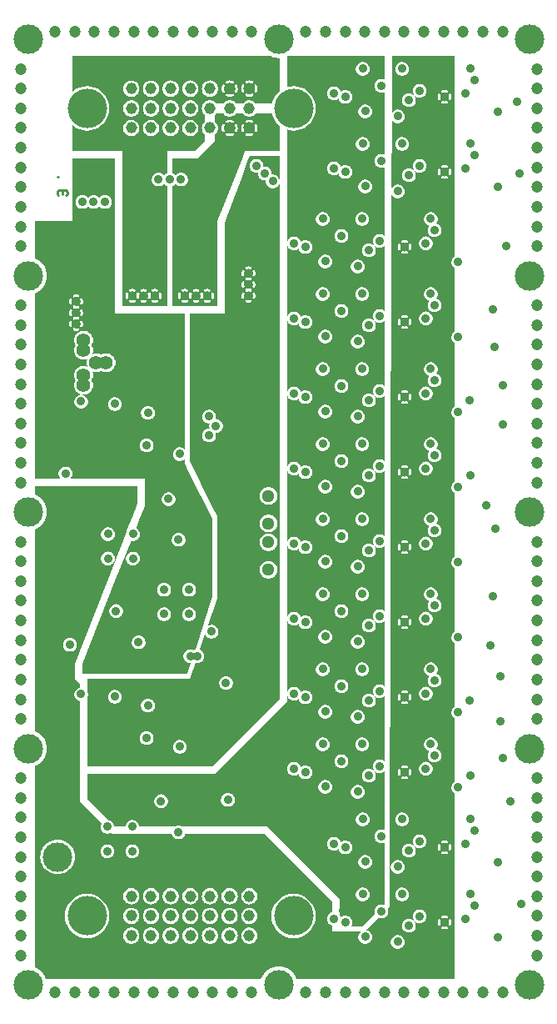
<source format=gbr>
G04 start of page 8 for group 6 idx 6 *
G04 Title: HETPREAMPS, power *
G04 Creator: pcb 1.99z *
G04 CreationDate: Mi 04 Jun 2014 09:27:22 GMT UTC *
G04 For: stephan *
G04 Format: Gerber/RS-274X *
G04 PCB-Dimensions (mil): 2952.76 4724.41 *
G04 PCB-Coordinate-Origin: lower left *
%MOIN*%
%FSLAX25Y25*%
%LNPOWER*%
%ADD134C,0.0236*%
%ADD133C,0.0256*%
%ADD132C,0.0240*%
%ADD131C,0.0252*%
%ADD130C,0.0866*%
%ADD129C,0.0157*%
%ADD128C,0.0550*%
%ADD127C,0.0512*%
%ADD126C,0.0354*%
%ADD125C,0.0553*%
%ADD124C,0.1181*%
%ADD123C,0.0472*%
%ADD122C,0.1575*%
%ADD121C,0.0453*%
%ADD120C,0.0098*%
%ADD119C,0.0100*%
%ADD118C,0.0001*%
G54D118*G36*
X138456Y395441D02*X144960D01*
X145092Y394892D01*
X145625Y393604D01*
X146354Y392415D01*
X147259Y391355D01*
X148000Y390722D01*
Y380441D01*
X138456D01*
Y388143D01*
X138506Y388157D01*
X138576Y388189D01*
X138640Y388233D01*
X138697Y388286D01*
X138744Y388347D01*
X138781Y388415D01*
X138899Y388701D01*
X138986Y388997D01*
X139045Y389301D01*
X139074Y389609D01*
Y389918D01*
X139045Y390226D01*
X138986Y390530D01*
X138899Y390827D01*
X138784Y391114D01*
X138747Y391182D01*
X138699Y391244D01*
X138642Y391297D01*
X138577Y391340D01*
X138506Y391373D01*
X138456Y391388D01*
Y395441D01*
G37*
G36*
X135827Y394380D02*X136336Y394420D01*
X136833Y394539D01*
X137305Y394735D01*
X137741Y395002D01*
X138130Y395334D01*
X138221Y395441D01*
X138456D01*
Y391388D01*
X138432Y391395D01*
X138354Y391404D01*
X138277Y391401D01*
X138200Y391386D01*
X138127Y391360D01*
X138059Y391322D01*
X137998Y391274D01*
X137944Y391217D01*
X137901Y391152D01*
X137868Y391082D01*
X137847Y391007D01*
X137837Y390930D01*
X137840Y390852D01*
X137855Y390775D01*
X137883Y390703D01*
X137965Y390504D01*
X138026Y390297D01*
X138067Y390086D01*
X138087Y389871D01*
Y389656D01*
X138067Y389442D01*
X138026Y389230D01*
X137965Y389024D01*
X137885Y388824D01*
X137857Y388752D01*
X137843Y388675D01*
X137840Y388598D01*
X137849Y388521D01*
X137871Y388447D01*
X137903Y388376D01*
X137946Y388312D01*
X137999Y388256D01*
X138060Y388208D01*
X138128Y388170D01*
X138201Y388144D01*
X138277Y388129D01*
X138354Y388126D01*
X138431Y388136D01*
X138456Y388143D01*
Y380441D01*
X135827D01*
Y386516D01*
X135981D01*
X136289Y386545D01*
X136592Y386604D01*
X136889Y386691D01*
X137176Y386806D01*
X137245Y386843D01*
X137306Y386891D01*
X137359Y386948D01*
X137403Y387013D01*
X137435Y387083D01*
X137457Y387158D01*
X137466Y387235D01*
X137463Y387313D01*
X137449Y387390D01*
X137422Y387463D01*
X137384Y387531D01*
X137336Y387592D01*
X137279Y387645D01*
X137215Y387689D01*
X137144Y387722D01*
X137069Y387743D01*
X136992Y387753D01*
X136914Y387750D01*
X136838Y387735D01*
X136765Y387707D01*
X136566Y387624D01*
X136360Y387564D01*
X136148Y387523D01*
X135934Y387503D01*
X135827D01*
Y392025D01*
X135934D01*
X136148Y392005D01*
X136360Y391964D01*
X136566Y391903D01*
X136766Y391823D01*
X136838Y391795D01*
X136914Y391780D01*
X136992Y391778D01*
X137069Y391787D01*
X137143Y391808D01*
X137213Y391841D01*
X137278Y391884D01*
X137334Y391937D01*
X137382Y391998D01*
X137420Y392066D01*
X137446Y392139D01*
X137461Y392215D01*
X137464Y392292D01*
X137454Y392369D01*
X137433Y392443D01*
X137400Y392514D01*
X137357Y392578D01*
X137304Y392635D01*
X137243Y392682D01*
X137175Y392718D01*
X136889Y392837D01*
X136592Y392924D01*
X136289Y392982D01*
X135981Y393012D01*
X135827D01*
Y394380D01*
G37*
G36*
X134000Y380441D02*X133196Y378395D01*
Y388140D01*
X133220Y388133D01*
X133298Y388124D01*
X133375Y388126D01*
X133452Y388141D01*
X133525Y388168D01*
X133593Y388206D01*
X133654Y388254D01*
X133708Y388311D01*
X133751Y388375D01*
X133784Y388446D01*
X133805Y388521D01*
X133815Y388598D01*
X133812Y388676D01*
X133797Y388752D01*
X133769Y388825D01*
X133687Y389024D01*
X133626Y389230D01*
X133585Y389442D01*
X133565Y389656D01*
Y389871D01*
X133585Y390086D01*
X133626Y390297D01*
X133687Y390504D01*
X133767Y390704D01*
X133795Y390776D01*
X133809Y390852D01*
X133812Y390929D01*
X133803Y391006D01*
X133781Y391081D01*
X133749Y391151D01*
X133705Y391215D01*
X133653Y391272D01*
X133592Y391320D01*
X133524Y391357D01*
X133451Y391384D01*
X133375Y391399D01*
X133298Y391401D01*
X133221Y391392D01*
X133196Y391385D01*
Y395441D01*
X133431D01*
X133522Y395334D01*
X133911Y395002D01*
X134347Y394735D01*
X134819Y394539D01*
X135316Y394420D01*
X135826Y394380D01*
X135827Y394380D01*
Y393012D01*
X135671D01*
X135363Y392982D01*
X135060Y392924D01*
X134763Y392837D01*
X134476Y392722D01*
X134407Y392684D01*
X134346Y392636D01*
X134293Y392579D01*
X134249Y392515D01*
X134217Y392444D01*
X134195Y392369D01*
X134186Y392292D01*
X134189Y392214D01*
X134203Y392138D01*
X134230Y392065D01*
X134268Y391997D01*
X134316Y391935D01*
X134373Y391882D01*
X134437Y391839D01*
X134508Y391806D01*
X134583Y391784D01*
X134660Y391775D01*
X134738Y391778D01*
X134814Y391793D01*
X134887Y391821D01*
X135086Y391903D01*
X135292Y391964D01*
X135504Y392005D01*
X135718Y392025D01*
X135827D01*
Y387503D01*
X135718D01*
X135504Y387523D01*
X135292Y387564D01*
X135086Y387624D01*
X134886Y387704D01*
X134814Y387732D01*
X134738Y387747D01*
X134660Y387750D01*
X134583Y387741D01*
X134509Y387719D01*
X134439Y387687D01*
X134374Y387643D01*
X134318Y387590D01*
X134270Y387529D01*
X134232Y387462D01*
X134206Y387389D01*
X134191Y387313D01*
X134188Y387236D01*
X134198Y387159D01*
X134219Y387084D01*
X134252Y387014D01*
X134295Y386950D01*
X134348Y386893D01*
X134409Y386845D01*
X134477Y386809D01*
X134763Y386691D01*
X135060Y386604D01*
X135363Y386545D01*
X135671Y386516D01*
X135827D01*
Y380441D01*
X134000D01*
G37*
G36*
X133196Y378395D02*X130582Y371740D01*
Y388143D01*
X130632Y388157D01*
X130702Y388189D01*
X130766Y388233D01*
X130823Y388286D01*
X130870Y388347D01*
X130907Y388415D01*
X131025Y388701D01*
X131112Y388997D01*
X131171Y389301D01*
X131200Y389609D01*
Y389918D01*
X131171Y390226D01*
X131112Y390530D01*
X131025Y390827D01*
X130910Y391114D01*
X130873Y391182D01*
X130825Y391244D01*
X130768Y391297D01*
X130703Y391340D01*
X130632Y391373D01*
X130582Y391388D01*
Y395441D01*
X133196D01*
Y391385D01*
X133146Y391371D01*
X133076Y391338D01*
X133012Y391295D01*
X132955Y391242D01*
X132907Y391181D01*
X132871Y391113D01*
X132753Y390827D01*
X132666Y390530D01*
X132607Y390226D01*
X132578Y389918D01*
Y389609D01*
X132607Y389301D01*
X132666Y388997D01*
X132753Y388701D01*
X132868Y388413D01*
X132905Y388345D01*
X132953Y388284D01*
X133010Y388231D01*
X133075Y388187D01*
X133145Y388154D01*
X133196Y388140D01*
Y378395D01*
G37*
G36*
X130582Y371740D02*X127953Y365049D01*
Y386516D01*
X128107D01*
X128415Y386545D01*
X128718Y386604D01*
X129015Y386691D01*
X129302Y386806D01*
X129371Y386843D01*
X129432Y386891D01*
X129485Y386948D01*
X129528Y387013D01*
X129561Y387083D01*
X129583Y387158D01*
X129592Y387235D01*
X129589Y387313D01*
X129575Y387390D01*
X129548Y387463D01*
X129510Y387531D01*
X129462Y387592D01*
X129405Y387645D01*
X129341Y387689D01*
X129270Y387722D01*
X129195Y387743D01*
X129118Y387753D01*
X129040Y387750D01*
X128964Y387735D01*
X128891Y387707D01*
X128692Y387624D01*
X128485Y387564D01*
X128274Y387523D01*
X128060Y387503D01*
X127953D01*
Y392025D01*
X128060D01*
X128274Y392005D01*
X128485Y391964D01*
X128692Y391903D01*
X128892Y391823D01*
X128964Y391795D01*
X129040Y391780D01*
X129118Y391778D01*
X129195Y391787D01*
X129269Y391808D01*
X129339Y391841D01*
X129404Y391884D01*
X129460Y391937D01*
X129508Y391998D01*
X129546Y392066D01*
X129572Y392139D01*
X129587Y392215D01*
X129590Y392292D01*
X129580Y392369D01*
X129559Y392443D01*
X129526Y392514D01*
X129483Y392578D01*
X129430Y392635D01*
X129369Y392682D01*
X129301Y392718D01*
X129015Y392837D01*
X128718Y392924D01*
X128415Y392982D01*
X128107Y393012D01*
X127953D01*
Y394380D01*
X128462Y394420D01*
X128959Y394539D01*
X129431Y394735D01*
X129867Y395002D01*
X130256Y395334D01*
X130347Y395441D01*
X130582D01*
Y391388D01*
X130558Y391395D01*
X130480Y391404D01*
X130403Y391401D01*
X130326Y391386D01*
X130253Y391360D01*
X130185Y391322D01*
X130124Y391274D01*
X130070Y391217D01*
X130027Y391152D01*
X129994Y391082D01*
X129973Y391007D01*
X129963Y390930D01*
X129966Y390852D01*
X129981Y390775D01*
X130009Y390703D01*
X130091Y390504D01*
X130152Y390297D01*
X130193Y390086D01*
X130213Y389871D01*
Y389656D01*
X130193Y389442D01*
X130152Y389230D01*
X130091Y389024D01*
X130011Y388824D01*
X129983Y388752D01*
X129969Y388675D01*
X129966Y388598D01*
X129975Y388521D01*
X129997Y388447D01*
X130029Y388376D01*
X130072Y388312D01*
X130125Y388256D01*
X130186Y388208D01*
X130254Y388170D01*
X130327Y388144D01*
X130403Y388129D01*
X130480Y388126D01*
X130557Y388136D01*
X130582Y388143D01*
Y371740D01*
G37*
G36*
X127953Y365049D02*X125322Y358352D01*
Y388140D01*
X125346Y388133D01*
X125424Y388124D01*
X125501Y388126D01*
X125578Y388141D01*
X125651Y388168D01*
X125719Y388206D01*
X125780Y388254D01*
X125833Y388311D01*
X125877Y388375D01*
X125910Y388446D01*
X125931Y388521D01*
X125941Y388598D01*
X125938Y388676D01*
X125923Y388752D01*
X125895Y388825D01*
X125813Y389024D01*
X125752Y389230D01*
X125711Y389442D01*
X125691Y389656D01*
Y389871D01*
X125711Y390086D01*
X125752Y390297D01*
X125813Y390504D01*
X125893Y390704D01*
X125921Y390776D01*
X125935Y390852D01*
X125938Y390929D01*
X125929Y391006D01*
X125907Y391081D01*
X125875Y391151D01*
X125831Y391215D01*
X125779Y391272D01*
X125718Y391320D01*
X125650Y391357D01*
X125577Y391384D01*
X125501Y391399D01*
X125424Y391401D01*
X125347Y391392D01*
X125322Y391385D01*
Y395441D01*
X125557D01*
X125648Y395334D01*
X126037Y395002D01*
X126473Y394735D01*
X126945Y394539D01*
X127442Y394420D01*
X127952Y394380D01*
X127953Y394380D01*
Y393012D01*
X127797D01*
X127489Y392982D01*
X127186Y392924D01*
X126889Y392837D01*
X126602Y392722D01*
X126533Y392684D01*
X126472Y392636D01*
X126419Y392579D01*
X126375Y392515D01*
X126343Y392444D01*
X126321Y392369D01*
X126312Y392292D01*
X126314Y392214D01*
X126329Y392138D01*
X126356Y392065D01*
X126394Y391997D01*
X126442Y391935D01*
X126499Y391882D01*
X126563Y391839D01*
X126634Y391806D01*
X126709Y391784D01*
X126786Y391775D01*
X126864Y391778D01*
X126940Y391793D01*
X127013Y391821D01*
X127212Y391903D01*
X127418Y391964D01*
X127630Y392005D01*
X127844Y392025D01*
X127953D01*
Y387503D01*
X127844D01*
X127630Y387523D01*
X127418Y387564D01*
X127212Y387624D01*
X127012Y387704D01*
X126940Y387732D01*
X126864Y387747D01*
X126786Y387750D01*
X126709Y387741D01*
X126635Y387719D01*
X126565Y387687D01*
X126500Y387643D01*
X126444Y387590D01*
X126396Y387529D01*
X126358Y387462D01*
X126332Y387389D01*
X126317Y387313D01*
X126314Y387236D01*
X126324Y387159D01*
X126345Y387084D01*
X126378Y387014D01*
X126421Y386950D01*
X126474Y386893D01*
X126535Y386845D01*
X126603Y386809D01*
X126889Y386691D01*
X127186Y386604D01*
X127489Y386545D01*
X127797Y386516D01*
X127953D01*
Y365049D01*
G37*
G36*
X125322Y358352D02*X123000Y352441D01*
Y318441D01*
X121195D01*
Y321425D01*
X121261Y321439D01*
X121334Y321466D01*
X121401Y321504D01*
X121462Y321552D01*
X121515Y321609D01*
X121557Y321673D01*
X121588Y321744D01*
X121664Y321974D01*
X121716Y322210D01*
X121748Y322449D01*
X121759Y322691D01*
X121748Y322932D01*
X121716Y323172D01*
X121664Y323408D01*
X121591Y323638D01*
X121559Y323709D01*
X121516Y323774D01*
X121463Y323831D01*
X121402Y323880D01*
X121335Y323918D01*
X121262Y323945D01*
X121195Y323958D01*
Y383636D01*
X122000Y384441D01*
Y387134D01*
X122382Y387460D01*
X122714Y387849D01*
X122981Y388285D01*
X123177Y388757D01*
X123296Y389254D01*
X123326Y389764D01*
X123296Y390273D01*
X123177Y390771D01*
X122981Y391243D01*
X122714Y391679D01*
X122382Y392068D01*
X122000Y392394D01*
Y395008D01*
X122382Y395334D01*
X122473Y395441D01*
X125322D01*
Y391385D01*
X125272Y391371D01*
X125202Y391338D01*
X125138Y391295D01*
X125081Y391242D01*
X125033Y391181D01*
X124997Y391113D01*
X124879Y390827D01*
X124792Y390530D01*
X124733Y390226D01*
X124704Y389918D01*
Y389609D01*
X124733Y389301D01*
X124792Y388997D01*
X124879Y388701D01*
X124994Y388413D01*
X125031Y388345D01*
X125079Y388284D01*
X125136Y388231D01*
X125201Y388187D01*
X125271Y388154D01*
X125322Y388140D01*
Y358352D01*
G37*
G36*
X121195Y318441D02*X119001D01*
Y319932D01*
X119241Y319943D01*
X119481Y319975D01*
X119717Y320027D01*
X119947Y320100D01*
X120018Y320132D01*
X120083Y320175D01*
X120140Y320228D01*
X120189Y320289D01*
X120227Y320356D01*
X120254Y320429D01*
X120269Y320505D01*
X120273Y320583D01*
X120264Y320660D01*
X120243Y320735D01*
X120210Y320806D01*
X120167Y320870D01*
X120115Y320928D01*
X120054Y320976D01*
X119986Y321014D01*
X119913Y321041D01*
X119837Y321057D01*
X119759Y321060D01*
X119682Y321051D01*
X119608Y321029D01*
X119461Y320980D01*
X119309Y320946D01*
X119155Y320926D01*
X119001Y320919D01*
Y324463D01*
X119155Y324456D01*
X119309Y324435D01*
X119461Y324402D01*
X119609Y324355D01*
X119683Y324333D01*
X119760Y324324D01*
X119837Y324327D01*
X119913Y324342D01*
X119985Y324369D01*
X120053Y324407D01*
X120114Y324455D01*
X120166Y324512D01*
X120209Y324577D01*
X120241Y324647D01*
X120262Y324722D01*
X120271Y324799D01*
X120268Y324876D01*
X120252Y324952D01*
X120225Y325025D01*
X120187Y325092D01*
X120139Y325153D01*
X120082Y325206D01*
X120018Y325248D01*
X119947Y325279D01*
X119717Y325355D01*
X119481Y325407D01*
X119241Y325439D01*
X119001Y325449D01*
Y381442D01*
X121195Y383636D01*
Y323958D01*
X121186Y323960D01*
X121108Y323964D01*
X121031Y323955D01*
X120956Y323934D01*
X120885Y323901D01*
X120820Y323858D01*
X120763Y323806D01*
X120715Y323745D01*
X120677Y323677D01*
X120650Y323604D01*
X120634Y323528D01*
X120631Y323450D01*
X120640Y323373D01*
X120662Y323299D01*
X120711Y323151D01*
X120744Y323000D01*
X120765Y322846D01*
X120772Y322691D01*
X120765Y322536D01*
X120744Y322382D01*
X120711Y322230D01*
X120664Y322082D01*
X120642Y322008D01*
X120633Y321931D01*
X120636Y321854D01*
X120651Y321778D01*
X120678Y321705D01*
X120716Y321638D01*
X120765Y321577D01*
X120822Y321525D01*
X120886Y321482D01*
X120956Y321450D01*
X121031Y321429D01*
X121108Y321420D01*
X121185Y321423D01*
X121195Y321425D01*
Y318441D01*
G37*
G36*
X119001D02*X116750D01*
Y321435D01*
X116814Y321422D01*
X116892Y321418D01*
X116969Y321427D01*
X117044Y321448D01*
X117115Y321481D01*
X117180Y321524D01*
X117237Y321576D01*
X117285Y321637D01*
X117323Y321705D01*
X117350Y321778D01*
X117366Y321854D01*
X117369Y321931D01*
X117360Y322009D01*
X117338Y322083D01*
X117289Y322230D01*
X117256Y322382D01*
X117247Y322444D01*
X117248Y322449D01*
X117259Y322691D01*
X117248Y322932D01*
X117247Y322938D01*
X117256Y323000D01*
X117289Y323151D01*
X117336Y323299D01*
X117358Y323374D01*
X117367Y323451D01*
X117364Y323528D01*
X117349Y323604D01*
X117322Y323676D01*
X117284Y323744D01*
X117235Y323805D01*
X117178Y323857D01*
X117114Y323900D01*
X117043Y323932D01*
X116969Y323953D01*
X116892Y323962D01*
X116815Y323959D01*
X116754Y323946D01*
X116750Y323947D01*
Y379191D01*
X119001Y381442D01*
Y325449D01*
X119000Y325450D01*
X118759Y325439D01*
X118519Y325407D01*
X118283Y325355D01*
X118053Y325282D01*
X117982Y325250D01*
X117917Y325207D01*
X117860Y325154D01*
X117811Y325093D01*
X117773Y325026D01*
X117746Y324953D01*
X117731Y324877D01*
X117727Y324799D01*
X117736Y324722D01*
X117757Y324647D01*
X117790Y324576D01*
X117833Y324511D01*
X117885Y324454D01*
X117946Y324406D01*
X118014Y324368D01*
X118087Y324341D01*
X118163Y324325D01*
X118240Y324322D01*
X118318Y324331D01*
X118392Y324353D01*
X118539Y324402D01*
X118691Y324435D01*
X118845Y324456D01*
X119000Y324463D01*
X119001Y324463D01*
Y320919D01*
X119000Y320919D01*
X118845Y320926D01*
X118691Y320946D01*
X118539Y320980D01*
X118391Y321027D01*
X118317Y321049D01*
X118240Y321058D01*
X118163Y321055D01*
X118087Y321040D01*
X118015Y321013D01*
X117947Y320975D01*
X117886Y320926D01*
X117834Y320869D01*
X117791Y320805D01*
X117759Y320734D01*
X117738Y320660D01*
X117729Y320583D01*
X117732Y320505D01*
X117748Y320430D01*
X117775Y320357D01*
X117813Y320289D01*
X117861Y320229D01*
X117918Y320176D01*
X117982Y320134D01*
X118053Y320103D01*
X118283Y320027D01*
X118519Y319975D01*
X118759Y319943D01*
X119000Y319932D01*
X119001Y319932D01*
Y318441D01*
G37*
G36*
X116750D02*X114501D01*
Y319932D01*
X114741Y319943D01*
X114981Y319975D01*
X115217Y320027D01*
X115447Y320100D01*
X115518Y320132D01*
X115583Y320175D01*
X115640Y320228D01*
X115689Y320289D01*
X115727Y320356D01*
X115754Y320429D01*
X115769Y320505D01*
X115773Y320583D01*
X115764Y320660D01*
X115743Y320735D01*
X115710Y320806D01*
X115667Y320870D01*
X115615Y320928D01*
X115554Y320976D01*
X115486Y321014D01*
X115413Y321041D01*
X115337Y321057D01*
X115259Y321060D01*
X115182Y321051D01*
X115108Y321029D01*
X114961Y320980D01*
X114809Y320946D01*
X114655Y320926D01*
X114501Y320919D01*
Y324463D01*
X114655Y324456D01*
X114809Y324435D01*
X114961Y324402D01*
X115109Y324355D01*
X115183Y324333D01*
X115260Y324324D01*
X115337Y324327D01*
X115413Y324342D01*
X115485Y324369D01*
X115553Y324407D01*
X115614Y324455D01*
X115666Y324512D01*
X115709Y324577D01*
X115741Y324647D01*
X115762Y324722D01*
X115771Y324799D01*
X115768Y324876D01*
X115752Y324952D01*
X115725Y325025D01*
X115687Y325092D01*
X115639Y325153D01*
X115582Y325206D01*
X115518Y325248D01*
X115447Y325279D01*
X115217Y325355D01*
X114981Y325407D01*
X114741Y325439D01*
X114501Y325449D01*
Y377441D01*
X115000D01*
X116750Y379191D01*
Y323947D01*
X116686Y323960D01*
X116608Y323964D01*
X116531Y323955D01*
X116456Y323934D01*
X116385Y323901D01*
X116320Y323858D01*
X116263Y323806D01*
X116215Y323745D01*
X116177Y323677D01*
X116150Y323604D01*
X116134Y323528D01*
X116131Y323450D01*
X116140Y323373D01*
X116162Y323299D01*
X116211Y323151D01*
X116244Y323000D01*
X116253Y322938D01*
X116252Y322932D01*
X116241Y322691D01*
X116252Y322449D01*
X116253Y322444D01*
X116244Y322382D01*
X116211Y322230D01*
X116164Y322082D01*
X116142Y322008D01*
X116133Y321931D01*
X116136Y321854D01*
X116151Y321778D01*
X116178Y321705D01*
X116216Y321638D01*
X116265Y321577D01*
X116322Y321525D01*
X116386Y321482D01*
X116456Y321450D01*
X116531Y321429D01*
X116608Y321420D01*
X116685Y321423D01*
X116746Y321435D01*
X116750Y321435D01*
Y318441D01*
G37*
G36*
X114501D02*X112250D01*
Y321435D01*
X112314Y321422D01*
X112392Y321418D01*
X112469Y321427D01*
X112544Y321448D01*
X112615Y321481D01*
X112680Y321524D01*
X112737Y321576D01*
X112785Y321637D01*
X112823Y321705D01*
X112850Y321778D01*
X112866Y321854D01*
X112869Y321931D01*
X112860Y322009D01*
X112838Y322083D01*
X112789Y322230D01*
X112756Y322382D01*
X112747Y322444D01*
X112748Y322449D01*
X112759Y322691D01*
X112748Y322932D01*
X112747Y322938D01*
X112756Y323000D01*
X112789Y323151D01*
X112836Y323299D01*
X112858Y323374D01*
X112867Y323451D01*
X112864Y323528D01*
X112849Y323604D01*
X112822Y323676D01*
X112784Y323744D01*
X112735Y323805D01*
X112678Y323857D01*
X112614Y323900D01*
X112543Y323932D01*
X112469Y323953D01*
X112392Y323962D01*
X112315Y323959D01*
X112254Y323946D01*
X112250Y323947D01*
Y377441D01*
X114501D01*
Y325449D01*
X114500Y325450D01*
X114259Y325439D01*
X114019Y325407D01*
X113783Y325355D01*
X113553Y325282D01*
X113482Y325250D01*
X113417Y325207D01*
X113360Y325154D01*
X113311Y325093D01*
X113273Y325026D01*
X113246Y324953D01*
X113231Y324877D01*
X113227Y324799D01*
X113236Y324722D01*
X113257Y324647D01*
X113290Y324576D01*
X113333Y324511D01*
X113385Y324454D01*
X113446Y324406D01*
X113514Y324368D01*
X113587Y324341D01*
X113663Y324325D01*
X113740Y324322D01*
X113818Y324331D01*
X113892Y324353D01*
X114039Y324402D01*
X114191Y324435D01*
X114345Y324456D01*
X114500Y324463D01*
X114501Y324463D01*
Y320919D01*
X114500Y320919D01*
X114345Y320926D01*
X114191Y320946D01*
X114039Y320980D01*
X113891Y321027D01*
X113817Y321049D01*
X113740Y321058D01*
X113663Y321055D01*
X113587Y321040D01*
X113515Y321013D01*
X113447Y320975D01*
X113386Y320926D01*
X113334Y320869D01*
X113291Y320805D01*
X113259Y320734D01*
X113238Y320660D01*
X113229Y320583D01*
X113232Y320505D01*
X113248Y320430D01*
X113275Y320357D01*
X113313Y320289D01*
X113361Y320229D01*
X113418Y320176D01*
X113482Y320134D01*
X113553Y320103D01*
X113783Y320027D01*
X114019Y319975D01*
X114259Y319943D01*
X114500Y319932D01*
X114501Y319932D01*
Y318441D01*
G37*
G36*
X112250D02*X110001D01*
Y319932D01*
X110241Y319943D01*
X110481Y319975D01*
X110717Y320027D01*
X110947Y320100D01*
X111018Y320132D01*
X111083Y320175D01*
X111140Y320228D01*
X111189Y320289D01*
X111227Y320356D01*
X111254Y320429D01*
X111269Y320505D01*
X111273Y320583D01*
X111264Y320660D01*
X111243Y320735D01*
X111210Y320806D01*
X111167Y320870D01*
X111115Y320928D01*
X111054Y320976D01*
X110986Y321014D01*
X110913Y321041D01*
X110837Y321057D01*
X110759Y321060D01*
X110682Y321051D01*
X110608Y321029D01*
X110461Y320980D01*
X110309Y320946D01*
X110155Y320926D01*
X110001Y320919D01*
Y324463D01*
X110155Y324456D01*
X110309Y324435D01*
X110461Y324402D01*
X110609Y324355D01*
X110683Y324333D01*
X110760Y324324D01*
X110837Y324327D01*
X110913Y324342D01*
X110985Y324369D01*
X111053Y324407D01*
X111114Y324455D01*
X111166Y324512D01*
X111209Y324577D01*
X111241Y324647D01*
X111262Y324722D01*
X111271Y324799D01*
X111268Y324876D01*
X111252Y324952D01*
X111225Y325025D01*
X111187Y325092D01*
X111139Y325153D01*
X111082Y325206D01*
X111018Y325248D01*
X110947Y325279D01*
X110717Y325355D01*
X110481Y325407D01*
X110241Y325439D01*
X110001Y325449D01*
Y366878D01*
X110125Y366954D01*
X110455Y367236D01*
X110736Y367566D01*
X110963Y367936D01*
X111129Y368337D01*
X111230Y368758D01*
X111256Y369191D01*
X111230Y369623D01*
X111129Y370045D01*
X110963Y370446D01*
X110736Y370816D01*
X110455Y371146D01*
X110125Y371427D01*
X110001Y371503D01*
Y377441D01*
X112250D01*
Y323947D01*
X112186Y323960D01*
X112108Y323964D01*
X112031Y323955D01*
X111956Y323934D01*
X111885Y323901D01*
X111820Y323858D01*
X111763Y323806D01*
X111715Y323745D01*
X111677Y323677D01*
X111650Y323604D01*
X111634Y323528D01*
X111631Y323450D01*
X111640Y323373D01*
X111662Y323299D01*
X111711Y323151D01*
X111744Y323000D01*
X111753Y322938D01*
X111752Y322932D01*
X111741Y322691D01*
X111752Y322449D01*
X111753Y322444D01*
X111744Y322382D01*
X111711Y322230D01*
X111664Y322082D01*
X111642Y322008D01*
X111633Y321931D01*
X111636Y321854D01*
X111651Y321778D01*
X111678Y321705D01*
X111716Y321638D01*
X111765Y321577D01*
X111822Y321525D01*
X111886Y321482D01*
X111956Y321450D01*
X112031Y321429D01*
X112108Y321420D01*
X112185Y321423D01*
X112246Y321435D01*
X112250Y321435D01*
Y318441D01*
G37*
G36*
X110001Y371503D02*X109755Y371654D01*
X109354Y371820D01*
X108932Y371921D01*
X108500Y371955D01*
X108068Y371921D01*
X107646Y371820D01*
X107245Y371654D01*
X106875Y371427D01*
X106545Y371146D01*
X106264Y370816D01*
X106250Y370794D01*
X106236Y370816D01*
X105955Y371146D01*
X105625Y371427D01*
X105255Y371654D01*
X105000Y371760D01*
Y377441D01*
X110001D01*
Y371503D01*
G37*
G36*
Y318441D02*X107805D01*
Y321423D01*
X107814Y321422D01*
X107892Y321418D01*
X107969Y321427D01*
X108044Y321448D01*
X108115Y321481D01*
X108180Y321524D01*
X108237Y321576D01*
X108285Y321637D01*
X108323Y321705D01*
X108350Y321778D01*
X108366Y321854D01*
X108369Y321931D01*
X108360Y322009D01*
X108338Y322083D01*
X108289Y322230D01*
X108256Y322382D01*
X108235Y322536D01*
X108228Y322691D01*
X108235Y322846D01*
X108256Y323000D01*
X108289Y323151D01*
X108336Y323299D01*
X108358Y323374D01*
X108367Y323451D01*
X108364Y323528D01*
X108349Y323604D01*
X108322Y323676D01*
X108284Y323744D01*
X108235Y323805D01*
X108178Y323857D01*
X108114Y323900D01*
X108043Y323932D01*
X107969Y323953D01*
X107892Y323962D01*
X107815Y323959D01*
X107805Y323957D01*
Y366524D01*
X108068Y366461D01*
X108500Y366427D01*
X108932Y366461D01*
X109354Y366562D01*
X109755Y366728D01*
X110001Y366878D01*
Y325449D01*
X110000Y325450D01*
X109759Y325439D01*
X109519Y325407D01*
X109283Y325355D01*
X109053Y325282D01*
X108982Y325250D01*
X108917Y325207D01*
X108860Y325154D01*
X108811Y325093D01*
X108773Y325026D01*
X108746Y324953D01*
X108731Y324877D01*
X108727Y324799D01*
X108736Y324722D01*
X108757Y324647D01*
X108790Y324576D01*
X108833Y324511D01*
X108885Y324454D01*
X108946Y324406D01*
X109014Y324368D01*
X109087Y324341D01*
X109163Y324325D01*
X109240Y324322D01*
X109318Y324331D01*
X109392Y324353D01*
X109539Y324402D01*
X109691Y324435D01*
X109845Y324456D01*
X110000Y324463D01*
X110001Y324463D01*
Y320919D01*
X110000Y320919D01*
X109845Y320926D01*
X109691Y320946D01*
X109539Y320980D01*
X109391Y321027D01*
X109317Y321049D01*
X109240Y321058D01*
X109163Y321055D01*
X109087Y321040D01*
X109015Y321013D01*
X108947Y320975D01*
X108886Y320926D01*
X108834Y320869D01*
X108791Y320805D01*
X108759Y320734D01*
X108738Y320660D01*
X108729Y320583D01*
X108732Y320505D01*
X108748Y320430D01*
X108775Y320357D01*
X108813Y320289D01*
X108861Y320229D01*
X108918Y320176D01*
X108982Y320134D01*
X109053Y320103D01*
X109283Y320027D01*
X109519Y319975D01*
X109759Y319943D01*
X110000Y319932D01*
X110001Y319932D01*
Y318441D01*
G37*
G36*
X107805D02*X105000D01*
Y366622D01*
X105255Y366728D01*
X105625Y366954D01*
X105955Y367236D01*
X106236Y367566D01*
X106250Y367588D01*
X106264Y367566D01*
X106545Y367236D01*
X106875Y366954D01*
X107245Y366728D01*
X107646Y366562D01*
X107805Y366524D01*
Y323957D01*
X107739Y323943D01*
X107666Y323916D01*
X107599Y323878D01*
X107538Y323830D01*
X107485Y323773D01*
X107443Y323708D01*
X107412Y323638D01*
X107336Y323408D01*
X107284Y323172D01*
X107252Y322932D01*
X107241Y322691D01*
X107252Y322449D01*
X107284Y322210D01*
X107336Y321974D01*
X107409Y321743D01*
X107441Y321673D01*
X107484Y321608D01*
X107537Y321551D01*
X107598Y321502D01*
X107665Y321464D01*
X107738Y321437D01*
X107805Y321423D01*
Y318441D01*
G37*
G36*
X100195Y366524D02*X100354Y366562D01*
X100755Y366728D01*
X101125Y366954D01*
X101455Y367236D01*
X101736Y367566D01*
X101750Y367588D01*
X101764Y367566D01*
X102045Y367236D01*
X102375Y366954D01*
X102745Y366728D01*
X103000Y366622D01*
Y318441D01*
X100195D01*
Y321425D01*
X100261Y321439D01*
X100334Y321466D01*
X100401Y321504D01*
X100462Y321552D01*
X100515Y321609D01*
X100557Y321673D01*
X100588Y321744D01*
X100664Y321974D01*
X100716Y322210D01*
X100748Y322449D01*
X100759Y322691D01*
X100748Y322932D01*
X100716Y323172D01*
X100664Y323408D01*
X100591Y323638D01*
X100559Y323709D01*
X100516Y323774D01*
X100463Y323831D01*
X100402Y323880D01*
X100335Y323918D01*
X100262Y323945D01*
X100195Y323958D01*
Y366524D01*
G37*
G36*
X98001Y366877D02*X98245Y366728D01*
X98646Y366562D01*
X99068Y366461D01*
X99500Y366427D01*
X99932Y366461D01*
X100195Y366524D01*
Y323958D01*
X100186Y323960D01*
X100108Y323964D01*
X100031Y323955D01*
X99956Y323934D01*
X99885Y323901D01*
X99820Y323858D01*
X99763Y323806D01*
X99715Y323745D01*
X99677Y323677D01*
X99650Y323604D01*
X99634Y323528D01*
X99631Y323450D01*
X99640Y323373D01*
X99662Y323299D01*
X99711Y323151D01*
X99744Y323000D01*
X99765Y322846D01*
X99772Y322691D01*
X99765Y322536D01*
X99744Y322382D01*
X99711Y322230D01*
X99664Y322082D01*
X99642Y322008D01*
X99633Y321931D01*
X99636Y321854D01*
X99651Y321778D01*
X99678Y321705D01*
X99716Y321638D01*
X99765Y321577D01*
X99822Y321525D01*
X99886Y321482D01*
X99956Y321450D01*
X100031Y321429D01*
X100108Y321420D01*
X100185Y321423D01*
X100195Y321425D01*
Y318441D01*
X98001D01*
Y319932D01*
X98241Y319943D01*
X98481Y319975D01*
X98717Y320027D01*
X98947Y320100D01*
X99018Y320132D01*
X99083Y320175D01*
X99140Y320228D01*
X99189Y320289D01*
X99227Y320356D01*
X99254Y320429D01*
X99269Y320505D01*
X99273Y320583D01*
X99264Y320660D01*
X99243Y320735D01*
X99210Y320806D01*
X99167Y320870D01*
X99115Y320928D01*
X99054Y320976D01*
X98986Y321014D01*
X98913Y321041D01*
X98837Y321057D01*
X98759Y321060D01*
X98682Y321051D01*
X98608Y321029D01*
X98461Y320980D01*
X98309Y320946D01*
X98155Y320926D01*
X98001Y320919D01*
Y324463D01*
X98155Y324456D01*
X98309Y324435D01*
X98461Y324402D01*
X98609Y324355D01*
X98683Y324333D01*
X98760Y324324D01*
X98837Y324327D01*
X98913Y324342D01*
X98985Y324369D01*
X99053Y324407D01*
X99114Y324455D01*
X99166Y324512D01*
X99209Y324577D01*
X99241Y324647D01*
X99262Y324722D01*
X99271Y324799D01*
X99268Y324876D01*
X99252Y324952D01*
X99225Y325025D01*
X99187Y325092D01*
X99139Y325153D01*
X99082Y325206D01*
X99018Y325248D01*
X98947Y325279D01*
X98717Y325355D01*
X98481Y325407D01*
X98241Y325439D01*
X98001Y325449D01*
Y366877D01*
G37*
G36*
X148000Y417722D02*Y404553D01*
X147259Y403921D01*
X146354Y402861D01*
X145625Y401672D01*
X145092Y400384D01*
X144866Y399441D01*
X138530D01*
X138462Y399553D01*
X138456Y399560D01*
Y403891D01*
X138506Y403905D01*
X138576Y403938D01*
X138640Y403981D01*
X138697Y404034D01*
X138744Y404095D01*
X138781Y404163D01*
X138899Y404449D01*
X138986Y404745D01*
X139045Y405049D01*
X139074Y405357D01*
Y405666D01*
X139045Y405974D01*
X138986Y406278D01*
X138899Y406575D01*
X138784Y406862D01*
X138747Y406930D01*
X138699Y406992D01*
X138642Y407045D01*
X138577Y407088D01*
X138506Y407121D01*
X138456Y407136D01*
Y418441D01*
X144401D01*
X145319Y418061D01*
X146464Y417786D01*
X147638Y417693D01*
X148000Y417722D01*
G37*
G36*
X138456Y399560D02*X138130Y399942D01*
X137741Y400274D01*
X137305Y400541D01*
X136833Y400736D01*
X136336Y400856D01*
X135827Y400896D01*
Y402264D01*
X135981D01*
X136289Y402293D01*
X136592Y402352D01*
X136889Y402439D01*
X137176Y402554D01*
X137245Y402591D01*
X137306Y402639D01*
X137359Y402696D01*
X137403Y402761D01*
X137435Y402831D01*
X137457Y402906D01*
X137466Y402983D01*
X137463Y403061D01*
X137449Y403138D01*
X137422Y403211D01*
X137384Y403279D01*
X137336Y403340D01*
X137279Y403393D01*
X137215Y403437D01*
X137144Y403470D01*
X137069Y403491D01*
X136992Y403501D01*
X136914Y403498D01*
X136838Y403483D01*
X136765Y403455D01*
X136566Y403372D01*
X136360Y403312D01*
X136148Y403271D01*
X135934Y403251D01*
X135827D01*
Y407773D01*
X135934D01*
X136148Y407753D01*
X136360Y407712D01*
X136566Y407651D01*
X136766Y407571D01*
X136838Y407543D01*
X136914Y407528D01*
X136992Y407526D01*
X137069Y407535D01*
X137143Y407556D01*
X137213Y407589D01*
X137278Y407632D01*
X137334Y407685D01*
X137382Y407746D01*
X137420Y407814D01*
X137446Y407887D01*
X137461Y407963D01*
X137464Y408040D01*
X137454Y408117D01*
X137433Y408191D01*
X137400Y408262D01*
X137357Y408326D01*
X137304Y408383D01*
X137243Y408430D01*
X137175Y408467D01*
X136889Y408585D01*
X136592Y408672D01*
X136289Y408730D01*
X135981Y408760D01*
X135827D01*
Y418441D01*
X138456D01*
Y407136D01*
X138432Y407143D01*
X138354Y407152D01*
X138277Y407149D01*
X138200Y407134D01*
X138127Y407108D01*
X138059Y407070D01*
X137998Y407022D01*
X137944Y406965D01*
X137901Y406900D01*
X137868Y406830D01*
X137847Y406755D01*
X137837Y406678D01*
X137840Y406600D01*
X137855Y406523D01*
X137883Y406451D01*
X137965Y406252D01*
X138026Y406045D01*
X138067Y405834D01*
X138087Y405619D01*
Y405404D01*
X138067Y405190D01*
X138026Y404978D01*
X137965Y404772D01*
X137885Y404572D01*
X137857Y404500D01*
X137843Y404424D01*
X137840Y404346D01*
X137849Y404269D01*
X137871Y404195D01*
X137903Y404125D01*
X137946Y404060D01*
X137999Y404004D01*
X138060Y403956D01*
X138128Y403918D01*
X138201Y403892D01*
X138277Y403877D01*
X138354Y403874D01*
X138431Y403884D01*
X138456Y403891D01*
Y399560D01*
G37*
G36*
X135827Y400896D02*X135826Y400896D01*
X135316Y400856D01*
X134819Y400736D01*
X134347Y400541D01*
X133911Y400274D01*
X133522Y399942D01*
X133196Y399560D01*
Y403888D01*
X133220Y403881D01*
X133298Y403872D01*
X133375Y403874D01*
X133452Y403889D01*
X133525Y403916D01*
X133593Y403954D01*
X133654Y404002D01*
X133708Y404059D01*
X133751Y404123D01*
X133784Y404194D01*
X133805Y404269D01*
X133815Y404346D01*
X133812Y404424D01*
X133797Y404500D01*
X133769Y404573D01*
X133687Y404772D01*
X133626Y404978D01*
X133585Y405190D01*
X133565Y405404D01*
Y405619D01*
X133585Y405834D01*
X133626Y406045D01*
X133687Y406252D01*
X133767Y406452D01*
X133795Y406524D01*
X133809Y406600D01*
X133812Y406678D01*
X133803Y406754D01*
X133781Y406829D01*
X133749Y406899D01*
X133705Y406963D01*
X133653Y407020D01*
X133592Y407068D01*
X133524Y407105D01*
X133451Y407132D01*
X133375Y407147D01*
X133298Y407149D01*
X133221Y407140D01*
X133196Y407133D01*
Y418441D01*
X135827D01*
Y408760D01*
X135671D01*
X135363Y408730D01*
X135060Y408672D01*
X134763Y408585D01*
X134476Y408470D01*
X134407Y408432D01*
X134346Y408384D01*
X134293Y408327D01*
X134249Y408263D01*
X134217Y408192D01*
X134195Y408117D01*
X134186Y408040D01*
X134189Y407962D01*
X134203Y407886D01*
X134230Y407813D01*
X134268Y407745D01*
X134316Y407683D01*
X134373Y407630D01*
X134437Y407587D01*
X134508Y407554D01*
X134583Y407533D01*
X134660Y407523D01*
X134738Y407526D01*
X134814Y407541D01*
X134887Y407569D01*
X135086Y407651D01*
X135292Y407712D01*
X135504Y407753D01*
X135718Y407773D01*
X135827D01*
Y403251D01*
X135718D01*
X135504Y403271D01*
X135292Y403312D01*
X135086Y403372D01*
X134886Y403452D01*
X134814Y403480D01*
X134738Y403495D01*
X134660Y403498D01*
X134583Y403489D01*
X134509Y403467D01*
X134439Y403435D01*
X134374Y403391D01*
X134318Y403339D01*
X134270Y403278D01*
X134232Y403210D01*
X134206Y403137D01*
X134191Y403061D01*
X134188Y402984D01*
X134198Y402907D01*
X134219Y402832D01*
X134252Y402762D01*
X134295Y402698D01*
X134348Y402641D01*
X134409Y402593D01*
X134477Y402557D01*
X134763Y402439D01*
X135060Y402352D01*
X135363Y402293D01*
X135671Y402264D01*
X135827D01*
Y400896D01*
G37*
G36*
X133196Y399560D02*X133190Y399553D01*
X133122Y399441D01*
X130656D01*
X130588Y399553D01*
X130582Y399560D01*
Y403891D01*
X130632Y403905D01*
X130702Y403938D01*
X130766Y403981D01*
X130823Y404034D01*
X130870Y404095D01*
X130907Y404163D01*
X131025Y404449D01*
X131112Y404745D01*
X131171Y405049D01*
X131200Y405357D01*
Y405666D01*
X131171Y405974D01*
X131112Y406278D01*
X131025Y406575D01*
X130910Y406862D01*
X130873Y406930D01*
X130825Y406992D01*
X130768Y407045D01*
X130703Y407088D01*
X130632Y407121D01*
X130582Y407136D01*
Y418441D01*
X133196D01*
Y407133D01*
X133146Y407119D01*
X133076Y407086D01*
X133012Y407043D01*
X132955Y406990D01*
X132907Y406929D01*
X132871Y406861D01*
X132753Y406575D01*
X132666Y406278D01*
X132607Y405974D01*
X132578Y405666D01*
Y405357D01*
X132607Y405049D01*
X132666Y404745D01*
X132753Y404449D01*
X132868Y404161D01*
X132905Y404093D01*
X132953Y404032D01*
X133010Y403979D01*
X133075Y403935D01*
X133145Y403902D01*
X133196Y403888D01*
Y399560D01*
G37*
G36*
X130582D02*X130256Y399942D01*
X129867Y400274D01*
X129431Y400541D01*
X128959Y400736D01*
X128462Y400856D01*
X127953Y400896D01*
Y402264D01*
X128107D01*
X128415Y402293D01*
X128718Y402352D01*
X129015Y402439D01*
X129302Y402554D01*
X129371Y402591D01*
X129432Y402639D01*
X129485Y402696D01*
X129528Y402761D01*
X129561Y402831D01*
X129583Y402906D01*
X129592Y402983D01*
X129589Y403061D01*
X129575Y403138D01*
X129548Y403211D01*
X129510Y403279D01*
X129462Y403340D01*
X129405Y403393D01*
X129341Y403437D01*
X129270Y403470D01*
X129195Y403491D01*
X129118Y403501D01*
X129040Y403498D01*
X128964Y403483D01*
X128891Y403455D01*
X128692Y403372D01*
X128485Y403312D01*
X128274Y403271D01*
X128060Y403251D01*
X127953D01*
Y407773D01*
X128060D01*
X128274Y407753D01*
X128485Y407712D01*
X128692Y407651D01*
X128892Y407571D01*
X128964Y407543D01*
X129040Y407528D01*
X129118Y407526D01*
X129195Y407535D01*
X129269Y407556D01*
X129339Y407589D01*
X129404Y407632D01*
X129460Y407685D01*
X129508Y407746D01*
X129546Y407814D01*
X129572Y407887D01*
X129587Y407963D01*
X129590Y408040D01*
X129580Y408117D01*
X129559Y408191D01*
X129526Y408262D01*
X129483Y408326D01*
X129430Y408383D01*
X129369Y408430D01*
X129301Y408467D01*
X129015Y408585D01*
X128718Y408672D01*
X128415Y408730D01*
X128107Y408760D01*
X127953D01*
Y418441D01*
X130582D01*
Y407136D01*
X130558Y407143D01*
X130480Y407152D01*
X130403Y407149D01*
X130326Y407134D01*
X130253Y407108D01*
X130185Y407070D01*
X130124Y407022D01*
X130070Y406965D01*
X130027Y406900D01*
X129994Y406830D01*
X129973Y406755D01*
X129963Y406678D01*
X129966Y406600D01*
X129981Y406523D01*
X130009Y406451D01*
X130091Y406252D01*
X130152Y406045D01*
X130193Y405834D01*
X130213Y405619D01*
Y405404D01*
X130193Y405190D01*
X130152Y404978D01*
X130091Y404772D01*
X130011Y404572D01*
X129983Y404500D01*
X129969Y404424D01*
X129966Y404346D01*
X129975Y404269D01*
X129997Y404195D01*
X130029Y404125D01*
X130072Y404060D01*
X130125Y404004D01*
X130186Y403956D01*
X130254Y403918D01*
X130327Y403892D01*
X130403Y403877D01*
X130480Y403874D01*
X130557Y403884D01*
X130582Y403891D01*
Y399560D01*
G37*
G36*
X127953Y400896D02*X127952Y400896D01*
X127442Y400856D01*
X126945Y400736D01*
X126473Y400541D01*
X126037Y400274D01*
X125648Y399942D01*
X125322Y399560D01*
Y403888D01*
X125346Y403881D01*
X125424Y403872D01*
X125501Y403874D01*
X125578Y403889D01*
X125651Y403916D01*
X125719Y403954D01*
X125780Y404002D01*
X125833Y404059D01*
X125877Y404123D01*
X125910Y404194D01*
X125931Y404269D01*
X125941Y404346D01*
X125938Y404424D01*
X125923Y404500D01*
X125895Y404573D01*
X125813Y404772D01*
X125752Y404978D01*
X125711Y405190D01*
X125691Y405404D01*
Y405619D01*
X125711Y405834D01*
X125752Y406045D01*
X125813Y406252D01*
X125893Y406452D01*
X125921Y406524D01*
X125935Y406600D01*
X125938Y406678D01*
X125929Y406754D01*
X125907Y406829D01*
X125875Y406899D01*
X125831Y406963D01*
X125779Y407020D01*
X125718Y407068D01*
X125650Y407105D01*
X125577Y407132D01*
X125501Y407147D01*
X125424Y407149D01*
X125347Y407140D01*
X125322Y407133D01*
Y418441D01*
X127953D01*
Y408760D01*
X127797D01*
X127489Y408730D01*
X127186Y408672D01*
X126889Y408585D01*
X126602Y408470D01*
X126533Y408432D01*
X126472Y408384D01*
X126419Y408327D01*
X126375Y408263D01*
X126343Y408192D01*
X126321Y408117D01*
X126312Y408040D01*
X126314Y407962D01*
X126329Y407886D01*
X126356Y407813D01*
X126394Y407745D01*
X126442Y407683D01*
X126499Y407630D01*
X126563Y407587D01*
X126634Y407554D01*
X126709Y407533D01*
X126786Y407523D01*
X126864Y407526D01*
X126940Y407541D01*
X127013Y407569D01*
X127212Y407651D01*
X127418Y407712D01*
X127630Y407753D01*
X127844Y407773D01*
X127953D01*
Y403251D01*
X127844D01*
X127630Y403271D01*
X127418Y403312D01*
X127212Y403372D01*
X127012Y403452D01*
X126940Y403480D01*
X126864Y403495D01*
X126786Y403498D01*
X126709Y403489D01*
X126635Y403467D01*
X126565Y403435D01*
X126500Y403391D01*
X126444Y403339D01*
X126396Y403278D01*
X126358Y403210D01*
X126332Y403137D01*
X126317Y403061D01*
X126314Y402984D01*
X126324Y402907D01*
X126345Y402832D01*
X126378Y402762D01*
X126421Y402698D01*
X126474Y402641D01*
X126535Y402593D01*
X126603Y402557D01*
X126889Y402439D01*
X127186Y402352D01*
X127489Y402293D01*
X127797Y402264D01*
X127953D01*
Y400896D01*
G37*
G36*
X125322Y399560D02*X125316Y399553D01*
X125248Y399441D01*
X122782D01*
X122714Y399553D01*
X122382Y399942D01*
X121993Y400274D01*
X121557Y400541D01*
X121085Y400736D01*
X120588Y400856D01*
X120078Y400896D01*
X120073Y400895D01*
Y402254D01*
X120078Y402254D01*
X120588Y402294D01*
X121085Y402413D01*
X121557Y402609D01*
X121993Y402876D01*
X122382Y403208D01*
X122714Y403597D01*
X122981Y404033D01*
X123177Y404505D01*
X123296Y405002D01*
X123326Y405512D01*
X123296Y406021D01*
X123177Y406519D01*
X122981Y406991D01*
X122714Y407427D01*
X122382Y407816D01*
X121993Y408148D01*
X121557Y408415D01*
X121085Y408610D01*
X120588Y408730D01*
X120078Y408770D01*
X120073Y408769D01*
Y418441D01*
X125322D01*
Y407133D01*
X125272Y407119D01*
X125202Y407086D01*
X125138Y407043D01*
X125081Y406990D01*
X125033Y406929D01*
X124997Y406861D01*
X124879Y406575D01*
X124792Y406278D01*
X124733Y405974D01*
X124704Y405666D01*
Y405357D01*
X124733Y405049D01*
X124792Y404745D01*
X124879Y404449D01*
X124994Y404161D01*
X125031Y404093D01*
X125079Y404032D01*
X125136Y403979D01*
X125201Y403935D01*
X125271Y403902D01*
X125322Y403888D01*
Y399560D01*
G37*
G36*
X120073Y400895D02*X119568Y400856D01*
X119071Y400736D01*
X118599Y400541D01*
X118163Y400274D01*
X117774Y399942D01*
X117442Y399553D01*
X117175Y399117D01*
X116979Y398645D01*
X116860Y398147D01*
X116820Y397638D01*
X116860Y397128D01*
X116979Y396631D01*
X117175Y396159D01*
X117442Y395723D01*
X117774Y395334D01*
X118000Y395141D01*
Y392260D01*
X117774Y392068D01*
X117442Y391679D01*
X117175Y391243D01*
X116979Y390771D01*
X116860Y390273D01*
X116820Y389764D01*
X116860Y389254D01*
X116979Y388757D01*
X117175Y388285D01*
X117442Y387849D01*
X117774Y387460D01*
X118000Y387267D01*
Y384441D01*
X114000Y380441D01*
X112199D01*
Y386506D01*
X112204Y386506D01*
X112714Y386546D01*
X113211Y386665D01*
X113683Y386861D01*
X114119Y387128D01*
X114508Y387460D01*
X114840Y387849D01*
X115107Y388285D01*
X115303Y388757D01*
X115422Y389254D01*
X115452Y389764D01*
X115422Y390273D01*
X115303Y390771D01*
X115107Y391243D01*
X114840Y391679D01*
X114508Y392068D01*
X114119Y392400D01*
X113683Y392667D01*
X113211Y392862D01*
X112714Y392982D01*
X112204Y393022D01*
X112199Y393021D01*
Y394380D01*
X112204Y394380D01*
X112714Y394420D01*
X113211Y394539D01*
X113683Y394735D01*
X114119Y395002D01*
X114508Y395334D01*
X114840Y395723D01*
X115107Y396159D01*
X115303Y396631D01*
X115422Y397128D01*
X115452Y397638D01*
X115422Y398147D01*
X115303Y398645D01*
X115107Y399117D01*
X114840Y399553D01*
X114508Y399942D01*
X114119Y400274D01*
X113683Y400541D01*
X113211Y400736D01*
X112714Y400856D01*
X112204Y400896D01*
X112199Y400895D01*
Y402254D01*
X112204Y402254D01*
X112714Y402294D01*
X113211Y402413D01*
X113683Y402609D01*
X114119Y402876D01*
X114508Y403208D01*
X114840Y403597D01*
X115107Y404033D01*
X115303Y404505D01*
X115422Y405002D01*
X115452Y405512D01*
X115422Y406021D01*
X115303Y406519D01*
X115107Y406991D01*
X114840Y407427D01*
X114508Y407816D01*
X114119Y408148D01*
X113683Y408415D01*
X113211Y408610D01*
X112714Y408730D01*
X112204Y408770D01*
X112199Y408769D01*
Y418441D01*
X120073D01*
Y408769D01*
X119568Y408730D01*
X119071Y408610D01*
X118599Y408415D01*
X118163Y408148D01*
X117774Y407816D01*
X117442Y407427D01*
X117175Y406991D01*
X116979Y406519D01*
X116860Y406021D01*
X116820Y405512D01*
X116860Y405002D01*
X116979Y404505D01*
X117175Y404033D01*
X117442Y403597D01*
X117774Y403208D01*
X118163Y402876D01*
X118599Y402609D01*
X119071Y402413D01*
X119568Y402294D01*
X120073Y402254D01*
Y400895D01*
G37*
G36*
X112199Y380441D02*X104325D01*
Y386506D01*
X104330Y386506D01*
X104840Y386546D01*
X105337Y386665D01*
X105809Y386861D01*
X106245Y387128D01*
X106634Y387460D01*
X106966Y387849D01*
X107233Y388285D01*
X107429Y388757D01*
X107548Y389254D01*
X107578Y389764D01*
X107548Y390273D01*
X107429Y390771D01*
X107233Y391243D01*
X106966Y391679D01*
X106634Y392068D01*
X106245Y392400D01*
X105809Y392667D01*
X105337Y392862D01*
X104840Y392982D01*
X104330Y393022D01*
X104325Y393021D01*
Y394380D01*
X104330Y394380D01*
X104840Y394420D01*
X105337Y394539D01*
X105809Y394735D01*
X106245Y395002D01*
X106634Y395334D01*
X106966Y395723D01*
X107233Y396159D01*
X107429Y396631D01*
X107548Y397128D01*
X107578Y397638D01*
X107548Y398147D01*
X107429Y398645D01*
X107233Y399117D01*
X106966Y399553D01*
X106634Y399942D01*
X106245Y400274D01*
X105809Y400541D01*
X105337Y400736D01*
X104840Y400856D01*
X104330Y400896D01*
X104325Y400895D01*
Y402254D01*
X104330Y402254D01*
X104840Y402294D01*
X105337Y402413D01*
X105809Y402609D01*
X106245Y402876D01*
X106634Y403208D01*
X106966Y403597D01*
X107233Y404033D01*
X107429Y404505D01*
X107548Y405002D01*
X107578Y405512D01*
X107548Y406021D01*
X107429Y406519D01*
X107233Y406991D01*
X106966Y407427D01*
X106634Y407816D01*
X106245Y408148D01*
X105809Y408415D01*
X105337Y408610D01*
X104840Y408730D01*
X104330Y408770D01*
X104325Y408769D01*
Y418441D01*
X112199D01*
Y408769D01*
X111694Y408730D01*
X111197Y408610D01*
X110725Y408415D01*
X110289Y408148D01*
X109900Y407816D01*
X109568Y407427D01*
X109301Y406991D01*
X109105Y406519D01*
X108986Y406021D01*
X108946Y405512D01*
X108986Y405002D01*
X109105Y404505D01*
X109301Y404033D01*
X109568Y403597D01*
X109900Y403208D01*
X110289Y402876D01*
X110725Y402609D01*
X111197Y402413D01*
X111694Y402294D01*
X112199Y402254D01*
Y400895D01*
X111694Y400856D01*
X111197Y400736D01*
X110725Y400541D01*
X110289Y400274D01*
X109900Y399942D01*
X109568Y399553D01*
X109301Y399117D01*
X109105Y398645D01*
X108986Y398147D01*
X108946Y397638D01*
X108986Y397128D01*
X109105Y396631D01*
X109301Y396159D01*
X109568Y395723D01*
X109900Y395334D01*
X110289Y395002D01*
X110725Y394735D01*
X111197Y394539D01*
X111694Y394420D01*
X112199Y394380D01*
Y393021D01*
X111694Y392982D01*
X111197Y392862D01*
X110725Y392667D01*
X110289Y392400D01*
X109900Y392068D01*
X109568Y391679D01*
X109301Y391243D01*
X109105Y390771D01*
X108986Y390273D01*
X108946Y389764D01*
X108986Y389254D01*
X109105Y388757D01*
X109301Y388285D01*
X109568Y387849D01*
X109900Y387460D01*
X110289Y387128D01*
X110725Y386861D01*
X111197Y386665D01*
X111694Y386546D01*
X112199Y386506D01*
Y380441D01*
G37*
G36*
X104325D02*X103000D01*
Y371760D01*
X102745Y371654D01*
X102375Y371427D01*
X102045Y371146D01*
X101764Y370816D01*
X101750Y370794D01*
X101736Y370816D01*
X101455Y371146D01*
X101125Y371427D01*
X100755Y371654D01*
X100354Y371820D01*
X99932Y371921D01*
X99500Y371955D01*
X99068Y371921D01*
X98646Y371820D01*
X98245Y371654D01*
X98001Y371504D01*
Y386901D01*
X98371Y387128D01*
X98760Y387460D01*
X99092Y387849D01*
X99359Y388285D01*
X99554Y388757D01*
X99674Y389254D01*
X99704Y389764D01*
X99674Y390273D01*
X99554Y390771D01*
X99359Y391243D01*
X99092Y391679D01*
X98760Y392068D01*
X98371Y392400D01*
X98001Y392626D01*
Y394775D01*
X98371Y395002D01*
X98760Y395334D01*
X99092Y395723D01*
X99359Y396159D01*
X99554Y396631D01*
X99674Y397128D01*
X99704Y397638D01*
X99674Y398147D01*
X99554Y398645D01*
X99359Y399117D01*
X99092Y399553D01*
X98760Y399942D01*
X98371Y400274D01*
X98001Y400500D01*
Y402649D01*
X98371Y402876D01*
X98760Y403208D01*
X99092Y403597D01*
X99359Y404033D01*
X99554Y404505D01*
X99674Y405002D01*
X99704Y405512D01*
X99674Y406021D01*
X99554Y406519D01*
X99359Y406991D01*
X99092Y407427D01*
X98760Y407816D01*
X98371Y408148D01*
X98001Y408374D01*
Y418441D01*
X104325D01*
Y408769D01*
X103820Y408730D01*
X103323Y408610D01*
X102851Y408415D01*
X102415Y408148D01*
X102026Y407816D01*
X101694Y407427D01*
X101427Y406991D01*
X101231Y406519D01*
X101112Y406021D01*
X101072Y405512D01*
X101112Y405002D01*
X101231Y404505D01*
X101427Y404033D01*
X101694Y403597D01*
X102026Y403208D01*
X102415Y402876D01*
X102851Y402609D01*
X103323Y402413D01*
X103820Y402294D01*
X104325Y402254D01*
Y400895D01*
X103820Y400856D01*
X103323Y400736D01*
X102851Y400541D01*
X102415Y400274D01*
X102026Y399942D01*
X101694Y399553D01*
X101427Y399117D01*
X101231Y398645D01*
X101112Y398147D01*
X101072Y397638D01*
X101112Y397128D01*
X101231Y396631D01*
X101427Y396159D01*
X101694Y395723D01*
X102026Y395334D01*
X102415Y395002D01*
X102851Y394735D01*
X103323Y394539D01*
X103820Y394420D01*
X104325Y394380D01*
Y393021D01*
X103820Y392982D01*
X103323Y392862D01*
X102851Y392667D01*
X102415Y392400D01*
X102026Y392068D01*
X101694Y391679D01*
X101427Y391243D01*
X101231Y390771D01*
X101112Y390273D01*
X101072Y389764D01*
X101112Y389254D01*
X101231Y388757D01*
X101427Y388285D01*
X101694Y387849D01*
X102026Y387460D01*
X102415Y387128D01*
X102851Y386861D01*
X103323Y386665D01*
X103820Y386546D01*
X104325Y386506D01*
Y380441D01*
G37*
G36*
X95750Y394467D02*X95946Y394420D01*
X96456Y394380D01*
X96966Y394420D01*
X97463Y394539D01*
X97935Y394735D01*
X98001Y394775D01*
Y392626D01*
X97935Y392667D01*
X97463Y392862D01*
X96966Y392982D01*
X96456Y393022D01*
X95946Y392982D01*
X95750Y392935D01*
Y394467D01*
G37*
G36*
Y402341D02*X95946Y402294D01*
X96456Y402254D01*
X96966Y402294D01*
X97463Y402413D01*
X97935Y402609D01*
X98001Y402649D01*
Y400500D01*
X97935Y400541D01*
X97463Y400736D01*
X96966Y400856D01*
X96456Y400896D01*
X95946Y400856D01*
X95750Y400809D01*
Y402341D01*
G37*
G36*
Y418441D02*X98001D01*
Y408374D01*
X97935Y408415D01*
X97463Y408610D01*
X96966Y408730D01*
X96456Y408770D01*
X95946Y408730D01*
X95750Y408683D01*
Y418441D01*
G37*
G36*
X98001Y371504D02*X97875Y371427D01*
X97545Y371146D01*
X97264Y370816D01*
X97037Y370446D01*
X96871Y370045D01*
X96770Y369623D01*
X96736Y369191D01*
X96770Y368758D01*
X96871Y368337D01*
X97037Y367936D01*
X97264Y367566D01*
X97545Y367236D01*
X97875Y366954D01*
X98001Y366877D01*
Y325449D01*
X98000Y325450D01*
X97759Y325439D01*
X97519Y325407D01*
X97283Y325355D01*
X97052Y325282D01*
X96982Y325250D01*
X96917Y325207D01*
X96860Y325154D01*
X96811Y325093D01*
X96773Y325026D01*
X96746Y324953D01*
X96731Y324877D01*
X96727Y324799D01*
X96736Y324722D01*
X96757Y324647D01*
X96790Y324576D01*
X96833Y324511D01*
X96885Y324454D01*
X96946Y324406D01*
X97014Y324368D01*
X97087Y324341D01*
X97163Y324325D01*
X97240Y324322D01*
X97318Y324331D01*
X97392Y324353D01*
X97539Y324402D01*
X97691Y324435D01*
X97845Y324456D01*
X98000Y324463D01*
X98001Y324463D01*
Y320919D01*
X98000Y320919D01*
X97845Y320926D01*
X97691Y320946D01*
X97539Y320980D01*
X97391Y321027D01*
X97317Y321049D01*
X97240Y321058D01*
X97163Y321055D01*
X97087Y321040D01*
X97015Y321013D01*
X96947Y320975D01*
X96886Y320926D01*
X96834Y320869D01*
X96791Y320805D01*
X96759Y320734D01*
X96738Y320660D01*
X96729Y320583D01*
X96732Y320505D01*
X96748Y320430D01*
X96775Y320357D01*
X96813Y320289D01*
X96861Y320229D01*
X96918Y320176D01*
X96982Y320134D01*
X97053Y320103D01*
X97283Y320027D01*
X97519Y319975D01*
X97759Y319943D01*
X98000Y319932D01*
X98001Y319932D01*
Y318441D01*
X95750D01*
Y321435D01*
X95814Y321422D01*
X95892Y321418D01*
X95969Y321427D01*
X96044Y321448D01*
X96115Y321481D01*
X96180Y321524D01*
X96237Y321576D01*
X96285Y321637D01*
X96323Y321705D01*
X96350Y321778D01*
X96366Y321854D01*
X96369Y321931D01*
X96360Y322009D01*
X96338Y322083D01*
X96289Y322230D01*
X96256Y322382D01*
X96247Y322444D01*
X96248Y322449D01*
X96259Y322691D01*
X96248Y322932D01*
X96247Y322938D01*
X96256Y323000D01*
X96289Y323151D01*
X96336Y323299D01*
X96358Y323374D01*
X96367Y323451D01*
X96364Y323528D01*
X96349Y323604D01*
X96322Y323676D01*
X96284Y323744D01*
X96235Y323805D01*
X96178Y323857D01*
X96114Y323900D01*
X96043Y323932D01*
X95969Y323953D01*
X95892Y323962D01*
X95815Y323959D01*
X95754Y323946D01*
X95750Y323947D01*
Y386593D01*
X95946Y386546D01*
X96456Y386506D01*
X96966Y386546D01*
X97463Y386665D01*
X97935Y386861D01*
X98001Y386901D01*
Y371504D01*
G37*
G36*
X93501Y396284D02*X93553Y396159D01*
X93820Y395723D01*
X94152Y395334D01*
X94541Y395002D01*
X94977Y394735D01*
X95449Y394539D01*
X95750Y394467D01*
Y392935D01*
X95449Y392862D01*
X94977Y392667D01*
X94541Y392400D01*
X94152Y392068D01*
X93820Y391679D01*
X93553Y391243D01*
X93501Y391117D01*
Y396284D01*
G37*
G36*
Y404158D02*X93553Y404033D01*
X93820Y403597D01*
X94152Y403208D01*
X94541Y402876D01*
X94977Y402609D01*
X95449Y402413D01*
X95750Y402341D01*
Y400809D01*
X95449Y400736D01*
X94977Y400541D01*
X94541Y400274D01*
X94152Y399942D01*
X93820Y399553D01*
X93553Y399117D01*
X93501Y398991D01*
Y404158D01*
G37*
G36*
Y418441D02*X95750D01*
Y408683D01*
X95449Y408610D01*
X94977Y408415D01*
X94541Y408148D01*
X94152Y407816D01*
X93820Y407427D01*
X93553Y406991D01*
X93501Y406865D01*
Y418441D01*
G37*
G36*
X95750Y318441D02*X93501D01*
Y319932D01*
X93741Y319943D01*
X93981Y319975D01*
X94217Y320027D01*
X94447Y320100D01*
X94518Y320132D01*
X94583Y320175D01*
X94640Y320228D01*
X94689Y320289D01*
X94727Y320356D01*
X94754Y320429D01*
X94769Y320505D01*
X94773Y320583D01*
X94764Y320660D01*
X94743Y320735D01*
X94710Y320806D01*
X94667Y320870D01*
X94615Y320928D01*
X94554Y320976D01*
X94486Y321014D01*
X94413Y321041D01*
X94337Y321057D01*
X94259Y321060D01*
X94182Y321051D01*
X94108Y321029D01*
X93961Y320980D01*
X93809Y320946D01*
X93655Y320926D01*
X93501Y320919D01*
Y324463D01*
X93655Y324456D01*
X93809Y324435D01*
X93961Y324402D01*
X94109Y324355D01*
X94183Y324333D01*
X94260Y324324D01*
X94337Y324327D01*
X94413Y324342D01*
X94485Y324369D01*
X94553Y324407D01*
X94614Y324455D01*
X94666Y324512D01*
X94709Y324577D01*
X94741Y324647D01*
X94762Y324722D01*
X94771Y324799D01*
X94768Y324876D01*
X94752Y324952D01*
X94725Y325025D01*
X94687Y325092D01*
X94639Y325153D01*
X94582Y325206D01*
X94518Y325248D01*
X94447Y325279D01*
X94217Y325355D01*
X93981Y325407D01*
X93741Y325439D01*
X93501Y325449D01*
Y388410D01*
X93553Y388285D01*
X93820Y387849D01*
X94152Y387460D01*
X94541Y387128D01*
X94977Y386861D01*
X95449Y386665D01*
X95750Y386593D01*
Y323947D01*
X95686Y323960D01*
X95608Y323964D01*
X95531Y323955D01*
X95456Y323934D01*
X95385Y323901D01*
X95320Y323858D01*
X95263Y323806D01*
X95215Y323745D01*
X95177Y323677D01*
X95150Y323604D01*
X95134Y323528D01*
X95131Y323450D01*
X95140Y323373D01*
X95162Y323299D01*
X95211Y323151D01*
X95244Y323000D01*
X95253Y322938D01*
X95252Y322932D01*
X95241Y322691D01*
X95252Y322449D01*
X95253Y322444D01*
X95244Y322382D01*
X95211Y322230D01*
X95164Y322082D01*
X95142Y322008D01*
X95133Y321931D01*
X95136Y321854D01*
X95151Y321778D01*
X95178Y321705D01*
X95216Y321638D01*
X95265Y321577D01*
X95322Y321525D01*
X95386Y321482D01*
X95456Y321450D01*
X95531Y321429D01*
X95608Y321420D01*
X95685Y321423D01*
X95746Y321435D01*
X95750Y321435D01*
Y318441D01*
G37*
G36*
X93501D02*X91250D01*
Y321435D01*
X91314Y321422D01*
X91392Y321418D01*
X91469Y321427D01*
X91544Y321448D01*
X91615Y321481D01*
X91680Y321524D01*
X91737Y321576D01*
X91785Y321637D01*
X91823Y321705D01*
X91850Y321778D01*
X91866Y321854D01*
X91869Y321931D01*
X91860Y322009D01*
X91838Y322083D01*
X91789Y322230D01*
X91756Y322382D01*
X91747Y322444D01*
X91748Y322449D01*
X91759Y322691D01*
X91748Y322932D01*
X91747Y322938D01*
X91756Y323000D01*
X91789Y323151D01*
X91836Y323299D01*
X91858Y323374D01*
X91867Y323451D01*
X91864Y323528D01*
X91849Y323604D01*
X91822Y323676D01*
X91784Y323744D01*
X91735Y323805D01*
X91678Y323857D01*
X91614Y323900D01*
X91543Y323932D01*
X91469Y323953D01*
X91392Y323962D01*
X91315Y323959D01*
X91254Y323946D01*
X91250Y323947D01*
Y387901D01*
X91485Y388285D01*
X91680Y388757D01*
X91800Y389254D01*
X91830Y389764D01*
X91800Y390273D01*
X91680Y390771D01*
X91485Y391243D01*
X91250Y391626D01*
Y395775D01*
X91485Y396159D01*
X91680Y396631D01*
X91800Y397128D01*
X91830Y397638D01*
X91800Y398147D01*
X91680Y398645D01*
X91485Y399117D01*
X91250Y399500D01*
Y403649D01*
X91485Y404033D01*
X91680Y404505D01*
X91800Y405002D01*
X91830Y405512D01*
X91800Y406021D01*
X91680Y406519D01*
X91485Y406991D01*
X91250Y407374D01*
Y418441D01*
X93501D01*
Y406865D01*
X93357Y406519D01*
X93238Y406021D01*
X93198Y405512D01*
X93238Y405002D01*
X93357Y404505D01*
X93501Y404158D01*
Y398991D01*
X93357Y398645D01*
X93238Y398147D01*
X93198Y397638D01*
X93238Y397128D01*
X93357Y396631D01*
X93501Y396284D01*
Y391117D01*
X93357Y390771D01*
X93238Y390273D01*
X93198Y389764D01*
X93238Y389254D01*
X93357Y388757D01*
X93501Y388410D01*
Y325449D01*
X93500Y325450D01*
X93259Y325439D01*
X93019Y325407D01*
X92783Y325355D01*
X92552Y325282D01*
X92482Y325250D01*
X92417Y325207D01*
X92360Y325154D01*
X92311Y325093D01*
X92273Y325026D01*
X92246Y324953D01*
X92231Y324877D01*
X92227Y324799D01*
X92236Y324722D01*
X92257Y324647D01*
X92290Y324576D01*
X92333Y324511D01*
X92385Y324454D01*
X92446Y324406D01*
X92514Y324368D01*
X92587Y324341D01*
X92663Y324325D01*
X92740Y324322D01*
X92818Y324331D01*
X92892Y324353D01*
X93039Y324402D01*
X93191Y324435D01*
X93345Y324456D01*
X93500Y324463D01*
X93501Y324463D01*
Y320919D01*
X93500Y320919D01*
X93345Y320926D01*
X93191Y320946D01*
X93039Y320980D01*
X92891Y321027D01*
X92817Y321049D01*
X92740Y321058D01*
X92663Y321055D01*
X92587Y321040D01*
X92515Y321013D01*
X92447Y320975D01*
X92386Y320926D01*
X92334Y320869D01*
X92291Y320805D01*
X92259Y320734D01*
X92238Y320660D01*
X92229Y320583D01*
X92232Y320505D01*
X92248Y320430D01*
X92275Y320357D01*
X92313Y320289D01*
X92361Y320229D01*
X92418Y320176D01*
X92482Y320134D01*
X92553Y320103D01*
X92783Y320027D01*
X93019Y319975D01*
X93259Y319943D01*
X93500Y319932D01*
X93501Y319932D01*
Y318441D01*
G37*
G36*
X89001Y394413D02*X89092Y394420D01*
X89589Y394539D01*
X90061Y394735D01*
X90497Y395002D01*
X90886Y395334D01*
X91218Y395723D01*
X91250Y395775D01*
Y391626D01*
X91218Y391679D01*
X90886Y392068D01*
X90497Y392400D01*
X90061Y392667D01*
X89589Y392862D01*
X89092Y392982D01*
X89001Y392989D01*
Y394413D01*
G37*
G36*
Y402287D02*X89092Y402294D01*
X89589Y402413D01*
X90061Y402609D01*
X90497Y402876D01*
X90886Y403208D01*
X91218Y403597D01*
X91250Y403649D01*
Y399500D01*
X91218Y399553D01*
X90886Y399942D01*
X90497Y400274D01*
X90061Y400541D01*
X89589Y400736D01*
X89092Y400856D01*
X89001Y400863D01*
Y402287D01*
G37*
G36*
Y418441D02*X91250D01*
Y407374D01*
X91218Y407427D01*
X90886Y407816D01*
X90497Y408148D01*
X90061Y408415D01*
X89589Y408610D01*
X89092Y408730D01*
X89001Y408737D01*
Y418441D01*
G37*
G36*
X91250Y318441D02*X89001D01*
Y319932D01*
X89241Y319943D01*
X89481Y319975D01*
X89717Y320027D01*
X89947Y320100D01*
X90018Y320132D01*
X90083Y320175D01*
X90140Y320228D01*
X90189Y320289D01*
X90227Y320356D01*
X90254Y320429D01*
X90269Y320505D01*
X90273Y320583D01*
X90264Y320660D01*
X90243Y320735D01*
X90210Y320806D01*
X90167Y320870D01*
X90115Y320928D01*
X90054Y320976D01*
X89986Y321014D01*
X89913Y321041D01*
X89837Y321057D01*
X89759Y321060D01*
X89682Y321051D01*
X89608Y321029D01*
X89461Y320980D01*
X89309Y320946D01*
X89155Y320926D01*
X89001Y320919D01*
Y324463D01*
X89155Y324456D01*
X89309Y324435D01*
X89461Y324402D01*
X89609Y324355D01*
X89683Y324333D01*
X89760Y324324D01*
X89837Y324327D01*
X89913Y324342D01*
X89985Y324369D01*
X90053Y324407D01*
X90114Y324455D01*
X90166Y324512D01*
X90209Y324577D01*
X90241Y324647D01*
X90262Y324722D01*
X90271Y324799D01*
X90268Y324876D01*
X90252Y324952D01*
X90225Y325025D01*
X90187Y325092D01*
X90139Y325153D01*
X90082Y325206D01*
X90018Y325248D01*
X89947Y325279D01*
X89717Y325355D01*
X89481Y325407D01*
X89241Y325439D01*
X89001Y325449D01*
Y386539D01*
X89092Y386546D01*
X89589Y386665D01*
X90061Y386861D01*
X90497Y387128D01*
X90886Y387460D01*
X91218Y387849D01*
X91250Y387901D01*
Y323947D01*
X91186Y323960D01*
X91108Y323964D01*
X91031Y323955D01*
X90956Y323934D01*
X90885Y323901D01*
X90820Y323858D01*
X90763Y323806D01*
X90715Y323745D01*
X90677Y323677D01*
X90650Y323604D01*
X90634Y323528D01*
X90631Y323450D01*
X90640Y323373D01*
X90662Y323299D01*
X90711Y323151D01*
X90744Y323000D01*
X90753Y322938D01*
X90752Y322932D01*
X90741Y322691D01*
X90752Y322449D01*
X90753Y322444D01*
X90744Y322382D01*
X90711Y322230D01*
X90664Y322082D01*
X90642Y322008D01*
X90633Y321931D01*
X90636Y321854D01*
X90651Y321778D01*
X90678Y321705D01*
X90716Y321638D01*
X90765Y321577D01*
X90822Y321525D01*
X90886Y321482D01*
X90956Y321450D01*
X91031Y321429D01*
X91108Y321420D01*
X91185Y321423D01*
X91246Y321435D01*
X91250Y321435D01*
Y318441D01*
G37*
G36*
X86805Y394917D02*X87103Y394735D01*
X87575Y394539D01*
X88072Y394420D01*
X88582Y394380D01*
X89001Y394413D01*
Y392989D01*
X88582Y393022D01*
X88072Y392982D01*
X87575Y392862D01*
X87103Y392667D01*
X86805Y392484D01*
Y394917D01*
G37*
G36*
Y402791D02*X87103Y402609D01*
X87575Y402413D01*
X88072Y402294D01*
X88582Y402254D01*
X89001Y402287D01*
Y400863D01*
X88582Y400896D01*
X88072Y400856D01*
X87575Y400736D01*
X87103Y400541D01*
X86805Y400358D01*
Y402791D01*
G37*
G36*
Y418441D02*X89001D01*
Y408737D01*
X88582Y408770D01*
X88072Y408730D01*
X87575Y408610D01*
X87103Y408415D01*
X86805Y408232D01*
Y418441D01*
G37*
G36*
X89001Y318441D02*X86805D01*
Y321423D01*
X86814Y321422D01*
X86892Y321418D01*
X86969Y321427D01*
X87044Y321448D01*
X87115Y321481D01*
X87180Y321524D01*
X87237Y321576D01*
X87285Y321637D01*
X87323Y321705D01*
X87350Y321778D01*
X87366Y321854D01*
X87369Y321931D01*
X87360Y322009D01*
X87338Y322083D01*
X87289Y322230D01*
X87256Y322382D01*
X87235Y322536D01*
X87228Y322691D01*
X87235Y322846D01*
X87256Y323000D01*
X87289Y323151D01*
X87336Y323299D01*
X87358Y323374D01*
X87367Y323451D01*
X87364Y323528D01*
X87349Y323604D01*
X87322Y323676D01*
X87284Y323744D01*
X87235Y323805D01*
X87178Y323857D01*
X87114Y323900D01*
X87043Y323932D01*
X86969Y323953D01*
X86892Y323962D01*
X86815Y323959D01*
X86805Y323957D01*
Y387043D01*
X87103Y386861D01*
X87575Y386665D01*
X88072Y386546D01*
X88582Y386506D01*
X89001Y386539D01*
Y325449D01*
X89000Y325450D01*
X88759Y325439D01*
X88519Y325407D01*
X88283Y325355D01*
X88052Y325282D01*
X87982Y325250D01*
X87917Y325207D01*
X87860Y325154D01*
X87811Y325093D01*
X87773Y325026D01*
X87746Y324953D01*
X87731Y324877D01*
X87727Y324799D01*
X87736Y324722D01*
X87757Y324647D01*
X87790Y324576D01*
X87833Y324511D01*
X87885Y324454D01*
X87946Y324406D01*
X88014Y324368D01*
X88087Y324341D01*
X88163Y324325D01*
X88240Y324322D01*
X88318Y324331D01*
X88392Y324353D01*
X88539Y324402D01*
X88691Y324435D01*
X88845Y324456D01*
X89000Y324463D01*
X89001Y324463D01*
Y320919D01*
X89000Y320919D01*
X88845Y320926D01*
X88691Y320946D01*
X88539Y320980D01*
X88391Y321027D01*
X88317Y321049D01*
X88240Y321058D01*
X88163Y321055D01*
X88087Y321040D01*
X88015Y321013D01*
X87947Y320975D01*
X87886Y320926D01*
X87834Y320869D01*
X87791Y320805D01*
X87759Y320734D01*
X87738Y320660D01*
X87729Y320583D01*
X87732Y320505D01*
X87748Y320430D01*
X87775Y320357D01*
X87813Y320289D01*
X87861Y320229D01*
X87918Y320176D01*
X87982Y320134D01*
X88053Y320103D01*
X88283Y320027D01*
X88519Y319975D01*
X88759Y319943D01*
X89000Y319932D01*
X89001Y319932D01*
Y318441D01*
G37*
G36*
X86805D02*X85000D01*
Y380441D01*
X65000D01*
Y390998D01*
X65643Y390449D01*
X66831Y389721D01*
X68120Y389187D01*
X69475Y388862D01*
X70865Y388752D01*
X72255Y388862D01*
X73611Y389187D01*
X74899Y389721D01*
X76088Y390449D01*
X77148Y391355D01*
X78054Y392415D01*
X78782Y393604D01*
X79316Y394892D01*
X79642Y396248D01*
X79724Y397638D01*
X79642Y399028D01*
X79316Y400384D01*
X78782Y401672D01*
X78054Y402861D01*
X77148Y403921D01*
X76088Y404826D01*
X74899Y405555D01*
X73611Y406088D01*
X72255Y406414D01*
X70865Y406523D01*
X69475Y406414D01*
X68120Y406088D01*
X66831Y405555D01*
X65643Y404826D01*
X65000Y404278D01*
Y418441D01*
X86805D01*
Y408232D01*
X86667Y408148D01*
X86278Y407816D01*
X85946Y407427D01*
X85679Y406991D01*
X85483Y406519D01*
X85364Y406021D01*
X85324Y405512D01*
X85364Y405002D01*
X85483Y404505D01*
X85679Y404033D01*
X85946Y403597D01*
X86278Y403208D01*
X86667Y402876D01*
X86805Y402791D01*
Y400358D01*
X86667Y400274D01*
X86278Y399942D01*
X85946Y399553D01*
X85679Y399117D01*
X85483Y398645D01*
X85364Y398147D01*
X85324Y397638D01*
X85364Y397128D01*
X85483Y396631D01*
X85679Y396159D01*
X85946Y395723D01*
X86278Y395334D01*
X86667Y395002D01*
X86805Y394917D01*
Y392484D01*
X86667Y392400D01*
X86278Y392068D01*
X85946Y391679D01*
X85679Y391243D01*
X85483Y390771D01*
X85364Y390273D01*
X85324Y389764D01*
X85364Y389254D01*
X85483Y388757D01*
X85679Y388285D01*
X85946Y387849D01*
X86278Y387460D01*
X86667Y387128D01*
X86805Y387043D01*
Y323957D01*
X86739Y323943D01*
X86666Y323916D01*
X86599Y323878D01*
X86538Y323830D01*
X86485Y323773D01*
X86443Y323708D01*
X86412Y323638D01*
X86336Y323408D01*
X86284Y323172D01*
X86252Y322932D01*
X86241Y322691D01*
X86252Y322449D01*
X86284Y322210D01*
X86336Y321974D01*
X86409Y321743D01*
X86441Y321673D01*
X86484Y321608D01*
X86537Y321551D01*
X86598Y321502D01*
X86665Y321464D01*
X86738Y321437D01*
X86805Y321423D01*
Y318441D01*
G37*
G36*
X111746Y175978D02*X111818Y175961D01*
X112250Y175927D01*
X112452Y175942D01*
X111746Y173753D01*
Y175978D01*
G37*
G36*
Y251949D02*X121000Y233441D01*
Y202441D01*
X114190Y181331D01*
X114146Y181320D01*
X113745Y181154D01*
X113625Y181081D01*
X113505Y181154D01*
X113104Y181320D01*
X112682Y181421D01*
X112250Y181455D01*
X111818Y181421D01*
X111746Y181404D01*
Y192677D01*
X111750Y192677D01*
X112182Y192711D01*
X112604Y192812D01*
X113005Y192978D01*
X113375Y193204D01*
X113705Y193486D01*
X113986Y193816D01*
X114213Y194186D01*
X114379Y194587D01*
X114480Y195008D01*
X114506Y195441D01*
X114480Y195873D01*
X114379Y196295D01*
X114213Y196696D01*
X113986Y197066D01*
X113705Y197396D01*
X113375Y197677D01*
X113005Y197904D01*
X112604Y198070D01*
X112182Y198171D01*
X111750Y198205D01*
X111746Y198205D01*
Y202427D01*
X111750Y202427D01*
X112182Y202461D01*
X112604Y202562D01*
X113005Y202728D01*
X113375Y202954D01*
X113705Y203236D01*
X113986Y203566D01*
X114213Y203936D01*
X114379Y204337D01*
X114480Y204758D01*
X114506Y205191D01*
X114480Y205623D01*
X114379Y206045D01*
X114213Y206446D01*
X113986Y206816D01*
X113705Y207146D01*
X113375Y207427D01*
X113005Y207654D01*
X112604Y207820D01*
X112182Y207921D01*
X111750Y207955D01*
X111746Y207955D01*
Y251949D01*
G37*
G36*
X107496Y256728D02*X107568Y256711D01*
X108000Y256677D01*
X108432Y256711D01*
X108854Y256812D01*
X109255Y256978D01*
X109625Y257204D01*
X109955Y257486D01*
X110000Y257539D01*
Y255441D01*
X111746Y251949D01*
Y207955D01*
X111318Y207921D01*
X110896Y207820D01*
X110495Y207654D01*
X110125Y207427D01*
X109795Y207146D01*
X109514Y206816D01*
X109287Y206446D01*
X109121Y206045D01*
X109020Y205623D01*
X108986Y205191D01*
X109020Y204758D01*
X109121Y204337D01*
X109287Y203936D01*
X109514Y203566D01*
X109795Y203236D01*
X110125Y202954D01*
X110495Y202728D01*
X110896Y202562D01*
X111318Y202461D01*
X111746Y202427D01*
Y198205D01*
X111318Y198171D01*
X110896Y198070D01*
X110495Y197904D01*
X110125Y197677D01*
X109795Y197396D01*
X109514Y197066D01*
X109287Y196696D01*
X109121Y196295D01*
X109020Y195873D01*
X108986Y195441D01*
X109020Y195008D01*
X109121Y194587D01*
X109287Y194186D01*
X109514Y193816D01*
X109795Y193486D01*
X110125Y193204D01*
X110495Y192978D01*
X110896Y192812D01*
X111318Y192711D01*
X111746Y192677D01*
Y181404D01*
X111396Y181320D01*
X110995Y181154D01*
X110625Y180927D01*
X110295Y180646D01*
X110014Y180316D01*
X109787Y179946D01*
X109621Y179545D01*
X109520Y179123D01*
X109486Y178691D01*
X109520Y178258D01*
X109621Y177837D01*
X109787Y177436D01*
X110014Y177066D01*
X110295Y176736D01*
X110625Y176454D01*
X110995Y176228D01*
X111396Y176062D01*
X111746Y175978D01*
Y173753D01*
X111000Y171441D01*
X107496D01*
Y222427D01*
X107500Y222427D01*
X107932Y222461D01*
X108354Y222562D01*
X108755Y222728D01*
X109125Y222954D01*
X109455Y223236D01*
X109736Y223566D01*
X109963Y223936D01*
X110129Y224337D01*
X110230Y224758D01*
X110256Y225191D01*
X110230Y225623D01*
X110129Y226045D01*
X109963Y226446D01*
X109736Y226816D01*
X109455Y227146D01*
X109125Y227427D01*
X108755Y227654D01*
X108354Y227820D01*
X107932Y227921D01*
X107500Y227955D01*
X107496Y227955D01*
Y256728D01*
G37*
G36*
Y315441D02*X110000D01*
Y261343D01*
X109955Y261396D01*
X109625Y261677D01*
X109255Y261904D01*
X108854Y262070D01*
X108432Y262171D01*
X108000Y262205D01*
X107568Y262171D01*
X107496Y262154D01*
Y315441D01*
G37*
G36*
X101746D02*X107496D01*
Y262154D01*
X107146Y262070D01*
X106745Y261904D01*
X106375Y261677D01*
X106045Y261396D01*
X105764Y261066D01*
X105537Y260696D01*
X105371Y260295D01*
X105270Y259873D01*
X105236Y259441D01*
X105270Y259008D01*
X105371Y258587D01*
X105537Y258186D01*
X105764Y257816D01*
X106045Y257486D01*
X106375Y257204D01*
X106745Y256978D01*
X107146Y256812D01*
X107496Y256728D01*
Y227955D01*
X107068Y227921D01*
X106646Y227820D01*
X106245Y227654D01*
X105875Y227427D01*
X105545Y227146D01*
X105264Y226816D01*
X105037Y226446D01*
X104871Y226045D01*
X104770Y225623D01*
X104736Y225191D01*
X104770Y224758D01*
X104871Y224337D01*
X105037Y223936D01*
X105264Y223566D01*
X105545Y223236D01*
X105875Y222954D01*
X106245Y222728D01*
X106646Y222562D01*
X107068Y222461D01*
X107496Y222427D01*
Y171441D01*
X101746D01*
Y192677D01*
X101750Y192677D01*
X102182Y192711D01*
X102604Y192812D01*
X103005Y192978D01*
X103375Y193204D01*
X103705Y193486D01*
X103986Y193816D01*
X104213Y194186D01*
X104379Y194587D01*
X104480Y195008D01*
X104506Y195441D01*
X104480Y195873D01*
X104379Y196295D01*
X104213Y196696D01*
X103986Y197066D01*
X103705Y197396D01*
X103375Y197677D01*
X103005Y197904D01*
X102604Y198070D01*
X102182Y198171D01*
X101750Y198205D01*
X101746Y198205D01*
Y202427D01*
X101750Y202427D01*
X102182Y202461D01*
X102604Y202562D01*
X103005Y202728D01*
X103375Y202954D01*
X103705Y203236D01*
X103986Y203566D01*
X104213Y203936D01*
X104379Y204337D01*
X104480Y204758D01*
X104506Y205191D01*
X104480Y205623D01*
X104379Y206045D01*
X104213Y206446D01*
X103986Y206816D01*
X103705Y207146D01*
X103375Y207427D01*
X103005Y207654D01*
X102604Y207820D01*
X102182Y207921D01*
X101750Y207955D01*
X101746Y207955D01*
Y239315D01*
X101875Y239204D01*
X102245Y238978D01*
X102646Y238812D01*
X103068Y238711D01*
X103500Y238677D01*
X103932Y238711D01*
X104354Y238812D01*
X104755Y238978D01*
X105125Y239204D01*
X105455Y239486D01*
X105736Y239816D01*
X105963Y240186D01*
X106129Y240587D01*
X106230Y241008D01*
X106256Y241441D01*
X106230Y241873D01*
X106129Y242295D01*
X105963Y242696D01*
X105736Y243066D01*
X105455Y243396D01*
X105125Y243677D01*
X104755Y243904D01*
X104354Y244070D01*
X103932Y244171D01*
X103500Y244205D01*
X103068Y244171D01*
X102646Y244070D01*
X102245Y243904D01*
X101875Y243677D01*
X101746Y243567D01*
Y315441D01*
G37*
G36*
X94746D02*X101746D01*
Y243567D01*
X101545Y243396D01*
X101264Y243066D01*
X101037Y242696D01*
X100871Y242295D01*
X100770Y241873D01*
X100736Y241441D01*
X100770Y241008D01*
X100871Y240587D01*
X101037Y240186D01*
X101264Y239816D01*
X101545Y239486D01*
X101746Y239315D01*
Y207955D01*
X101318Y207921D01*
X100896Y207820D01*
X100495Y207654D01*
X100125Y207427D01*
X99795Y207146D01*
X99514Y206816D01*
X99287Y206446D01*
X99121Y206045D01*
X99020Y205623D01*
X98986Y205191D01*
X99020Y204758D01*
X99121Y204337D01*
X99287Y203936D01*
X99514Y203566D01*
X99795Y203236D01*
X100125Y202954D01*
X100495Y202728D01*
X100896Y202562D01*
X101318Y202461D01*
X101746Y202427D01*
Y198205D01*
X101318Y198171D01*
X100896Y198070D01*
X100495Y197904D01*
X100125Y197677D01*
X99795Y197396D01*
X99514Y197066D01*
X99287Y196696D01*
X99121Y196295D01*
X99020Y195873D01*
X98986Y195441D01*
X99020Y195008D01*
X99121Y194587D01*
X99287Y194186D01*
X99514Y193816D01*
X99795Y193486D01*
X100125Y193204D01*
X100495Y192978D01*
X100896Y192812D01*
X101318Y192711D01*
X101746Y192677D01*
Y171441D01*
X94746D01*
Y260177D01*
X94750Y260177D01*
X95182Y260211D01*
X95604Y260312D01*
X96005Y260478D01*
X96375Y260704D01*
X96705Y260986D01*
X96986Y261316D01*
X97213Y261686D01*
X97379Y262087D01*
X97480Y262508D01*
X97506Y262941D01*
X97480Y263373D01*
X97379Y263795D01*
X97213Y264196D01*
X96986Y264566D01*
X96705Y264896D01*
X96375Y265177D01*
X96005Y265404D01*
X95604Y265570D01*
X95182Y265671D01*
X94750Y265705D01*
X94746Y265705D01*
Y273228D01*
X94818Y273211D01*
X95250Y273177D01*
X95682Y273211D01*
X96104Y273312D01*
X96505Y273478D01*
X96875Y273704D01*
X97205Y273986D01*
X97486Y274316D01*
X97713Y274686D01*
X97879Y275087D01*
X97980Y275508D01*
X98006Y275941D01*
X97980Y276373D01*
X97879Y276795D01*
X97713Y277196D01*
X97486Y277566D01*
X97205Y277896D01*
X96875Y278177D01*
X96505Y278404D01*
X96104Y278570D01*
X95682Y278671D01*
X95250Y278705D01*
X94818Y278671D01*
X94746Y278654D01*
Y315441D01*
G37*
G36*
X91496D02*X94746D01*
Y278654D01*
X94396Y278570D01*
X93995Y278404D01*
X93625Y278177D01*
X93295Y277896D01*
X93014Y277566D01*
X92787Y277196D01*
X92621Y276795D01*
X92520Y276373D01*
X92486Y275941D01*
X92520Y275508D01*
X92621Y275087D01*
X92787Y274686D01*
X93014Y274316D01*
X93295Y273986D01*
X93625Y273704D01*
X93995Y273478D01*
X94396Y273312D01*
X94746Y273228D01*
Y265705D01*
X94318Y265671D01*
X93896Y265570D01*
X93495Y265404D01*
X93125Y265177D01*
X92795Y264896D01*
X92514Y264566D01*
X92287Y264196D01*
X92121Y263795D01*
X92020Y263373D01*
X91986Y262941D01*
X92020Y262508D01*
X92121Y262087D01*
X92287Y261686D01*
X92514Y261316D01*
X92795Y260986D01*
X93125Y260704D01*
X93495Y260478D01*
X93896Y260312D01*
X94318Y260211D01*
X94746Y260177D01*
Y171441D01*
X91496D01*
Y181427D01*
X91500Y181427D01*
X91932Y181461D01*
X92354Y181562D01*
X92755Y181728D01*
X93125Y181954D01*
X93455Y182236D01*
X93736Y182566D01*
X93963Y182936D01*
X94129Y183337D01*
X94230Y183758D01*
X94256Y184191D01*
X94230Y184623D01*
X94129Y185045D01*
X93963Y185446D01*
X93736Y185816D01*
X93455Y186146D01*
X93125Y186427D01*
X92755Y186654D01*
X92354Y186820D01*
X91932Y186921D01*
X91500Y186955D01*
X91496Y186955D01*
Y216081D01*
X91713Y216436D01*
X91879Y216837D01*
X91980Y217258D01*
X92006Y217691D01*
X91980Y218123D01*
X91879Y218545D01*
X91713Y218946D01*
X91496Y219301D01*
Y225831D01*
X91713Y226186D01*
X91879Y226587D01*
X91980Y227008D01*
X92006Y227441D01*
X91980Y227873D01*
X91879Y228295D01*
X91713Y228696D01*
X91496Y229051D01*
Y232130D01*
X94000Y238441D01*
Y249441D01*
X91496D01*
Y315441D01*
G37*
G36*
Y229051D02*X91486Y229066D01*
X91205Y229396D01*
X90875Y229677D01*
X90591Y229851D01*
X91496Y232130D01*
Y229051D01*
G37*
G36*
Y171441D02*X82496D01*
Y193927D01*
X82500Y193927D01*
X82932Y193961D01*
X83354Y194062D01*
X83755Y194228D01*
X84125Y194454D01*
X84455Y194736D01*
X84736Y195066D01*
X84963Y195436D01*
X85129Y195837D01*
X85230Y196258D01*
X85256Y196691D01*
X85230Y197123D01*
X85129Y197545D01*
X84963Y197946D01*
X84736Y198316D01*
X84455Y198646D01*
X84125Y198927D01*
X83755Y199154D01*
X83354Y199320D01*
X82932Y199421D01*
X82500Y199455D01*
X82496Y199455D01*
Y209450D01*
X88575Y224769D01*
X88818Y224711D01*
X89250Y224677D01*
X89682Y224711D01*
X90104Y224812D01*
X90505Y224978D01*
X90875Y225204D01*
X91205Y225486D01*
X91486Y225816D01*
X91496Y225831D01*
Y219301D01*
X91486Y219316D01*
X91205Y219646D01*
X90875Y219927D01*
X90505Y220154D01*
X90104Y220320D01*
X89682Y220421D01*
X89250Y220455D01*
X88818Y220421D01*
X88396Y220320D01*
X87995Y220154D01*
X87625Y219927D01*
X87295Y219646D01*
X87014Y219316D01*
X86787Y218946D01*
X86621Y218545D01*
X86520Y218123D01*
X86486Y217691D01*
X86520Y217258D01*
X86621Y216837D01*
X86787Y216436D01*
X87014Y216066D01*
X87295Y215736D01*
X87625Y215454D01*
X87995Y215228D01*
X88396Y215062D01*
X88818Y214961D01*
X89250Y214927D01*
X89682Y214961D01*
X90104Y215062D01*
X90505Y215228D01*
X90875Y215454D01*
X91205Y215736D01*
X91486Y216066D01*
X91496Y216081D01*
Y186955D01*
X91068Y186921D01*
X90646Y186820D01*
X90245Y186654D01*
X89875Y186427D01*
X89545Y186146D01*
X89264Y185816D01*
X89037Y185446D01*
X88871Y185045D01*
X88770Y184623D01*
X88736Y184191D01*
X88770Y183758D01*
X88871Y183337D01*
X89037Y182936D01*
X89264Y182566D01*
X89545Y182236D01*
X89875Y181954D01*
X90245Y181728D01*
X90646Y181562D01*
X91068Y181461D01*
X91496Y181427D01*
Y171441D01*
G37*
G36*
X82496Y315441D02*X91496D01*
Y249441D01*
X82496D01*
Y276726D01*
X82854Y276812D01*
X83255Y276978D01*
X83625Y277204D01*
X83955Y277486D01*
X84236Y277816D01*
X84463Y278186D01*
X84629Y278587D01*
X84730Y279008D01*
X84756Y279441D01*
X84730Y279873D01*
X84629Y280295D01*
X84463Y280696D01*
X84236Y281066D01*
X83955Y281396D01*
X83625Y281677D01*
X83255Y281904D01*
X82854Y282070D01*
X82496Y282156D01*
Y315441D01*
G37*
G36*
Y171441D02*X69000D01*
Y175441D01*
X82496Y209450D01*
Y199455D01*
X82068Y199421D01*
X81646Y199320D01*
X81245Y199154D01*
X80875Y198927D01*
X80545Y198646D01*
X80264Y198316D01*
X80037Y197946D01*
X79871Y197545D01*
X79770Y197123D01*
X79736Y196691D01*
X79770Y196258D01*
X79871Y195837D01*
X80037Y195436D01*
X80264Y195066D01*
X80545Y194736D01*
X80875Y194454D01*
X81245Y194228D01*
X81646Y194062D01*
X82068Y193961D01*
X82496Y193927D01*
Y171441D01*
G37*
G36*
X73496Y377441D02*X82000D01*
Y315441D01*
X82496D01*
Y282156D01*
X82432Y282171D01*
X82000Y282205D01*
X81568Y282171D01*
X81146Y282070D01*
X80745Y281904D01*
X80375Y281677D01*
X80045Y281396D01*
X79764Y281066D01*
X79537Y280696D01*
X79371Y280295D01*
X79270Y279873D01*
X79236Y279441D01*
X79270Y279008D01*
X79371Y278587D01*
X79537Y278186D01*
X79764Y277816D01*
X80045Y277486D01*
X80375Y277204D01*
X80745Y276978D01*
X81146Y276812D01*
X81568Y276711D01*
X82000Y276677D01*
X82432Y276711D01*
X82496Y276726D01*
Y249441D01*
X73496D01*
Y292328D01*
X73912Y292228D01*
X74500Y292181D01*
X75088Y292228D01*
X75662Y292365D01*
X76207Y292591D01*
X76498Y292770D01*
X76792Y292589D01*
X77338Y292363D01*
X77912Y292226D01*
X78500Y292179D01*
X79088Y292226D01*
X79662Y292363D01*
X80208Y292589D01*
X80711Y292898D01*
X81160Y293281D01*
X81543Y293730D01*
X81852Y294233D01*
X82077Y294779D01*
X82215Y295353D01*
X82250Y295941D01*
X82215Y296529D01*
X82077Y297103D01*
X81852Y297649D01*
X81543Y298152D01*
X81160Y298601D01*
X80711Y298984D01*
X80208Y299293D01*
X79662Y299518D01*
X79088Y299656D01*
X78500Y299703D01*
X77912Y299656D01*
X77338Y299518D01*
X76792Y299293D01*
X76498Y299112D01*
X76207Y299291D01*
X75662Y299517D01*
X75088Y299654D01*
X74500Y299701D01*
X73912Y299654D01*
X73496Y299554D01*
Y357427D01*
X73500Y357427D01*
X73932Y357461D01*
X74354Y357562D01*
X74755Y357728D01*
X75125Y357954D01*
X75455Y358236D01*
X75736Y358566D01*
X75750Y358588D01*
X75764Y358566D01*
X76045Y358236D01*
X76375Y357954D01*
X76745Y357728D01*
X77146Y357562D01*
X77568Y357461D01*
X78000Y357427D01*
X78432Y357461D01*
X78854Y357562D01*
X79255Y357728D01*
X79625Y357954D01*
X79955Y358236D01*
X80236Y358566D01*
X80463Y358936D01*
X80629Y359337D01*
X80730Y359758D01*
X80756Y360191D01*
X80730Y360623D01*
X80629Y361045D01*
X80463Y361446D01*
X80236Y361816D01*
X79955Y362146D01*
X79625Y362427D01*
X79255Y362654D01*
X78854Y362820D01*
X78432Y362921D01*
X78000Y362955D01*
X77568Y362921D01*
X77146Y362820D01*
X76745Y362654D01*
X76375Y362427D01*
X76045Y362146D01*
X75764Y361816D01*
X75750Y361794D01*
X75736Y361816D01*
X75455Y362146D01*
X75125Y362427D01*
X74755Y362654D01*
X74354Y362820D01*
X73932Y362921D01*
X73500Y362955D01*
X73496Y362955D01*
Y377441D01*
G37*
G36*
X66501Y284678D02*X66840Y284281D01*
X67289Y283898D01*
X67792Y283589D01*
X68338Y283363D01*
X68912Y283226D01*
X69500Y283179D01*
X70088Y283226D01*
X70662Y283363D01*
X71208Y283589D01*
X71711Y283898D01*
X72160Y284281D01*
X72543Y284730D01*
X72852Y285233D01*
X73077Y285779D01*
X73215Y286353D01*
X73250Y286941D01*
X73215Y287529D01*
X73077Y288103D01*
X72852Y288649D01*
X72671Y288943D01*
X72850Y289234D01*
X73076Y289779D01*
X73213Y290353D01*
X73248Y290941D01*
X73213Y291529D01*
X73076Y292103D01*
X72890Y292551D01*
X73338Y292365D01*
X73496Y292328D01*
Y249441D01*
X66501D01*
Y278538D01*
X66545Y278486D01*
X66875Y278204D01*
X67245Y277978D01*
X67646Y277812D01*
X68068Y277711D01*
X68500Y277677D01*
X68932Y277711D01*
X69354Y277812D01*
X69755Y277978D01*
X70125Y278204D01*
X70455Y278486D01*
X70736Y278816D01*
X70963Y279186D01*
X71129Y279587D01*
X71230Y280008D01*
X71256Y280441D01*
X71230Y280873D01*
X71129Y281295D01*
X70963Y281696D01*
X70736Y282066D01*
X70455Y282396D01*
X70125Y282677D01*
X69755Y282904D01*
X69354Y283070D01*
X68932Y283171D01*
X68500Y283205D01*
X68068Y283171D01*
X67646Y283070D01*
X67245Y282904D01*
X66875Y282677D01*
X66545Y282396D01*
X66501Y282344D01*
Y284678D01*
G37*
G36*
Y298681D02*X66842Y298283D01*
X67290Y297899D01*
X67793Y297591D01*
X68338Y297365D01*
X68912Y297228D01*
X69500Y297181D01*
X70088Y297228D01*
X70662Y297365D01*
X71110Y297551D01*
X70924Y297103D01*
X70787Y296529D01*
X70740Y295941D01*
X70787Y295353D01*
X70924Y294779D01*
X71110Y294331D01*
X70662Y294517D01*
X70088Y294654D01*
X69500Y294701D01*
X68912Y294654D01*
X68338Y294517D01*
X67793Y294291D01*
X67290Y293983D01*
X66842Y293599D01*
X66501Y293200D01*
Y298681D01*
G37*
G36*
X68695Y357451D02*X69000Y357427D01*
X69432Y357461D01*
X69854Y357562D01*
X70255Y357728D01*
X70625Y357954D01*
X70955Y358236D01*
X71236Y358566D01*
X71250Y358588D01*
X71264Y358566D01*
X71545Y358236D01*
X71875Y357954D01*
X72245Y357728D01*
X72646Y357562D01*
X73068Y357461D01*
X73496Y357427D01*
Y299554D01*
X73338Y299517D01*
X72890Y299331D01*
X73076Y299779D01*
X73213Y300353D01*
X73248Y300941D01*
X73213Y301529D01*
X73076Y302103D01*
X72850Y302648D01*
X72671Y302939D01*
X72852Y303233D01*
X73077Y303779D01*
X73215Y304353D01*
X73250Y304941D01*
X73215Y305529D01*
X73077Y306103D01*
X72852Y306649D01*
X72543Y307152D01*
X72160Y307601D01*
X71711Y307984D01*
X71208Y308293D01*
X70662Y308518D01*
X70088Y308656D01*
X69500Y308703D01*
X68912Y308656D01*
X68695Y308604D01*
Y310175D01*
X68761Y310189D01*
X68834Y310216D01*
X68901Y310254D01*
X68962Y310302D01*
X69015Y310359D01*
X69057Y310423D01*
X69088Y310494D01*
X69164Y310724D01*
X69216Y310960D01*
X69248Y311199D01*
X69259Y311441D01*
X69248Y311682D01*
X69216Y311922D01*
X69164Y312158D01*
X69091Y312388D01*
X69059Y312459D01*
X69016Y312524D01*
X68963Y312581D01*
X68902Y312630D01*
X68835Y312668D01*
X68762Y312695D01*
X68695Y312708D01*
Y314675D01*
X68761Y314689D01*
X68834Y314716D01*
X68901Y314754D01*
X68962Y314802D01*
X69015Y314859D01*
X69057Y314923D01*
X69088Y314994D01*
X69164Y315224D01*
X69216Y315460D01*
X69248Y315699D01*
X69259Y315941D01*
X69248Y316182D01*
X69216Y316422D01*
X69164Y316658D01*
X69091Y316888D01*
X69059Y316959D01*
X69016Y317024D01*
X68963Y317081D01*
X68902Y317130D01*
X68835Y317168D01*
X68762Y317195D01*
X68695Y317208D01*
Y319175D01*
X68761Y319189D01*
X68834Y319216D01*
X68901Y319254D01*
X68962Y319302D01*
X69015Y319359D01*
X69057Y319423D01*
X69088Y319494D01*
X69164Y319724D01*
X69216Y319960D01*
X69248Y320199D01*
X69259Y320441D01*
X69248Y320682D01*
X69216Y320922D01*
X69164Y321158D01*
X69091Y321388D01*
X69059Y321459D01*
X69016Y321524D01*
X68963Y321581D01*
X68902Y321630D01*
X68835Y321668D01*
X68762Y321695D01*
X68695Y321708D01*
Y357451D01*
G37*
G36*
X66501Y359023D02*X66537Y358936D01*
X66764Y358566D01*
X67045Y358236D01*
X67375Y357954D01*
X67745Y357728D01*
X68146Y357562D01*
X68568Y357461D01*
X68695Y357451D01*
Y321708D01*
X68686Y321710D01*
X68608Y321714D01*
X68531Y321705D01*
X68456Y321684D01*
X68385Y321651D01*
X68320Y321608D01*
X68263Y321556D01*
X68215Y321495D01*
X68177Y321427D01*
X68150Y321354D01*
X68134Y321278D01*
X68131Y321200D01*
X68140Y321123D01*
X68162Y321049D01*
X68211Y320901D01*
X68244Y320750D01*
X68265Y320596D01*
X68272Y320441D01*
X68265Y320286D01*
X68244Y320132D01*
X68211Y319980D01*
X68164Y319832D01*
X68142Y319758D01*
X68133Y319681D01*
X68136Y319604D01*
X68151Y319528D01*
X68178Y319455D01*
X68216Y319388D01*
X68265Y319327D01*
X68322Y319275D01*
X68386Y319232D01*
X68456Y319200D01*
X68531Y319179D01*
X68608Y319170D01*
X68685Y319173D01*
X68695Y319175D01*
Y317208D01*
X68686Y317210D01*
X68608Y317214D01*
X68531Y317205D01*
X68456Y317184D01*
X68385Y317151D01*
X68320Y317108D01*
X68263Y317056D01*
X68215Y316995D01*
X68177Y316927D01*
X68150Y316854D01*
X68134Y316778D01*
X68131Y316700D01*
X68140Y316623D01*
X68162Y316549D01*
X68211Y316401D01*
X68244Y316250D01*
X68265Y316096D01*
X68272Y315941D01*
X68265Y315786D01*
X68244Y315632D01*
X68211Y315480D01*
X68164Y315332D01*
X68142Y315258D01*
X68133Y315181D01*
X68136Y315104D01*
X68151Y315028D01*
X68178Y314955D01*
X68216Y314888D01*
X68265Y314827D01*
X68322Y314775D01*
X68386Y314732D01*
X68456Y314700D01*
X68531Y314679D01*
X68608Y314670D01*
X68685Y314673D01*
X68695Y314675D01*
Y312708D01*
X68686Y312710D01*
X68608Y312714D01*
X68531Y312705D01*
X68456Y312684D01*
X68385Y312651D01*
X68320Y312608D01*
X68263Y312556D01*
X68215Y312495D01*
X68177Y312427D01*
X68150Y312354D01*
X68134Y312278D01*
X68131Y312200D01*
X68140Y312123D01*
X68162Y312049D01*
X68211Y311901D01*
X68244Y311750D01*
X68265Y311596D01*
X68272Y311441D01*
X68265Y311286D01*
X68244Y311132D01*
X68211Y310980D01*
X68164Y310832D01*
X68142Y310758D01*
X68133Y310681D01*
X68136Y310604D01*
X68151Y310528D01*
X68178Y310455D01*
X68216Y310388D01*
X68265Y310327D01*
X68322Y310275D01*
X68386Y310232D01*
X68456Y310200D01*
X68531Y310179D01*
X68608Y310170D01*
X68685Y310173D01*
X68695Y310175D01*
Y308604D01*
X68338Y308518D01*
X67792Y308293D01*
X67289Y307984D01*
X66840Y307601D01*
X66501Y307203D01*
Y308682D01*
X66741Y308693D01*
X66981Y308725D01*
X67217Y308777D01*
X67447Y308850D01*
X67518Y308882D01*
X67583Y308925D01*
X67640Y308978D01*
X67689Y309039D01*
X67727Y309106D01*
X67754Y309179D01*
X67769Y309255D01*
X67773Y309333D01*
X67764Y309410D01*
X67743Y309485D01*
X67710Y309556D01*
X67667Y309620D01*
X67615Y309678D01*
X67554Y309726D01*
X67486Y309764D01*
X67413Y309791D01*
X67337Y309807D01*
X67259Y309810D01*
X67182Y309801D01*
X67108Y309779D01*
X66961Y309730D01*
X66809Y309696D01*
X66655Y309676D01*
X66501Y309669D01*
Y313182D01*
X66741Y313193D01*
X66747Y313194D01*
X66809Y313185D01*
X66961Y313152D01*
X67109Y313105D01*
X67183Y313083D01*
X67260Y313074D01*
X67337Y313077D01*
X67413Y313092D01*
X67485Y313119D01*
X67553Y313157D01*
X67614Y313205D01*
X67666Y313262D01*
X67709Y313327D01*
X67741Y313397D01*
X67762Y313472D01*
X67771Y313549D01*
X67768Y313626D01*
X67755Y313687D01*
X67769Y313755D01*
X67773Y313833D01*
X67764Y313910D01*
X67743Y313985D01*
X67710Y314056D01*
X67667Y314120D01*
X67615Y314178D01*
X67554Y314226D01*
X67486Y314264D01*
X67413Y314291D01*
X67337Y314307D01*
X67259Y314310D01*
X67182Y314301D01*
X67108Y314279D01*
X66961Y314230D01*
X66809Y314196D01*
X66747Y314188D01*
X66741Y314189D01*
X66501Y314199D01*
Y317682D01*
X66741Y317693D01*
X66747Y317694D01*
X66809Y317685D01*
X66961Y317652D01*
X67109Y317605D01*
X67183Y317583D01*
X67260Y317574D01*
X67337Y317577D01*
X67413Y317592D01*
X67485Y317619D01*
X67553Y317657D01*
X67614Y317705D01*
X67666Y317762D01*
X67709Y317827D01*
X67741Y317897D01*
X67762Y317972D01*
X67771Y318049D01*
X67768Y318126D01*
X67755Y318187D01*
X67769Y318255D01*
X67773Y318333D01*
X67764Y318410D01*
X67743Y318485D01*
X67710Y318556D01*
X67667Y318620D01*
X67615Y318678D01*
X67554Y318726D01*
X67486Y318764D01*
X67413Y318791D01*
X67337Y318807D01*
X67259Y318810D01*
X67182Y318801D01*
X67108Y318779D01*
X66961Y318730D01*
X66809Y318696D01*
X66747Y318688D01*
X66741Y318689D01*
X66501Y318699D01*
Y322213D01*
X66655Y322206D01*
X66809Y322185D01*
X66961Y322152D01*
X67109Y322105D01*
X67183Y322083D01*
X67260Y322074D01*
X67337Y322077D01*
X67413Y322092D01*
X67485Y322119D01*
X67553Y322157D01*
X67614Y322205D01*
X67666Y322262D01*
X67709Y322327D01*
X67741Y322397D01*
X67762Y322472D01*
X67771Y322549D01*
X67768Y322626D01*
X67752Y322702D01*
X67725Y322775D01*
X67687Y322842D01*
X67639Y322903D01*
X67582Y322956D01*
X67518Y322998D01*
X67447Y323029D01*
X67217Y323105D01*
X66981Y323157D01*
X66741Y323189D01*
X66501Y323199D01*
Y359023D01*
G37*
G36*
Y377441D02*X73496D01*
Y362955D01*
X73068Y362921D01*
X72646Y362820D01*
X72245Y362654D01*
X71875Y362427D01*
X71545Y362146D01*
X71264Y361816D01*
X71250Y361794D01*
X71236Y361816D01*
X70955Y362146D01*
X70625Y362427D01*
X70255Y362654D01*
X69854Y362820D01*
X69432Y362921D01*
X69000Y362955D01*
X68568Y362921D01*
X68146Y362820D01*
X67745Y362654D01*
X67375Y362427D01*
X67045Y362146D01*
X66764Y361816D01*
X66537Y361446D01*
X66501Y361359D01*
Y377441D01*
G37*
G36*
X64305Y352441D02*X65000D01*
Y377441D01*
X66501D01*
Y361359D01*
X66371Y361045D01*
X66270Y360623D01*
X66236Y360191D01*
X66270Y359758D01*
X66371Y359337D01*
X66501Y359023D01*
Y323199D01*
X66500Y323200D01*
X66259Y323189D01*
X66019Y323157D01*
X65783Y323105D01*
X65552Y323032D01*
X65482Y323000D01*
X65417Y322957D01*
X65360Y322904D01*
X65311Y322843D01*
X65273Y322776D01*
X65246Y322703D01*
X65231Y322627D01*
X65227Y322549D01*
X65236Y322472D01*
X65257Y322397D01*
X65290Y322326D01*
X65333Y322261D01*
X65385Y322204D01*
X65446Y322156D01*
X65514Y322118D01*
X65587Y322091D01*
X65663Y322075D01*
X65740Y322072D01*
X65818Y322081D01*
X65892Y322103D01*
X66039Y322152D01*
X66191Y322185D01*
X66345Y322206D01*
X66500Y322213D01*
X66501Y322213D01*
Y318699D01*
X66500Y318700D01*
X66259Y318689D01*
X66253Y318688D01*
X66191Y318696D01*
X66039Y318730D01*
X65891Y318777D01*
X65817Y318799D01*
X65740Y318808D01*
X65663Y318805D01*
X65587Y318790D01*
X65515Y318763D01*
X65447Y318725D01*
X65386Y318676D01*
X65334Y318619D01*
X65291Y318555D01*
X65259Y318484D01*
X65238Y318410D01*
X65229Y318333D01*
X65232Y318255D01*
X65245Y318195D01*
X65231Y318127D01*
X65227Y318049D01*
X65236Y317972D01*
X65257Y317897D01*
X65290Y317826D01*
X65333Y317761D01*
X65385Y317704D01*
X65446Y317656D01*
X65514Y317618D01*
X65587Y317591D01*
X65663Y317575D01*
X65740Y317572D01*
X65818Y317581D01*
X65892Y317603D01*
X66039Y317652D01*
X66191Y317685D01*
X66253Y317694D01*
X66259Y317693D01*
X66500Y317682D01*
X66501Y317682D01*
Y314199D01*
X66500Y314200D01*
X66259Y314189D01*
X66253Y314188D01*
X66191Y314196D01*
X66039Y314230D01*
X65891Y314277D01*
X65817Y314299D01*
X65740Y314308D01*
X65663Y314305D01*
X65587Y314290D01*
X65515Y314263D01*
X65447Y314225D01*
X65386Y314176D01*
X65334Y314119D01*
X65291Y314055D01*
X65259Y313984D01*
X65238Y313910D01*
X65229Y313833D01*
X65232Y313755D01*
X65245Y313695D01*
X65231Y313627D01*
X65227Y313549D01*
X65236Y313472D01*
X65257Y313397D01*
X65290Y313326D01*
X65333Y313261D01*
X65385Y313204D01*
X65446Y313156D01*
X65514Y313118D01*
X65587Y313091D01*
X65663Y313075D01*
X65740Y313072D01*
X65818Y313081D01*
X65892Y313103D01*
X66039Y313152D01*
X66191Y313185D01*
X66253Y313194D01*
X66259Y313193D01*
X66500Y313182D01*
X66501Y313182D01*
Y309669D01*
X66500Y309669D01*
X66345Y309676D01*
X66191Y309696D01*
X66039Y309730D01*
X65891Y309777D01*
X65817Y309799D01*
X65740Y309808D01*
X65663Y309805D01*
X65587Y309790D01*
X65515Y309763D01*
X65447Y309725D01*
X65386Y309676D01*
X65334Y309619D01*
X65291Y309555D01*
X65259Y309484D01*
X65238Y309410D01*
X65229Y309333D01*
X65232Y309255D01*
X65248Y309180D01*
X65275Y309107D01*
X65313Y309039D01*
X65361Y308979D01*
X65418Y308926D01*
X65482Y308884D01*
X65553Y308853D01*
X65783Y308777D01*
X66019Y308725D01*
X66259Y308693D01*
X66500Y308682D01*
X66501Y308682D01*
Y307203D01*
X66457Y307152D01*
X66148Y306649D01*
X65923Y306103D01*
X65785Y305529D01*
X65738Y304941D01*
X65785Y304353D01*
X65923Y303779D01*
X66148Y303233D01*
X66329Y302939D01*
X66150Y302648D01*
X65924Y302103D01*
X65787Y301529D01*
X65740Y300941D01*
X65787Y300353D01*
X65924Y299779D01*
X66150Y299234D01*
X66458Y298731D01*
X66501Y298681D01*
Y293200D01*
X66458Y293151D01*
X66150Y292648D01*
X65924Y292103D01*
X65787Y291529D01*
X65740Y290941D01*
X65787Y290353D01*
X65924Y289779D01*
X66150Y289234D01*
X66329Y288943D01*
X66148Y288649D01*
X65923Y288103D01*
X65785Y287529D01*
X65738Y286941D01*
X65785Y286353D01*
X65923Y285779D01*
X66148Y285233D01*
X66457Y284730D01*
X66501Y284678D01*
Y282344D01*
X66264Y282066D01*
X66037Y281696D01*
X65871Y281295D01*
X65770Y280873D01*
X65736Y280441D01*
X65770Y280008D01*
X65871Y279587D01*
X66037Y279186D01*
X66264Y278816D01*
X66501Y278538D01*
Y249441D01*
X64305D01*
Y249854D01*
X64486Y250066D01*
X64713Y250436D01*
X64879Y250837D01*
X64980Y251258D01*
X65006Y251691D01*
X64980Y252123D01*
X64879Y252545D01*
X64713Y252946D01*
X64486Y253316D01*
X64305Y253528D01*
Y310173D01*
X64314Y310172D01*
X64392Y310168D01*
X64469Y310177D01*
X64544Y310198D01*
X64615Y310231D01*
X64680Y310274D01*
X64737Y310326D01*
X64785Y310387D01*
X64823Y310455D01*
X64850Y310528D01*
X64866Y310604D01*
X64869Y310681D01*
X64860Y310759D01*
X64838Y310833D01*
X64789Y310980D01*
X64755Y311132D01*
X64735Y311286D01*
X64728Y311441D01*
X64735Y311596D01*
X64755Y311750D01*
X64789Y311901D01*
X64836Y312049D01*
X64858Y312124D01*
X64867Y312201D01*
X64864Y312278D01*
X64849Y312354D01*
X64822Y312426D01*
X64784Y312494D01*
X64735Y312555D01*
X64678Y312607D01*
X64614Y312650D01*
X64543Y312682D01*
X64469Y312703D01*
X64392Y312712D01*
X64315Y312709D01*
X64305Y312707D01*
Y314673D01*
X64314Y314672D01*
X64392Y314668D01*
X64469Y314677D01*
X64544Y314698D01*
X64615Y314731D01*
X64680Y314774D01*
X64737Y314826D01*
X64785Y314887D01*
X64823Y314955D01*
X64850Y315028D01*
X64866Y315104D01*
X64869Y315181D01*
X64860Y315259D01*
X64838Y315333D01*
X64789Y315480D01*
X64755Y315632D01*
X64735Y315786D01*
X64728Y315941D01*
X64735Y316096D01*
X64755Y316250D01*
X64789Y316401D01*
X64836Y316549D01*
X64858Y316624D01*
X64867Y316701D01*
X64864Y316778D01*
X64849Y316854D01*
X64822Y316926D01*
X64784Y316994D01*
X64735Y317055D01*
X64678Y317107D01*
X64614Y317150D01*
X64543Y317182D01*
X64469Y317203D01*
X64392Y317212D01*
X64315Y317209D01*
X64305Y317207D01*
Y319173D01*
X64314Y319172D01*
X64392Y319168D01*
X64469Y319177D01*
X64544Y319198D01*
X64615Y319231D01*
X64680Y319274D01*
X64737Y319326D01*
X64785Y319387D01*
X64823Y319455D01*
X64850Y319528D01*
X64866Y319604D01*
X64869Y319681D01*
X64860Y319759D01*
X64838Y319833D01*
X64789Y319980D01*
X64755Y320132D01*
X64735Y320286D01*
X64728Y320441D01*
X64735Y320596D01*
X64755Y320750D01*
X64789Y320901D01*
X64836Y321049D01*
X64858Y321124D01*
X64867Y321201D01*
X64864Y321278D01*
X64849Y321354D01*
X64822Y321426D01*
X64784Y321494D01*
X64735Y321555D01*
X64678Y321607D01*
X64614Y321650D01*
X64543Y321682D01*
X64469Y321703D01*
X64392Y321712D01*
X64315Y321709D01*
X64305Y321707D01*
Y352441D01*
G37*
G36*
Y249441D02*X63853D01*
X63875Y249454D01*
X64205Y249736D01*
X64305Y249854D01*
Y249441D01*
G37*
G36*
X50000D02*Y323754D01*
X50651Y324023D01*
X51654Y324638D01*
X52550Y325403D01*
X53314Y326298D01*
X53930Y327302D01*
X54380Y328390D01*
X54655Y329535D01*
X54724Y330709D01*
X54655Y331882D01*
X54380Y333027D01*
X53930Y334115D01*
X53314Y335119D01*
X52550Y336014D01*
X51654Y336779D01*
X50651Y337394D01*
X50000Y337664D01*
Y352441D01*
X64305D01*
Y321707D01*
X64239Y321693D01*
X64166Y321666D01*
X64099Y321628D01*
X64038Y321580D01*
X63985Y321523D01*
X63943Y321458D01*
X63912Y321388D01*
X63836Y321158D01*
X63784Y320922D01*
X63752Y320682D01*
X63741Y320441D01*
X63752Y320199D01*
X63784Y319960D01*
X63836Y319724D01*
X63909Y319493D01*
X63941Y319423D01*
X63984Y319358D01*
X64037Y319301D01*
X64098Y319252D01*
X64165Y319214D01*
X64238Y319187D01*
X64305Y319173D01*
Y317207D01*
X64239Y317193D01*
X64166Y317166D01*
X64099Y317128D01*
X64038Y317080D01*
X63985Y317023D01*
X63943Y316958D01*
X63912Y316888D01*
X63836Y316658D01*
X63784Y316422D01*
X63752Y316182D01*
X63741Y315941D01*
X63752Y315699D01*
X63784Y315460D01*
X63836Y315224D01*
X63909Y314993D01*
X63941Y314923D01*
X63984Y314858D01*
X64037Y314801D01*
X64098Y314752D01*
X64165Y314714D01*
X64238Y314687D01*
X64305Y314673D01*
Y312707D01*
X64239Y312693D01*
X64166Y312666D01*
X64099Y312628D01*
X64038Y312580D01*
X63985Y312523D01*
X63943Y312458D01*
X63912Y312388D01*
X63836Y312158D01*
X63784Y311922D01*
X63752Y311682D01*
X63741Y311441D01*
X63752Y311199D01*
X63784Y310960D01*
X63836Y310724D01*
X63909Y310493D01*
X63941Y310423D01*
X63984Y310358D01*
X64037Y310301D01*
X64098Y310252D01*
X64165Y310214D01*
X64238Y310187D01*
X64305Y310173D01*
Y253528D01*
X64205Y253646D01*
X63875Y253927D01*
X63505Y254154D01*
X63104Y254320D01*
X62682Y254421D01*
X62250Y254455D01*
X61818Y254421D01*
X61396Y254320D01*
X60995Y254154D01*
X60625Y253927D01*
X60295Y253646D01*
X60014Y253316D01*
X59787Y252946D01*
X59621Y252545D01*
X59520Y252123D01*
X59486Y251691D01*
X59520Y251258D01*
X59621Y250837D01*
X59787Y250436D01*
X60014Y250066D01*
X60295Y249736D01*
X60625Y249454D01*
X60647Y249441D01*
X50000D01*
G37*
G36*
X143495Y366316D02*X143625Y366204D01*
X143995Y365978D01*
X144396Y365812D01*
X144818Y365711D01*
X145250Y365677D01*
X145682Y365711D01*
X146104Y365812D01*
X146505Y365978D01*
X146875Y366204D01*
X147205Y366486D01*
X147486Y366816D01*
X147713Y367186D01*
X147879Y367587D01*
X147980Y368008D01*
X148000Y368341D01*
Y161441D01*
X143495Y156935D01*
Y209637D01*
X143500Y209637D01*
X144056Y209680D01*
X144598Y209811D01*
X145114Y210024D01*
X145589Y210316D01*
X146013Y210678D01*
X146375Y211102D01*
X146667Y211577D01*
X146880Y212093D01*
X147010Y212635D01*
X147043Y213191D01*
X147010Y213747D01*
X146880Y214289D01*
X146667Y214805D01*
X146375Y215280D01*
X146013Y215704D01*
X145589Y216066D01*
X145114Y216358D01*
X144598Y216571D01*
X144056Y216701D01*
X143500Y216745D01*
X143495Y216745D01*
Y220637D01*
X143500Y220637D01*
X144056Y220680D01*
X144598Y220811D01*
X145114Y221024D01*
X145589Y221316D01*
X146013Y221678D01*
X146375Y222102D01*
X146667Y222577D01*
X146880Y223093D01*
X147010Y223635D01*
X147043Y224191D01*
X147010Y224747D01*
X146880Y225289D01*
X146667Y225805D01*
X146375Y226280D01*
X146013Y226704D01*
X145589Y227066D01*
X145114Y227358D01*
X144598Y227571D01*
X144056Y227701D01*
X143500Y227745D01*
X143495Y227745D01*
Y228137D01*
X143500Y228137D01*
X144056Y228180D01*
X144598Y228311D01*
X145114Y228524D01*
X145589Y228816D01*
X146013Y229178D01*
X146375Y229602D01*
X146667Y230077D01*
X146880Y230593D01*
X147010Y231135D01*
X147043Y231691D01*
X147010Y232247D01*
X146880Y232789D01*
X146667Y233305D01*
X146375Y233780D01*
X146013Y234204D01*
X145589Y234566D01*
X145114Y234858D01*
X144598Y235071D01*
X144056Y235201D01*
X143500Y235245D01*
X143495Y235245D01*
Y239137D01*
X143500Y239137D01*
X144056Y239180D01*
X144598Y239311D01*
X145114Y239524D01*
X145589Y239816D01*
X146013Y240178D01*
X146375Y240602D01*
X146667Y241077D01*
X146880Y241593D01*
X147010Y242135D01*
X147043Y242691D01*
X147010Y243247D01*
X146880Y243789D01*
X146667Y244305D01*
X146375Y244780D01*
X146013Y245204D01*
X145589Y245566D01*
X145114Y245858D01*
X144598Y246071D01*
X144056Y246201D01*
X143500Y246245D01*
X143495Y246245D01*
Y366316D01*
G37*
G36*
Y378441D02*X148000D01*
Y368541D01*
X147980Y368873D01*
X147879Y369295D01*
X147713Y369696D01*
X147486Y370066D01*
X147205Y370396D01*
X146875Y370677D01*
X146505Y370904D01*
X146104Y371070D01*
X145682Y371171D01*
X145250Y371205D01*
X144818Y371171D01*
X144703Y371144D01*
X144730Y371258D01*
X144756Y371691D01*
X144730Y372123D01*
X144629Y372545D01*
X144463Y372946D01*
X144236Y373316D01*
X143955Y373646D01*
X143625Y373927D01*
X143495Y374007D01*
Y378441D01*
G37*
G36*
X137695Y372145D02*X137896Y372062D01*
X138318Y371961D01*
X138750Y371927D01*
X139182Y371961D01*
X139258Y371979D01*
X139236Y371691D01*
X139270Y371258D01*
X139371Y370837D01*
X139537Y370436D01*
X139764Y370066D01*
X140045Y369736D01*
X140375Y369454D01*
X140745Y369228D01*
X141146Y369062D01*
X141568Y368961D01*
X142000Y368927D01*
X142432Y368961D01*
X142547Y368988D01*
X142520Y368873D01*
X142486Y368441D01*
X142520Y368008D01*
X142621Y367587D01*
X142787Y367186D01*
X143014Y366816D01*
X143295Y366486D01*
X143495Y366316D01*
Y246245D01*
X142944Y246201D01*
X142402Y246071D01*
X141886Y245858D01*
X141411Y245566D01*
X140987Y245204D01*
X140625Y244780D01*
X140333Y244305D01*
X140120Y243789D01*
X139990Y243247D01*
X139946Y242691D01*
X139990Y242135D01*
X140120Y241593D01*
X140333Y241077D01*
X140625Y240602D01*
X140987Y240178D01*
X141411Y239816D01*
X141886Y239524D01*
X142402Y239311D01*
X142944Y239180D01*
X143495Y239137D01*
Y235245D01*
X142944Y235201D01*
X142402Y235071D01*
X141886Y234858D01*
X141411Y234566D01*
X140987Y234204D01*
X140625Y233780D01*
X140333Y233305D01*
X140120Y232789D01*
X139990Y232247D01*
X139946Y231691D01*
X139990Y231135D01*
X140120Y230593D01*
X140333Y230077D01*
X140625Y229602D01*
X140987Y229178D01*
X141411Y228816D01*
X141886Y228524D01*
X142402Y228311D01*
X142944Y228180D01*
X143495Y228137D01*
Y227745D01*
X142944Y227701D01*
X142402Y227571D01*
X141886Y227358D01*
X141411Y227066D01*
X140987Y226704D01*
X140625Y226280D01*
X140333Y225805D01*
X140120Y225289D01*
X139990Y224747D01*
X139946Y224191D01*
X139990Y223635D01*
X140120Y223093D01*
X140333Y222577D01*
X140625Y222102D01*
X140987Y221678D01*
X141411Y221316D01*
X141886Y221024D01*
X142402Y220811D01*
X142944Y220680D01*
X143495Y220637D01*
Y216745D01*
X142944Y216701D01*
X142402Y216571D01*
X141886Y216358D01*
X141411Y216066D01*
X140987Y215704D01*
X140625Y215280D01*
X140333Y214805D01*
X140120Y214289D01*
X139990Y213747D01*
X139946Y213191D01*
X139990Y212635D01*
X140120Y212093D01*
X140333Y211577D01*
X140625Y211102D01*
X140987Y210678D01*
X141411Y210316D01*
X141886Y210024D01*
X142402Y209811D01*
X142944Y209680D01*
X143495Y209637D01*
Y156935D01*
X137695Y151136D01*
Y321425D01*
X137761Y321439D01*
X137834Y321466D01*
X137901Y321504D01*
X137962Y321552D01*
X138015Y321609D01*
X138057Y321673D01*
X138088Y321744D01*
X138164Y321974D01*
X138216Y322210D01*
X138248Y322449D01*
X138259Y322691D01*
X138248Y322932D01*
X138216Y323172D01*
X138164Y323408D01*
X138091Y323638D01*
X138059Y323709D01*
X138016Y323774D01*
X137963Y323831D01*
X137902Y323880D01*
X137835Y323918D01*
X137762Y323945D01*
X137695Y323958D01*
Y325925D01*
X137761Y325939D01*
X137834Y325966D01*
X137901Y326004D01*
X137962Y326052D01*
X138015Y326109D01*
X138057Y326173D01*
X138088Y326244D01*
X138164Y326474D01*
X138216Y326710D01*
X138248Y326949D01*
X138259Y327191D01*
X138248Y327432D01*
X138216Y327672D01*
X138164Y327908D01*
X138091Y328138D01*
X138059Y328209D01*
X138016Y328274D01*
X137963Y328331D01*
X137902Y328380D01*
X137835Y328418D01*
X137762Y328445D01*
X137695Y328458D01*
Y330425D01*
X137761Y330439D01*
X137834Y330466D01*
X137901Y330504D01*
X137962Y330552D01*
X138015Y330609D01*
X138057Y330673D01*
X138088Y330744D01*
X138164Y330974D01*
X138216Y331210D01*
X138248Y331449D01*
X138259Y331691D01*
X138248Y331932D01*
X138216Y332172D01*
X138164Y332408D01*
X138091Y332638D01*
X138059Y332709D01*
X138016Y332774D01*
X137963Y332831D01*
X137902Y332880D01*
X137835Y332918D01*
X137762Y332945D01*
X137695Y332958D01*
Y372145D01*
G37*
G36*
Y378441D02*X143495D01*
Y374007D01*
X143255Y374154D01*
X142854Y374320D01*
X142432Y374421D01*
X142000Y374455D01*
X141568Y374421D01*
X141489Y374402D01*
X141506Y374691D01*
X141480Y375123D01*
X141379Y375545D01*
X141213Y375946D01*
X140986Y376316D01*
X140705Y376646D01*
X140375Y376927D01*
X140005Y377154D01*
X139604Y377320D01*
X139182Y377421D01*
X138750Y377455D01*
X138318Y377421D01*
X137896Y377320D01*
X137695Y377237D01*
Y378441D01*
G37*
G36*
X135501Y377093D02*X136000Y378441D01*
X137695D01*
Y377237D01*
X137495Y377154D01*
X137125Y376927D01*
X136795Y376646D01*
X136514Y376316D01*
X136287Y375946D01*
X136121Y375545D01*
X136020Y375123D01*
X135986Y374691D01*
X136020Y374258D01*
X136121Y373837D01*
X136287Y373436D01*
X136514Y373066D01*
X136795Y372736D01*
X137125Y372454D01*
X137495Y372228D01*
X137695Y372145D01*
Y332958D01*
X137686Y332960D01*
X137608Y332964D01*
X137531Y332955D01*
X137456Y332934D01*
X137385Y332901D01*
X137320Y332858D01*
X137263Y332806D01*
X137215Y332745D01*
X137177Y332677D01*
X137150Y332604D01*
X137134Y332528D01*
X137131Y332450D01*
X137140Y332373D01*
X137162Y332299D01*
X137211Y332151D01*
X137244Y332000D01*
X137265Y331846D01*
X137272Y331691D01*
X137265Y331536D01*
X137244Y331382D01*
X137211Y331230D01*
X137164Y331082D01*
X137142Y331008D01*
X137133Y330931D01*
X137136Y330854D01*
X137151Y330778D01*
X137178Y330705D01*
X137216Y330638D01*
X137265Y330577D01*
X137322Y330525D01*
X137386Y330482D01*
X137456Y330450D01*
X137531Y330429D01*
X137608Y330420D01*
X137685Y330423D01*
X137695Y330425D01*
Y328458D01*
X137686Y328460D01*
X137608Y328464D01*
X137531Y328455D01*
X137456Y328434D01*
X137385Y328401D01*
X137320Y328358D01*
X137263Y328306D01*
X137215Y328245D01*
X137177Y328177D01*
X137150Y328104D01*
X137134Y328028D01*
X137131Y327950D01*
X137140Y327873D01*
X137162Y327799D01*
X137211Y327651D01*
X137244Y327500D01*
X137265Y327346D01*
X137272Y327191D01*
X137265Y327036D01*
X137244Y326882D01*
X137211Y326730D01*
X137164Y326582D01*
X137142Y326508D01*
X137133Y326431D01*
X137136Y326354D01*
X137151Y326278D01*
X137178Y326205D01*
X137216Y326138D01*
X137265Y326077D01*
X137322Y326025D01*
X137386Y325982D01*
X137456Y325950D01*
X137531Y325929D01*
X137608Y325920D01*
X137685Y325923D01*
X137695Y325925D01*
Y323958D01*
X137686Y323960D01*
X137608Y323964D01*
X137531Y323955D01*
X137456Y323934D01*
X137385Y323901D01*
X137320Y323858D01*
X137263Y323806D01*
X137215Y323745D01*
X137177Y323677D01*
X137150Y323604D01*
X137134Y323528D01*
X137131Y323450D01*
X137140Y323373D01*
X137162Y323299D01*
X137211Y323151D01*
X137244Y323000D01*
X137265Y322846D01*
X137272Y322691D01*
X137265Y322536D01*
X137244Y322382D01*
X137211Y322230D01*
X137164Y322082D01*
X137142Y322008D01*
X137133Y321931D01*
X137136Y321854D01*
X137151Y321778D01*
X137178Y321705D01*
X137216Y321638D01*
X137265Y321577D01*
X137322Y321525D01*
X137386Y321482D01*
X137456Y321450D01*
X137531Y321429D01*
X137608Y321420D01*
X137685Y321423D01*
X137695Y321425D01*
Y151136D01*
X135501Y148942D01*
Y319932D01*
X135741Y319943D01*
X135981Y319975D01*
X136217Y320027D01*
X136447Y320100D01*
X136518Y320132D01*
X136583Y320175D01*
X136640Y320228D01*
X136689Y320289D01*
X136727Y320356D01*
X136754Y320429D01*
X136769Y320505D01*
X136773Y320583D01*
X136764Y320660D01*
X136743Y320735D01*
X136710Y320806D01*
X136667Y320870D01*
X136615Y320928D01*
X136554Y320976D01*
X136486Y321014D01*
X136413Y321041D01*
X136337Y321057D01*
X136259Y321060D01*
X136182Y321051D01*
X136108Y321029D01*
X135961Y320980D01*
X135809Y320946D01*
X135655Y320926D01*
X135501Y320919D01*
Y324432D01*
X135741Y324443D01*
X135747Y324444D01*
X135809Y324435D01*
X135961Y324402D01*
X136109Y324355D01*
X136183Y324333D01*
X136260Y324324D01*
X136337Y324327D01*
X136413Y324342D01*
X136485Y324369D01*
X136553Y324407D01*
X136614Y324455D01*
X136666Y324512D01*
X136709Y324577D01*
X136741Y324647D01*
X136762Y324722D01*
X136771Y324799D01*
X136768Y324876D01*
X136755Y324937D01*
X136769Y325005D01*
X136773Y325083D01*
X136764Y325160D01*
X136743Y325235D01*
X136710Y325306D01*
X136667Y325370D01*
X136615Y325428D01*
X136554Y325476D01*
X136486Y325514D01*
X136413Y325541D01*
X136337Y325557D01*
X136259Y325560D01*
X136182Y325551D01*
X136108Y325529D01*
X135961Y325480D01*
X135809Y325446D01*
X135747Y325438D01*
X135741Y325439D01*
X135501Y325449D01*
Y328932D01*
X135741Y328943D01*
X135747Y328944D01*
X135809Y328935D01*
X135961Y328902D01*
X136109Y328855D01*
X136183Y328833D01*
X136260Y328824D01*
X136337Y328827D01*
X136413Y328842D01*
X136485Y328869D01*
X136553Y328907D01*
X136614Y328955D01*
X136666Y329012D01*
X136709Y329077D01*
X136741Y329147D01*
X136762Y329222D01*
X136771Y329299D01*
X136768Y329376D01*
X136755Y329437D01*
X136769Y329505D01*
X136773Y329583D01*
X136764Y329660D01*
X136743Y329735D01*
X136710Y329806D01*
X136667Y329870D01*
X136615Y329928D01*
X136554Y329976D01*
X136486Y330014D01*
X136413Y330041D01*
X136337Y330057D01*
X136259Y330060D01*
X136182Y330051D01*
X136108Y330029D01*
X135961Y329980D01*
X135809Y329946D01*
X135747Y329938D01*
X135741Y329939D01*
X135501Y329949D01*
Y333463D01*
X135655Y333456D01*
X135809Y333435D01*
X135961Y333402D01*
X136109Y333355D01*
X136183Y333333D01*
X136260Y333324D01*
X136337Y333327D01*
X136413Y333342D01*
X136485Y333369D01*
X136553Y333407D01*
X136614Y333455D01*
X136666Y333512D01*
X136709Y333577D01*
X136741Y333647D01*
X136762Y333722D01*
X136771Y333799D01*
X136768Y333876D01*
X136752Y333952D01*
X136725Y334025D01*
X136687Y334092D01*
X136639Y334153D01*
X136582Y334206D01*
X136518Y334248D01*
X136447Y334279D01*
X136217Y334355D01*
X135981Y334407D01*
X135741Y334439D01*
X135501Y334449D01*
Y377093D01*
G37*
G36*
X133305Y371165D02*X135501Y377093D01*
Y334449D01*
X135500Y334450D01*
X135259Y334439D01*
X135019Y334407D01*
X134783Y334355D01*
X134552Y334282D01*
X134482Y334250D01*
X134417Y334207D01*
X134360Y334154D01*
X134311Y334093D01*
X134273Y334026D01*
X134246Y333953D01*
X134231Y333877D01*
X134227Y333799D01*
X134236Y333722D01*
X134257Y333647D01*
X134290Y333576D01*
X134333Y333511D01*
X134385Y333454D01*
X134446Y333406D01*
X134514Y333368D01*
X134587Y333341D01*
X134663Y333325D01*
X134740Y333322D01*
X134818Y333331D01*
X134892Y333353D01*
X135039Y333402D01*
X135191Y333435D01*
X135345Y333456D01*
X135500Y333463D01*
X135501Y333463D01*
Y329949D01*
X135500Y329950D01*
X135259Y329939D01*
X135253Y329938D01*
X135191Y329946D01*
X135039Y329980D01*
X134891Y330027D01*
X134817Y330049D01*
X134740Y330058D01*
X134663Y330055D01*
X134587Y330040D01*
X134515Y330013D01*
X134447Y329975D01*
X134386Y329926D01*
X134334Y329869D01*
X134291Y329805D01*
X134259Y329734D01*
X134238Y329660D01*
X134229Y329583D01*
X134232Y329505D01*
X134245Y329445D01*
X134231Y329377D01*
X134227Y329299D01*
X134236Y329222D01*
X134257Y329147D01*
X134290Y329076D01*
X134333Y329011D01*
X134385Y328954D01*
X134446Y328906D01*
X134514Y328868D01*
X134587Y328841D01*
X134663Y328825D01*
X134740Y328822D01*
X134818Y328831D01*
X134892Y328853D01*
X135039Y328902D01*
X135191Y328935D01*
X135253Y328944D01*
X135259Y328943D01*
X135500Y328932D01*
X135501Y328932D01*
Y325449D01*
X135500Y325450D01*
X135259Y325439D01*
X135253Y325438D01*
X135191Y325446D01*
X135039Y325480D01*
X134891Y325527D01*
X134817Y325549D01*
X134740Y325558D01*
X134663Y325555D01*
X134587Y325540D01*
X134515Y325513D01*
X134447Y325475D01*
X134386Y325426D01*
X134334Y325369D01*
X134291Y325305D01*
X134259Y325234D01*
X134238Y325160D01*
X134229Y325083D01*
X134232Y325005D01*
X134245Y324945D01*
X134231Y324877D01*
X134227Y324799D01*
X134236Y324722D01*
X134257Y324647D01*
X134290Y324576D01*
X134333Y324511D01*
X134385Y324454D01*
X134446Y324406D01*
X134514Y324368D01*
X134587Y324341D01*
X134663Y324325D01*
X134740Y324322D01*
X134818Y324331D01*
X134892Y324353D01*
X135039Y324402D01*
X135191Y324435D01*
X135253Y324444D01*
X135259Y324443D01*
X135500Y324432D01*
X135501Y324432D01*
Y320919D01*
X135500Y320919D01*
X135345Y320926D01*
X135191Y320946D01*
X135039Y320980D01*
X134891Y321027D01*
X134817Y321049D01*
X134740Y321058D01*
X134663Y321055D01*
X134587Y321040D01*
X134515Y321013D01*
X134447Y320975D01*
X134386Y320926D01*
X134334Y320869D01*
X134291Y320805D01*
X134259Y320734D01*
X134238Y320660D01*
X134229Y320583D01*
X134232Y320505D01*
X134248Y320430D01*
X134275Y320357D01*
X134313Y320289D01*
X134361Y320229D01*
X134418Y320176D01*
X134482Y320134D01*
X134553Y320103D01*
X134783Y320027D01*
X135019Y319975D01*
X135259Y319943D01*
X135500Y319932D01*
X135501Y319932D01*
Y148942D01*
X133305Y146746D01*
Y321423D01*
X133314Y321422D01*
X133392Y321418D01*
X133469Y321427D01*
X133544Y321448D01*
X133615Y321481D01*
X133680Y321524D01*
X133737Y321576D01*
X133785Y321637D01*
X133823Y321705D01*
X133850Y321778D01*
X133866Y321854D01*
X133869Y321931D01*
X133860Y322009D01*
X133838Y322083D01*
X133789Y322230D01*
X133756Y322382D01*
X133735Y322536D01*
X133728Y322691D01*
X133735Y322846D01*
X133756Y323000D01*
X133789Y323151D01*
X133836Y323299D01*
X133858Y323374D01*
X133867Y323451D01*
X133864Y323528D01*
X133849Y323604D01*
X133822Y323676D01*
X133784Y323744D01*
X133735Y323805D01*
X133678Y323857D01*
X133614Y323900D01*
X133543Y323932D01*
X133469Y323953D01*
X133392Y323962D01*
X133315Y323959D01*
X133305Y323957D01*
Y325923D01*
X133314Y325922D01*
X133392Y325918D01*
X133469Y325927D01*
X133544Y325948D01*
X133615Y325981D01*
X133680Y326024D01*
X133737Y326076D01*
X133785Y326137D01*
X133823Y326205D01*
X133850Y326278D01*
X133866Y326354D01*
X133869Y326431D01*
X133860Y326509D01*
X133838Y326583D01*
X133789Y326730D01*
X133756Y326882D01*
X133735Y327036D01*
X133728Y327191D01*
X133735Y327346D01*
X133756Y327500D01*
X133789Y327651D01*
X133836Y327799D01*
X133858Y327874D01*
X133867Y327951D01*
X133864Y328028D01*
X133849Y328104D01*
X133822Y328176D01*
X133784Y328244D01*
X133735Y328305D01*
X133678Y328357D01*
X133614Y328400D01*
X133543Y328432D01*
X133469Y328453D01*
X133392Y328462D01*
X133315Y328459D01*
X133305Y328457D01*
Y330423D01*
X133314Y330422D01*
X133392Y330418D01*
X133469Y330427D01*
X133544Y330448D01*
X133615Y330481D01*
X133680Y330524D01*
X133737Y330576D01*
X133785Y330637D01*
X133823Y330705D01*
X133850Y330778D01*
X133866Y330854D01*
X133869Y330931D01*
X133860Y331009D01*
X133838Y331083D01*
X133789Y331230D01*
X133756Y331382D01*
X133735Y331536D01*
X133728Y331691D01*
X133735Y331846D01*
X133756Y332000D01*
X133789Y332151D01*
X133836Y332299D01*
X133858Y332374D01*
X133867Y332451D01*
X133864Y332528D01*
X133849Y332604D01*
X133822Y332676D01*
X133784Y332744D01*
X133735Y332805D01*
X133678Y332857D01*
X133614Y332900D01*
X133543Y332932D01*
X133469Y332953D01*
X133392Y332962D01*
X133315Y332959D01*
X133305Y332957D01*
Y371165D01*
G37*
G36*
X126496Y352779D02*X133305Y371165D01*
Y332957D01*
X133239Y332943D01*
X133166Y332916D01*
X133099Y332878D01*
X133038Y332830D01*
X132985Y332773D01*
X132943Y332708D01*
X132912Y332638D01*
X132836Y332408D01*
X132784Y332172D01*
X132752Y331932D01*
X132741Y331691D01*
X132752Y331449D01*
X132784Y331210D01*
X132836Y330974D01*
X132909Y330743D01*
X132941Y330673D01*
X132984Y330608D01*
X133037Y330551D01*
X133098Y330502D01*
X133165Y330464D01*
X133238Y330437D01*
X133305Y330423D01*
Y328457D01*
X133239Y328443D01*
X133166Y328416D01*
X133099Y328378D01*
X133038Y328330D01*
X132985Y328273D01*
X132943Y328208D01*
X132912Y328138D01*
X132836Y327908D01*
X132784Y327672D01*
X132752Y327432D01*
X132741Y327191D01*
X132752Y326949D01*
X132784Y326710D01*
X132836Y326474D01*
X132909Y326243D01*
X132941Y326173D01*
X132984Y326108D01*
X133037Y326051D01*
X133098Y326002D01*
X133165Y325964D01*
X133238Y325937D01*
X133305Y325923D01*
Y323957D01*
X133239Y323943D01*
X133166Y323916D01*
X133099Y323878D01*
X133038Y323830D01*
X132985Y323773D01*
X132943Y323708D01*
X132912Y323638D01*
X132836Y323408D01*
X132784Y323172D01*
X132752Y322932D01*
X132741Y322691D01*
X132752Y322449D01*
X132784Y322210D01*
X132836Y321974D01*
X132909Y321743D01*
X132941Y321673D01*
X132984Y321608D01*
X133037Y321551D01*
X133098Y321502D01*
X133165Y321464D01*
X133238Y321437D01*
X133305Y321423D01*
Y146746D01*
X126496Y139937D01*
Y165177D01*
X126500Y165177D01*
X126932Y165211D01*
X127354Y165312D01*
X127755Y165478D01*
X128125Y165704D01*
X128455Y165986D01*
X128736Y166316D01*
X128963Y166686D01*
X129129Y167087D01*
X129230Y167508D01*
X129256Y167941D01*
X129230Y168373D01*
X129129Y168795D01*
X128963Y169196D01*
X128736Y169566D01*
X128455Y169896D01*
X128125Y170177D01*
X127755Y170404D01*
X127354Y170570D01*
X126932Y170671D01*
X126500Y170705D01*
X126496Y170705D01*
Y352779D01*
G37*
G36*
X121121Y185706D02*X121182Y185711D01*
X121604Y185812D01*
X122005Y185978D01*
X122375Y186204D01*
X122705Y186486D01*
X122986Y186816D01*
X123213Y187186D01*
X123379Y187587D01*
X123480Y188008D01*
X123506Y188441D01*
X123480Y188873D01*
X123379Y189295D01*
X123213Y189696D01*
X122986Y190066D01*
X122705Y190396D01*
X122375Y190677D01*
X122005Y190904D01*
X121604Y191070D01*
X121182Y191171D01*
X121121Y191176D01*
Y195974D01*
X123000Y201441D01*
Y234441D01*
X121121Y238199D01*
Y264549D01*
X121375Y264704D01*
X121705Y264986D01*
X121986Y265316D01*
X122213Y265686D01*
X122379Y266087D01*
X122480Y266508D01*
X122506Y266941D01*
X122480Y267373D01*
X122379Y267795D01*
X122319Y267941D01*
X122500Y267927D01*
X122932Y267961D01*
X123354Y268062D01*
X123755Y268228D01*
X124125Y268454D01*
X124455Y268736D01*
X124736Y269066D01*
X124963Y269436D01*
X125129Y269837D01*
X125230Y270258D01*
X125256Y270691D01*
X125230Y271123D01*
X125129Y271545D01*
X124963Y271946D01*
X124736Y272316D01*
X124455Y272646D01*
X124125Y272927D01*
X123755Y273154D01*
X123354Y273320D01*
X122932Y273421D01*
X122500Y273455D01*
X122319Y273441D01*
X122379Y273587D01*
X122480Y274008D01*
X122506Y274441D01*
X122480Y274873D01*
X122379Y275295D01*
X122213Y275696D01*
X121986Y276066D01*
X121705Y276396D01*
X121375Y276677D01*
X121121Y276833D01*
Y315441D01*
X126000D01*
Y351441D01*
X126496Y352779D01*
Y170705D01*
X126068Y170671D01*
X125646Y170570D01*
X125245Y170404D01*
X124875Y170177D01*
X124545Y169896D01*
X124264Y169566D01*
X124037Y169196D01*
X123871Y168795D01*
X123770Y168373D01*
X123736Y167941D01*
X123770Y167508D01*
X123871Y167087D01*
X124037Y166686D01*
X124264Y166316D01*
X124545Y165986D01*
X124875Y165704D01*
X125245Y165478D01*
X125646Y165312D01*
X126068Y165211D01*
X126496Y165177D01*
Y139937D01*
X121121Y134562D01*
Y185706D01*
G37*
G36*
Y238199D02*X112000Y256441D01*
Y315441D01*
X121121D01*
Y276833D01*
X121005Y276904D01*
X120604Y277070D01*
X120182Y277171D01*
X119750Y277205D01*
X119318Y277171D01*
X118896Y277070D01*
X118495Y276904D01*
X118125Y276677D01*
X117795Y276396D01*
X117514Y276066D01*
X117287Y275696D01*
X117121Y275295D01*
X117020Y274873D01*
X116986Y274441D01*
X117020Y274008D01*
X117121Y273587D01*
X117287Y273186D01*
X117514Y272816D01*
X117795Y272486D01*
X118125Y272204D01*
X118495Y271978D01*
X118896Y271812D01*
X119318Y271711D01*
X119750Y271677D01*
X119931Y271691D01*
X119871Y271545D01*
X119770Y271123D01*
X119736Y270691D01*
X119770Y270258D01*
X119871Y269837D01*
X119931Y269691D01*
X119750Y269705D01*
X119318Y269671D01*
X118896Y269570D01*
X118495Y269404D01*
X118125Y269177D01*
X117795Y268896D01*
X117514Y268566D01*
X117287Y268196D01*
X117121Y267795D01*
X117020Y267373D01*
X116986Y266941D01*
X117020Y266508D01*
X117121Y266087D01*
X117287Y265686D01*
X117514Y265316D01*
X117795Y264986D01*
X118125Y264704D01*
X118495Y264478D01*
X118896Y264312D01*
X119318Y264211D01*
X119750Y264177D01*
X120182Y264211D01*
X120604Y264312D01*
X121005Y264478D01*
X121121Y264549D01*
Y238199D01*
G37*
G36*
Y191176D02*X120750Y191205D01*
X120318Y191171D01*
X119896Y191070D01*
X119495Y190904D01*
X119347Y190813D01*
X121121Y195974D01*
Y191176D01*
G37*
G36*
X107996Y169441D02*X112000D01*
X114266Y176033D01*
X114568Y175961D01*
X115000Y175927D01*
X115432Y175961D01*
X115854Y176062D01*
X116255Y176228D01*
X116625Y176454D01*
X116955Y176736D01*
X117236Y177066D01*
X117463Y177436D01*
X117629Y177837D01*
X117730Y178258D01*
X117756Y178691D01*
X117730Y179123D01*
X117629Y179545D01*
X117463Y179946D01*
X117236Y180316D01*
X116955Y180646D01*
X116625Y180927D01*
X116255Y181154D01*
X116055Y181237D01*
X118185Y187433D01*
X118287Y187186D01*
X118514Y186816D01*
X118795Y186486D01*
X119125Y186204D01*
X119495Y185978D01*
X119896Y185812D01*
X120318Y185711D01*
X120750Y185677D01*
X121121Y185706D01*
Y134562D01*
X121000Y134441D01*
X107996D01*
Y139677D01*
X108000Y139677D01*
X108432Y139711D01*
X108854Y139812D01*
X109255Y139978D01*
X109625Y140204D01*
X109955Y140486D01*
X110236Y140816D01*
X110463Y141186D01*
X110629Y141587D01*
X110730Y142008D01*
X110756Y142441D01*
X110730Y142873D01*
X110629Y143295D01*
X110463Y143696D01*
X110236Y144066D01*
X109955Y144396D01*
X109625Y144677D01*
X109255Y144904D01*
X108854Y145070D01*
X108432Y145171D01*
X108000Y145205D01*
X107996Y145205D01*
Y169441D01*
G37*
G36*
X94746D02*X107996D01*
Y145205D01*
X107568Y145171D01*
X107146Y145070D01*
X106745Y144904D01*
X106375Y144677D01*
X106045Y144396D01*
X105764Y144066D01*
X105537Y143696D01*
X105371Y143295D01*
X105270Y142873D01*
X105236Y142441D01*
X105270Y142008D01*
X105371Y141587D01*
X105537Y141186D01*
X105764Y140816D01*
X106045Y140486D01*
X106375Y140204D01*
X106745Y139978D01*
X107146Y139812D01*
X107568Y139711D01*
X107996Y139677D01*
Y134441D01*
X94746D01*
Y143177D01*
X94750Y143177D01*
X95182Y143211D01*
X95604Y143312D01*
X96005Y143478D01*
X96375Y143704D01*
X96705Y143986D01*
X96986Y144316D01*
X97213Y144686D01*
X97379Y145087D01*
X97480Y145508D01*
X97506Y145941D01*
X97480Y146373D01*
X97379Y146795D01*
X97213Y147196D01*
X96986Y147566D01*
X96705Y147896D01*
X96375Y148177D01*
X96005Y148404D01*
X95604Y148570D01*
X95182Y148671D01*
X94750Y148705D01*
X94746Y148705D01*
Y156228D01*
X94818Y156211D01*
X95250Y156177D01*
X95682Y156211D01*
X96104Y156312D01*
X96505Y156478D01*
X96875Y156704D01*
X97205Y156986D01*
X97486Y157316D01*
X97713Y157686D01*
X97879Y158087D01*
X97980Y158508D01*
X98006Y158941D01*
X97980Y159373D01*
X97879Y159795D01*
X97713Y160196D01*
X97486Y160566D01*
X97205Y160896D01*
X96875Y161177D01*
X96505Y161404D01*
X96104Y161570D01*
X95682Y161671D01*
X95250Y161705D01*
X94818Y161671D01*
X94746Y161654D01*
Y169441D01*
G37*
G36*
X81996D02*X94746D01*
Y161654D01*
X94396Y161570D01*
X93995Y161404D01*
X93625Y161177D01*
X93295Y160896D01*
X93014Y160566D01*
X92787Y160196D01*
X92621Y159795D01*
X92520Y159373D01*
X92486Y158941D01*
X92520Y158508D01*
X92621Y158087D01*
X92787Y157686D01*
X93014Y157316D01*
X93295Y156986D01*
X93625Y156704D01*
X93995Y156478D01*
X94396Y156312D01*
X94746Y156228D01*
Y148705D01*
X94318Y148671D01*
X93896Y148570D01*
X93495Y148404D01*
X93125Y148177D01*
X92795Y147896D01*
X92514Y147566D01*
X92287Y147196D01*
X92121Y146795D01*
X92020Y146373D01*
X91986Y145941D01*
X92020Y145508D01*
X92121Y145087D01*
X92287Y144686D01*
X92514Y144316D01*
X92795Y143986D01*
X93125Y143704D01*
X93495Y143478D01*
X93896Y143312D01*
X94318Y143211D01*
X94746Y143177D01*
Y134441D01*
X81996D01*
Y159677D01*
X82000Y159677D01*
X82432Y159711D01*
X82854Y159812D01*
X83255Y159978D01*
X83625Y160204D01*
X83955Y160486D01*
X84236Y160816D01*
X84463Y161186D01*
X84629Y161587D01*
X84730Y162008D01*
X84756Y162441D01*
X84730Y162873D01*
X84629Y163295D01*
X84463Y163696D01*
X84236Y164066D01*
X83955Y164396D01*
X83625Y164677D01*
X83255Y164904D01*
X82854Y165070D01*
X82432Y165171D01*
X82000Y165205D01*
X81996Y165205D01*
Y169441D01*
G37*
G36*
X71000D02*X81996D01*
Y165205D01*
X81568Y165171D01*
X81146Y165070D01*
X80745Y164904D01*
X80375Y164677D01*
X80045Y164396D01*
X79764Y164066D01*
X79537Y163696D01*
X79371Y163295D01*
X79270Y162873D01*
X79236Y162441D01*
X79270Y162008D01*
X79371Y161587D01*
X79537Y161186D01*
X79764Y160816D01*
X80045Y160486D01*
X80375Y160204D01*
X80745Y159978D01*
X81146Y159812D01*
X81568Y159711D01*
X81996Y159677D01*
Y134441D01*
X71000D01*
Y162275D01*
X71129Y162587D01*
X71230Y163008D01*
X71256Y163441D01*
X71230Y163873D01*
X71129Y164295D01*
X71000Y164607D01*
Y169441D01*
G37*
G36*
X190000Y418441D02*Y409156D01*
X189604Y409320D01*
X189182Y409421D01*
X188750Y409455D01*
X188318Y409421D01*
X187896Y409320D01*
X187495Y409154D01*
X187125Y408927D01*
X186795Y408646D01*
X186514Y408316D01*
X186287Y407946D01*
X186121Y407545D01*
X186020Y407123D01*
X185986Y406691D01*
X186020Y406258D01*
X186121Y405837D01*
X186287Y405436D01*
X186514Y405066D01*
X186795Y404736D01*
X187125Y404454D01*
X187495Y404228D01*
X187896Y404062D01*
X188318Y403961D01*
X188750Y403927D01*
X189182Y403961D01*
X189604Y404062D01*
X190000Y404226D01*
Y379156D01*
X189604Y379320D01*
X189182Y379421D01*
X188750Y379455D01*
X188318Y379421D01*
X187896Y379320D01*
X187495Y379154D01*
X187125Y378927D01*
X186795Y378646D01*
X186514Y378316D01*
X186287Y377946D01*
X186121Y377545D01*
X186020Y377123D01*
X185986Y376691D01*
X186020Y376258D01*
X186121Y375837D01*
X186287Y375436D01*
X186514Y375066D01*
X186795Y374736D01*
X187125Y374454D01*
X187495Y374228D01*
X187896Y374062D01*
X188318Y373961D01*
X188750Y373927D01*
X189182Y373961D01*
X189604Y374062D01*
X190000Y374226D01*
Y346593D01*
X189955Y346646D01*
X189625Y346927D01*
X189255Y347154D01*
X188854Y347320D01*
X188432Y347421D01*
X188000Y347455D01*
X187568Y347421D01*
X187146Y347320D01*
X186745Y347154D01*
X186375Y346927D01*
X186045Y346646D01*
X185764Y346316D01*
X185537Y345946D01*
X185371Y345545D01*
X185270Y345123D01*
X185236Y344691D01*
X185270Y344258D01*
X185371Y343837D01*
X185537Y343436D01*
X185764Y343066D01*
X186045Y342736D01*
X186375Y342454D01*
X186745Y342228D01*
X187146Y342062D01*
X187568Y341961D01*
X188000Y341927D01*
X188432Y341961D01*
X188854Y342062D01*
X189255Y342228D01*
X189625Y342454D01*
X189955Y342736D01*
X190000Y342789D01*
Y316593D01*
X189955Y316646D01*
X189625Y316927D01*
X189255Y317154D01*
X188854Y317320D01*
X188432Y317421D01*
X188000Y317455D01*
X187568Y317421D01*
X187146Y317320D01*
X186745Y317154D01*
X186375Y316927D01*
X186045Y316646D01*
X185764Y316316D01*
X185537Y315946D01*
X185371Y315545D01*
X185270Y315123D01*
X185236Y314691D01*
X185270Y314258D01*
X185371Y313837D01*
X185537Y313436D01*
X185764Y313066D01*
X186045Y312736D01*
X186375Y312454D01*
X186745Y312228D01*
X187146Y312062D01*
X187568Y311961D01*
X188000Y311927D01*
X188432Y311961D01*
X188854Y312062D01*
X189255Y312228D01*
X189625Y312454D01*
X189955Y312736D01*
X190000Y312789D01*
Y286593D01*
X189955Y286646D01*
X189625Y286927D01*
X189255Y287154D01*
X188854Y287320D01*
X188432Y287421D01*
X188000Y287455D01*
X187568Y287421D01*
X187146Y287320D01*
X186745Y287154D01*
X186375Y286927D01*
X186045Y286646D01*
X185764Y286316D01*
X185537Y285946D01*
X185371Y285545D01*
X185270Y285123D01*
X185236Y284691D01*
X185270Y284258D01*
X185371Y283837D01*
X185537Y283436D01*
X185764Y283066D01*
X186045Y282736D01*
X186375Y282454D01*
X186745Y282228D01*
X187146Y282062D01*
X187568Y281961D01*
X188000Y281927D01*
X188432Y281961D01*
X188854Y282062D01*
X189255Y282228D01*
X189625Y282454D01*
X189955Y282736D01*
X190000Y282789D01*
Y256593D01*
X189955Y256646D01*
X189625Y256927D01*
X189255Y257154D01*
X188854Y257320D01*
X188432Y257421D01*
X188000Y257455D01*
X187568Y257421D01*
X187146Y257320D01*
X186745Y257154D01*
X186375Y256927D01*
X186045Y256646D01*
X185764Y256316D01*
X185537Y255946D01*
X185371Y255545D01*
X185270Y255123D01*
X185236Y254691D01*
X185270Y254258D01*
X185371Y253837D01*
X185537Y253436D01*
X185764Y253066D01*
X186045Y252736D01*
X186375Y252454D01*
X186745Y252228D01*
X187146Y252062D01*
X187568Y251961D01*
X188000Y251927D01*
X188432Y251961D01*
X188854Y252062D01*
X189255Y252228D01*
X189625Y252454D01*
X189955Y252736D01*
X190000Y252789D01*
Y226593D01*
X189955Y226646D01*
X189625Y226927D01*
X189255Y227154D01*
X188854Y227320D01*
X188432Y227421D01*
X188000Y227455D01*
X187568Y227421D01*
X187146Y227320D01*
X186745Y227154D01*
X186375Y226927D01*
X186045Y226646D01*
X185764Y226316D01*
X185537Y225946D01*
X185371Y225545D01*
X185270Y225123D01*
X185236Y224691D01*
X185270Y224258D01*
X185371Y223837D01*
X185537Y223436D01*
X185764Y223066D01*
X186045Y222736D01*
X186375Y222454D01*
X186745Y222228D01*
X187146Y222062D01*
X187568Y221961D01*
X188000Y221927D01*
X188432Y221961D01*
X188854Y222062D01*
X189255Y222228D01*
X189625Y222454D01*
X189955Y222736D01*
X190000Y222789D01*
Y196593D01*
X189955Y196646D01*
X189625Y196927D01*
X189255Y197154D01*
X188854Y197320D01*
X188432Y197421D01*
X188000Y197455D01*
X187568Y197421D01*
X187146Y197320D01*
X186745Y197154D01*
X186375Y196927D01*
X186045Y196646D01*
X185764Y196316D01*
X185537Y195946D01*
X185371Y195545D01*
X185270Y195123D01*
X185236Y194691D01*
X185270Y194258D01*
X185371Y193837D01*
X185537Y193436D01*
X185764Y193066D01*
X186045Y192736D01*
X186375Y192454D01*
X186745Y192228D01*
X187146Y192062D01*
X187568Y191961D01*
X188000Y191927D01*
X188432Y191961D01*
X188854Y192062D01*
X189255Y192228D01*
X189625Y192454D01*
X189955Y192736D01*
X190000Y192789D01*
Y166593D01*
X189955Y166646D01*
X189625Y166927D01*
X189255Y167154D01*
X188854Y167320D01*
X188432Y167421D01*
X188000Y167455D01*
X187568Y167421D01*
X187146Y167320D01*
X186745Y167154D01*
X186375Y166927D01*
X186045Y166646D01*
X185764Y166316D01*
X185537Y165946D01*
X185371Y165545D01*
X185270Y165123D01*
X185236Y164691D01*
X185270Y164258D01*
X185371Y163837D01*
X185537Y163436D01*
X185764Y163066D01*
X186045Y162736D01*
X186375Y162454D01*
X186745Y162228D01*
X187146Y162062D01*
X187568Y161961D01*
X188000Y161927D01*
X188432Y161961D01*
X188854Y162062D01*
X189255Y162228D01*
X189625Y162454D01*
X189955Y162736D01*
X190000Y162789D01*
Y136593D01*
X189955Y136646D01*
X189625Y136927D01*
X189255Y137154D01*
X188854Y137320D01*
X188432Y137421D01*
X188000Y137455D01*
X187568Y137421D01*
X187146Y137320D01*
X186745Y137154D01*
X186375Y136927D01*
X186045Y136646D01*
X185764Y136316D01*
X185537Y135946D01*
X185371Y135545D01*
X185270Y135123D01*
X185236Y134691D01*
X185270Y134258D01*
X185371Y133837D01*
X185537Y133436D01*
X185764Y133066D01*
X186045Y132736D01*
X186375Y132454D01*
X186745Y132228D01*
X187146Y132062D01*
X187568Y131961D01*
X188000Y131927D01*
X188432Y131961D01*
X188854Y132062D01*
X189255Y132228D01*
X189625Y132454D01*
X189955Y132736D01*
X190000Y132789D01*
Y109156D01*
X189604Y109320D01*
X189182Y109421D01*
X188750Y109455D01*
X188318Y109421D01*
X187896Y109320D01*
X187495Y109154D01*
X187125Y108927D01*
X186795Y108646D01*
X186514Y108316D01*
X186287Y107946D01*
X186121Y107545D01*
X186020Y107123D01*
X185986Y106691D01*
X186020Y106258D01*
X186121Y105837D01*
X186287Y105436D01*
X186514Y105066D01*
X186795Y104736D01*
X187125Y104454D01*
X187495Y104228D01*
X187896Y104062D01*
X188318Y103961D01*
X188750Y103927D01*
X189182Y103961D01*
X189604Y104062D01*
X190000Y104226D01*
Y79441D01*
X189799Y79240D01*
X189604Y79320D01*
X189182Y79421D01*
X188750Y79455D01*
X188318Y79421D01*
X187896Y79320D01*
X187495Y79154D01*
X187125Y78927D01*
X186795Y78646D01*
X186514Y78316D01*
X186287Y77946D01*
X186121Y77545D01*
X186020Y77123D01*
X185986Y76691D01*
X186020Y76258D01*
X186121Y75837D01*
X186201Y75642D01*
X183746Y73187D01*
Y82265D01*
X183879Y82587D01*
X183980Y83008D01*
X184006Y83441D01*
X183980Y83873D01*
X183879Y84295D01*
X183746Y84617D01*
Y94125D01*
X183875Y94204D01*
X184205Y94486D01*
X184486Y94816D01*
X184713Y95186D01*
X184879Y95587D01*
X184980Y96008D01*
X185006Y96441D01*
X184980Y96873D01*
X184879Y97295D01*
X184713Y97696D01*
X184486Y98066D01*
X184205Y98396D01*
X183875Y98677D01*
X183746Y98757D01*
Y112265D01*
X183879Y112587D01*
X183980Y113008D01*
X184006Y113441D01*
X183980Y113873D01*
X183879Y114295D01*
X183746Y114617D01*
Y128177D01*
X183750Y128177D01*
X184182Y128211D01*
X184604Y128312D01*
X185005Y128478D01*
X185375Y128704D01*
X185705Y128986D01*
X185986Y129316D01*
X186213Y129686D01*
X186379Y130087D01*
X186480Y130508D01*
X186506Y130941D01*
X186480Y131373D01*
X186379Y131795D01*
X186213Y132196D01*
X185986Y132566D01*
X185705Y132896D01*
X185375Y133177D01*
X185005Y133404D01*
X184604Y133570D01*
X184182Y133671D01*
X183750Y133705D01*
X183746Y133705D01*
Y143269D01*
X183756Y143441D01*
X183746Y143613D01*
Y158177D01*
X183750Y158177D01*
X184182Y158211D01*
X184604Y158312D01*
X185005Y158478D01*
X185375Y158704D01*
X185705Y158986D01*
X185986Y159316D01*
X186213Y159686D01*
X186379Y160087D01*
X186480Y160508D01*
X186506Y160941D01*
X186480Y161373D01*
X186379Y161795D01*
X186213Y162196D01*
X185986Y162566D01*
X185705Y162896D01*
X185375Y163177D01*
X185005Y163404D01*
X184604Y163570D01*
X184182Y163671D01*
X183750Y163705D01*
X183746Y163705D01*
Y173269D01*
X183756Y173441D01*
X183746Y173613D01*
Y188177D01*
X183750Y188177D01*
X184182Y188211D01*
X184604Y188312D01*
X185005Y188478D01*
X185375Y188704D01*
X185705Y188986D01*
X185986Y189316D01*
X186213Y189686D01*
X186379Y190087D01*
X186480Y190508D01*
X186506Y190941D01*
X186480Y191373D01*
X186379Y191795D01*
X186213Y192196D01*
X185986Y192566D01*
X185705Y192896D01*
X185375Y193177D01*
X185005Y193404D01*
X184604Y193570D01*
X184182Y193671D01*
X183750Y193705D01*
X183746Y193705D01*
Y203269D01*
X183756Y203441D01*
X183746Y203613D01*
Y218177D01*
X183750Y218177D01*
X184182Y218211D01*
X184604Y218312D01*
X185005Y218478D01*
X185375Y218704D01*
X185705Y218986D01*
X185986Y219316D01*
X186213Y219686D01*
X186379Y220087D01*
X186480Y220508D01*
X186506Y220941D01*
X186480Y221373D01*
X186379Y221795D01*
X186213Y222196D01*
X185986Y222566D01*
X185705Y222896D01*
X185375Y223177D01*
X185005Y223404D01*
X184604Y223570D01*
X184182Y223671D01*
X183750Y223705D01*
X183746Y223705D01*
Y233269D01*
X183756Y233441D01*
X183746Y233613D01*
Y248177D01*
X183750Y248177D01*
X184182Y248211D01*
X184604Y248312D01*
X185005Y248478D01*
X185375Y248704D01*
X185705Y248986D01*
X185986Y249316D01*
X186213Y249686D01*
X186379Y250087D01*
X186480Y250508D01*
X186506Y250941D01*
X186480Y251373D01*
X186379Y251795D01*
X186213Y252196D01*
X185986Y252566D01*
X185705Y252896D01*
X185375Y253177D01*
X185005Y253404D01*
X184604Y253570D01*
X184182Y253671D01*
X183750Y253705D01*
X183746Y253705D01*
Y263269D01*
X183756Y263441D01*
X183746Y263613D01*
Y278177D01*
X183750Y278177D01*
X184182Y278211D01*
X184604Y278312D01*
X185005Y278478D01*
X185375Y278704D01*
X185705Y278986D01*
X185986Y279316D01*
X186213Y279686D01*
X186379Y280087D01*
X186480Y280508D01*
X186506Y280941D01*
X186480Y281373D01*
X186379Y281795D01*
X186213Y282196D01*
X185986Y282566D01*
X185705Y282896D01*
X185375Y283177D01*
X185005Y283404D01*
X184604Y283570D01*
X184182Y283671D01*
X183750Y283705D01*
X183746Y283705D01*
Y293269D01*
X183756Y293441D01*
X183746Y293613D01*
Y308177D01*
X183750Y308177D01*
X184182Y308211D01*
X184604Y308312D01*
X185005Y308478D01*
X185375Y308704D01*
X185705Y308986D01*
X185986Y309316D01*
X186213Y309686D01*
X186379Y310087D01*
X186480Y310508D01*
X186506Y310941D01*
X186480Y311373D01*
X186379Y311795D01*
X186213Y312196D01*
X185986Y312566D01*
X185705Y312896D01*
X185375Y313177D01*
X185005Y313404D01*
X184604Y313570D01*
X184182Y313671D01*
X183750Y313705D01*
X183746Y313705D01*
Y323269D01*
X183756Y323441D01*
X183746Y323613D01*
Y338177D01*
X183750Y338177D01*
X184182Y338211D01*
X184604Y338312D01*
X185005Y338478D01*
X185375Y338704D01*
X185705Y338986D01*
X185986Y339316D01*
X186213Y339686D01*
X186379Y340087D01*
X186480Y340508D01*
X186506Y340941D01*
X186480Y341373D01*
X186379Y341795D01*
X186213Y342196D01*
X185986Y342566D01*
X185705Y342896D01*
X185375Y343177D01*
X185005Y343404D01*
X184604Y343570D01*
X184182Y343671D01*
X183750Y343705D01*
X183746Y343705D01*
Y353269D01*
X183756Y353441D01*
X183746Y353613D01*
Y364125D01*
X183875Y364204D01*
X184205Y364486D01*
X184486Y364816D01*
X184713Y365186D01*
X184879Y365587D01*
X184980Y366008D01*
X185006Y366441D01*
X184980Y366873D01*
X184879Y367295D01*
X184713Y367696D01*
X184486Y368066D01*
X184205Y368396D01*
X183875Y368677D01*
X183746Y368757D01*
Y382265D01*
X183879Y382587D01*
X183980Y383008D01*
X184006Y383441D01*
X183980Y383873D01*
X183879Y384295D01*
X183746Y384617D01*
Y394125D01*
X183875Y394204D01*
X184205Y394486D01*
X184486Y394816D01*
X184713Y395186D01*
X184879Y395587D01*
X184980Y396008D01*
X185006Y396441D01*
X184980Y396873D01*
X184879Y397295D01*
X184713Y397696D01*
X184486Y398066D01*
X184205Y398396D01*
X183875Y398677D01*
X183746Y398757D01*
Y412265D01*
X183879Y412587D01*
X183980Y413008D01*
X184006Y413441D01*
X183980Y413873D01*
X183879Y414295D01*
X183746Y414617D01*
Y418441D01*
X190000D01*
G37*
G36*
X179246Y111544D02*X179295Y111486D01*
X179625Y111204D01*
X179995Y110978D01*
X180396Y110812D01*
X180818Y110711D01*
X181250Y110677D01*
X181682Y110711D01*
X182104Y110812D01*
X182505Y110978D01*
X182875Y111204D01*
X183205Y111486D01*
X183486Y111816D01*
X183713Y112186D01*
X183746Y112265D01*
Y98757D01*
X183505Y98904D01*
X183104Y99070D01*
X182682Y99171D01*
X182250Y99205D01*
X181818Y99171D01*
X181396Y99070D01*
X180995Y98904D01*
X180625Y98677D01*
X180295Y98396D01*
X180014Y98066D01*
X179787Y97696D01*
X179621Y97295D01*
X179520Y96873D01*
X179486Y96441D01*
X179520Y96008D01*
X179621Y95587D01*
X179787Y95186D01*
X180014Y94816D01*
X180295Y94486D01*
X180625Y94204D01*
X180995Y93978D01*
X181396Y93812D01*
X181818Y93711D01*
X182250Y93677D01*
X182682Y93711D01*
X183104Y93812D01*
X183505Y93978D01*
X183746Y94125D01*
Y84617D01*
X183713Y84696D01*
X183486Y85066D01*
X183205Y85396D01*
X182875Y85677D01*
X182505Y85904D01*
X182104Y86070D01*
X181682Y86171D01*
X181250Y86205D01*
X180818Y86171D01*
X180396Y86070D01*
X179995Y85904D01*
X179625Y85677D01*
X179295Y85396D01*
X179246Y85338D01*
Y111544D01*
G37*
G36*
Y141315D02*X179375Y141204D01*
X179745Y140978D01*
X180146Y140812D01*
X180568Y140711D01*
X181000Y140677D01*
X181432Y140711D01*
X181854Y140812D01*
X182255Y140978D01*
X182625Y141204D01*
X182955Y141486D01*
X183236Y141816D01*
X183463Y142186D01*
X183629Y142587D01*
X183730Y143008D01*
X183746Y143269D01*
Y133705D01*
X183318Y133671D01*
X182896Y133570D01*
X182495Y133404D01*
X182125Y133177D01*
X181795Y132896D01*
X181514Y132566D01*
X181287Y132196D01*
X181121Y131795D01*
X181020Y131373D01*
X180986Y130941D01*
X181020Y130508D01*
X181121Y130087D01*
X181287Y129686D01*
X181514Y129316D01*
X181795Y128986D01*
X182125Y128704D01*
X182495Y128478D01*
X182896Y128312D01*
X183318Y128211D01*
X183746Y128177D01*
Y114617D01*
X183713Y114696D01*
X183486Y115066D01*
X183205Y115396D01*
X182875Y115677D01*
X182505Y115904D01*
X182104Y116070D01*
X181682Y116171D01*
X181250Y116205D01*
X180818Y116171D01*
X180396Y116070D01*
X179995Y115904D01*
X179625Y115677D01*
X179295Y115396D01*
X179246Y115338D01*
Y121677D01*
X179250Y121677D01*
X179682Y121711D01*
X180104Y121812D01*
X180505Y121978D01*
X180875Y122204D01*
X181205Y122486D01*
X181486Y122816D01*
X181713Y123186D01*
X181879Y123587D01*
X181980Y124008D01*
X182006Y124441D01*
X181980Y124873D01*
X181879Y125295D01*
X181713Y125696D01*
X181486Y126066D01*
X181205Y126396D01*
X180875Y126677D01*
X180505Y126904D01*
X180104Y127070D01*
X179682Y127171D01*
X179250Y127205D01*
X179246Y127205D01*
Y141315D01*
G37*
G36*
Y171315D02*X179375Y171204D01*
X179745Y170978D01*
X180146Y170812D01*
X180568Y170711D01*
X181000Y170677D01*
X181432Y170711D01*
X181854Y170812D01*
X182255Y170978D01*
X182625Y171204D01*
X182955Y171486D01*
X183236Y171816D01*
X183463Y172186D01*
X183629Y172587D01*
X183730Y173008D01*
X183746Y173269D01*
Y163705D01*
X183318Y163671D01*
X182896Y163570D01*
X182495Y163404D01*
X182125Y163177D01*
X181795Y162896D01*
X181514Y162566D01*
X181287Y162196D01*
X181121Y161795D01*
X181020Y161373D01*
X180986Y160941D01*
X181020Y160508D01*
X181121Y160087D01*
X181287Y159686D01*
X181514Y159316D01*
X181795Y158986D01*
X182125Y158704D01*
X182495Y158478D01*
X182896Y158312D01*
X183318Y158211D01*
X183746Y158177D01*
Y143613D01*
X183730Y143873D01*
X183629Y144295D01*
X183463Y144696D01*
X183236Y145066D01*
X182955Y145396D01*
X182625Y145677D01*
X182255Y145904D01*
X181854Y146070D01*
X181432Y146171D01*
X181000Y146205D01*
X180568Y146171D01*
X180146Y146070D01*
X179745Y145904D01*
X179375Y145677D01*
X179246Y145567D01*
Y151677D01*
X179250Y151677D01*
X179682Y151711D01*
X180104Y151812D01*
X180505Y151978D01*
X180875Y152204D01*
X181205Y152486D01*
X181486Y152816D01*
X181713Y153186D01*
X181879Y153587D01*
X181980Y154008D01*
X182006Y154441D01*
X181980Y154873D01*
X181879Y155295D01*
X181713Y155696D01*
X181486Y156066D01*
X181205Y156396D01*
X180875Y156677D01*
X180505Y156904D01*
X180104Y157070D01*
X179682Y157171D01*
X179250Y157205D01*
X179246Y157205D01*
Y171315D01*
G37*
G36*
Y201315D02*X179375Y201204D01*
X179745Y200978D01*
X180146Y200812D01*
X180568Y200711D01*
X181000Y200677D01*
X181432Y200711D01*
X181854Y200812D01*
X182255Y200978D01*
X182625Y201204D01*
X182955Y201486D01*
X183236Y201816D01*
X183463Y202186D01*
X183629Y202587D01*
X183730Y203008D01*
X183746Y203269D01*
Y193705D01*
X183318Y193671D01*
X182896Y193570D01*
X182495Y193404D01*
X182125Y193177D01*
X181795Y192896D01*
X181514Y192566D01*
X181287Y192196D01*
X181121Y191795D01*
X181020Y191373D01*
X180986Y190941D01*
X181020Y190508D01*
X181121Y190087D01*
X181287Y189686D01*
X181514Y189316D01*
X181795Y188986D01*
X182125Y188704D01*
X182495Y188478D01*
X182896Y188312D01*
X183318Y188211D01*
X183746Y188177D01*
Y173613D01*
X183730Y173873D01*
X183629Y174295D01*
X183463Y174696D01*
X183236Y175066D01*
X182955Y175396D01*
X182625Y175677D01*
X182255Y175904D01*
X181854Y176070D01*
X181432Y176171D01*
X181000Y176205D01*
X180568Y176171D01*
X180146Y176070D01*
X179745Y175904D01*
X179375Y175677D01*
X179246Y175567D01*
Y181677D01*
X179250Y181677D01*
X179682Y181711D01*
X180104Y181812D01*
X180505Y181978D01*
X180875Y182204D01*
X181205Y182486D01*
X181486Y182816D01*
X181713Y183186D01*
X181879Y183587D01*
X181980Y184008D01*
X182006Y184441D01*
X181980Y184873D01*
X181879Y185295D01*
X181713Y185696D01*
X181486Y186066D01*
X181205Y186396D01*
X180875Y186677D01*
X180505Y186904D01*
X180104Y187070D01*
X179682Y187171D01*
X179250Y187205D01*
X179246Y187205D01*
Y201315D01*
G37*
G36*
Y231315D02*X179375Y231204D01*
X179745Y230978D01*
X180146Y230812D01*
X180568Y230711D01*
X181000Y230677D01*
X181432Y230711D01*
X181854Y230812D01*
X182255Y230978D01*
X182625Y231204D01*
X182955Y231486D01*
X183236Y231816D01*
X183463Y232186D01*
X183629Y232587D01*
X183730Y233008D01*
X183746Y233269D01*
Y223705D01*
X183318Y223671D01*
X182896Y223570D01*
X182495Y223404D01*
X182125Y223177D01*
X181795Y222896D01*
X181514Y222566D01*
X181287Y222196D01*
X181121Y221795D01*
X181020Y221373D01*
X180986Y220941D01*
X181020Y220508D01*
X181121Y220087D01*
X181287Y219686D01*
X181514Y219316D01*
X181795Y218986D01*
X182125Y218704D01*
X182495Y218478D01*
X182896Y218312D01*
X183318Y218211D01*
X183746Y218177D01*
Y203613D01*
X183730Y203873D01*
X183629Y204295D01*
X183463Y204696D01*
X183236Y205066D01*
X182955Y205396D01*
X182625Y205677D01*
X182255Y205904D01*
X181854Y206070D01*
X181432Y206171D01*
X181000Y206205D01*
X180568Y206171D01*
X180146Y206070D01*
X179745Y205904D01*
X179375Y205677D01*
X179246Y205567D01*
Y211677D01*
X179250Y211677D01*
X179682Y211711D01*
X180104Y211812D01*
X180505Y211978D01*
X180875Y212204D01*
X181205Y212486D01*
X181486Y212816D01*
X181713Y213186D01*
X181879Y213587D01*
X181980Y214008D01*
X182006Y214441D01*
X181980Y214873D01*
X181879Y215295D01*
X181713Y215696D01*
X181486Y216066D01*
X181205Y216396D01*
X180875Y216677D01*
X180505Y216904D01*
X180104Y217070D01*
X179682Y217171D01*
X179250Y217205D01*
X179246Y217205D01*
Y231315D01*
G37*
G36*
Y261315D02*X179375Y261204D01*
X179745Y260978D01*
X180146Y260812D01*
X180568Y260711D01*
X181000Y260677D01*
X181432Y260711D01*
X181854Y260812D01*
X182255Y260978D01*
X182625Y261204D01*
X182955Y261486D01*
X183236Y261816D01*
X183463Y262186D01*
X183629Y262587D01*
X183730Y263008D01*
X183746Y263269D01*
Y253705D01*
X183318Y253671D01*
X182896Y253570D01*
X182495Y253404D01*
X182125Y253177D01*
X181795Y252896D01*
X181514Y252566D01*
X181287Y252196D01*
X181121Y251795D01*
X181020Y251373D01*
X180986Y250941D01*
X181020Y250508D01*
X181121Y250087D01*
X181287Y249686D01*
X181514Y249316D01*
X181795Y248986D01*
X182125Y248704D01*
X182495Y248478D01*
X182896Y248312D01*
X183318Y248211D01*
X183746Y248177D01*
Y233613D01*
X183730Y233873D01*
X183629Y234295D01*
X183463Y234696D01*
X183236Y235066D01*
X182955Y235396D01*
X182625Y235677D01*
X182255Y235904D01*
X181854Y236070D01*
X181432Y236171D01*
X181000Y236205D01*
X180568Y236171D01*
X180146Y236070D01*
X179745Y235904D01*
X179375Y235677D01*
X179246Y235567D01*
Y241677D01*
X179250Y241677D01*
X179682Y241711D01*
X180104Y241812D01*
X180505Y241978D01*
X180875Y242204D01*
X181205Y242486D01*
X181486Y242816D01*
X181713Y243186D01*
X181879Y243587D01*
X181980Y244008D01*
X182006Y244441D01*
X181980Y244873D01*
X181879Y245295D01*
X181713Y245696D01*
X181486Y246066D01*
X181205Y246396D01*
X180875Y246677D01*
X180505Y246904D01*
X180104Y247070D01*
X179682Y247171D01*
X179250Y247205D01*
X179246Y247205D01*
Y261315D01*
G37*
G36*
Y291315D02*X179375Y291204D01*
X179745Y290978D01*
X180146Y290812D01*
X180568Y290711D01*
X181000Y290677D01*
X181432Y290711D01*
X181854Y290812D01*
X182255Y290978D01*
X182625Y291204D01*
X182955Y291486D01*
X183236Y291816D01*
X183463Y292186D01*
X183629Y292587D01*
X183730Y293008D01*
X183746Y293269D01*
Y283705D01*
X183318Y283671D01*
X182896Y283570D01*
X182495Y283404D01*
X182125Y283177D01*
X181795Y282896D01*
X181514Y282566D01*
X181287Y282196D01*
X181121Y281795D01*
X181020Y281373D01*
X180986Y280941D01*
X181020Y280508D01*
X181121Y280087D01*
X181287Y279686D01*
X181514Y279316D01*
X181795Y278986D01*
X182125Y278704D01*
X182495Y278478D01*
X182896Y278312D01*
X183318Y278211D01*
X183746Y278177D01*
Y263613D01*
X183730Y263873D01*
X183629Y264295D01*
X183463Y264696D01*
X183236Y265066D01*
X182955Y265396D01*
X182625Y265677D01*
X182255Y265904D01*
X181854Y266070D01*
X181432Y266171D01*
X181000Y266205D01*
X180568Y266171D01*
X180146Y266070D01*
X179745Y265904D01*
X179375Y265677D01*
X179246Y265567D01*
Y271677D01*
X179250Y271677D01*
X179682Y271711D01*
X180104Y271812D01*
X180505Y271978D01*
X180875Y272204D01*
X181205Y272486D01*
X181486Y272816D01*
X181713Y273186D01*
X181879Y273587D01*
X181980Y274008D01*
X182006Y274441D01*
X181980Y274873D01*
X181879Y275295D01*
X181713Y275696D01*
X181486Y276066D01*
X181205Y276396D01*
X180875Y276677D01*
X180505Y276904D01*
X180104Y277070D01*
X179682Y277171D01*
X179250Y277205D01*
X179246Y277205D01*
Y291315D01*
G37*
G36*
Y321315D02*X179375Y321204D01*
X179745Y320978D01*
X180146Y320812D01*
X180568Y320711D01*
X181000Y320677D01*
X181432Y320711D01*
X181854Y320812D01*
X182255Y320978D01*
X182625Y321204D01*
X182955Y321486D01*
X183236Y321816D01*
X183463Y322186D01*
X183629Y322587D01*
X183730Y323008D01*
X183746Y323269D01*
Y313705D01*
X183318Y313671D01*
X182896Y313570D01*
X182495Y313404D01*
X182125Y313177D01*
X181795Y312896D01*
X181514Y312566D01*
X181287Y312196D01*
X181121Y311795D01*
X181020Y311373D01*
X180986Y310941D01*
X181020Y310508D01*
X181121Y310087D01*
X181287Y309686D01*
X181514Y309316D01*
X181795Y308986D01*
X182125Y308704D01*
X182495Y308478D01*
X182896Y308312D01*
X183318Y308211D01*
X183746Y308177D01*
Y293613D01*
X183730Y293873D01*
X183629Y294295D01*
X183463Y294696D01*
X183236Y295066D01*
X182955Y295396D01*
X182625Y295677D01*
X182255Y295904D01*
X181854Y296070D01*
X181432Y296171D01*
X181000Y296205D01*
X180568Y296171D01*
X180146Y296070D01*
X179745Y295904D01*
X179375Y295677D01*
X179246Y295567D01*
Y301677D01*
X179250Y301677D01*
X179682Y301711D01*
X180104Y301812D01*
X180505Y301978D01*
X180875Y302204D01*
X181205Y302486D01*
X181486Y302816D01*
X181713Y303186D01*
X181879Y303587D01*
X181980Y304008D01*
X182006Y304441D01*
X181980Y304873D01*
X181879Y305295D01*
X181713Y305696D01*
X181486Y306066D01*
X181205Y306396D01*
X180875Y306677D01*
X180505Y306904D01*
X180104Y307070D01*
X179682Y307171D01*
X179250Y307205D01*
X179246Y307205D01*
Y321315D01*
G37*
G36*
Y351315D02*X179375Y351204D01*
X179745Y350978D01*
X180146Y350812D01*
X180568Y350711D01*
X181000Y350677D01*
X181432Y350711D01*
X181854Y350812D01*
X182255Y350978D01*
X182625Y351204D01*
X182955Y351486D01*
X183236Y351816D01*
X183463Y352186D01*
X183629Y352587D01*
X183730Y353008D01*
X183746Y353269D01*
Y343705D01*
X183318Y343671D01*
X182896Y343570D01*
X182495Y343404D01*
X182125Y343177D01*
X181795Y342896D01*
X181514Y342566D01*
X181287Y342196D01*
X181121Y341795D01*
X181020Y341373D01*
X180986Y340941D01*
X181020Y340508D01*
X181121Y340087D01*
X181287Y339686D01*
X181514Y339316D01*
X181795Y338986D01*
X182125Y338704D01*
X182495Y338478D01*
X182896Y338312D01*
X183318Y338211D01*
X183746Y338177D01*
Y323613D01*
X183730Y323873D01*
X183629Y324295D01*
X183463Y324696D01*
X183236Y325066D01*
X182955Y325396D01*
X182625Y325677D01*
X182255Y325904D01*
X181854Y326070D01*
X181432Y326171D01*
X181000Y326205D01*
X180568Y326171D01*
X180146Y326070D01*
X179745Y325904D01*
X179375Y325677D01*
X179246Y325567D01*
Y331677D01*
X179250Y331677D01*
X179682Y331711D01*
X180104Y331812D01*
X180505Y331978D01*
X180875Y332204D01*
X181205Y332486D01*
X181486Y332816D01*
X181713Y333186D01*
X181879Y333587D01*
X181980Y334008D01*
X182006Y334441D01*
X181980Y334873D01*
X181879Y335295D01*
X181713Y335696D01*
X181486Y336066D01*
X181205Y336396D01*
X180875Y336677D01*
X180505Y336904D01*
X180104Y337070D01*
X179682Y337171D01*
X179250Y337205D01*
X179246Y337205D01*
Y351315D01*
G37*
G36*
Y381544D02*X179295Y381486D01*
X179625Y381204D01*
X179995Y380978D01*
X180396Y380812D01*
X180818Y380711D01*
X181250Y380677D01*
X181682Y380711D01*
X182104Y380812D01*
X182505Y380978D01*
X182875Y381204D01*
X183205Y381486D01*
X183486Y381816D01*
X183713Y382186D01*
X183746Y382265D01*
Y368757D01*
X183505Y368904D01*
X183104Y369070D01*
X182682Y369171D01*
X182250Y369205D01*
X181818Y369171D01*
X181396Y369070D01*
X180995Y368904D01*
X180625Y368677D01*
X180295Y368396D01*
X180014Y368066D01*
X179787Y367696D01*
X179621Y367295D01*
X179520Y366873D01*
X179486Y366441D01*
X179520Y366008D01*
X179621Y365587D01*
X179787Y365186D01*
X180014Y364816D01*
X180295Y364486D01*
X180625Y364204D01*
X180995Y363978D01*
X181396Y363812D01*
X181818Y363711D01*
X182250Y363677D01*
X182682Y363711D01*
X183104Y363812D01*
X183505Y363978D01*
X183746Y364125D01*
Y353613D01*
X183730Y353873D01*
X183629Y354295D01*
X183463Y354696D01*
X183236Y355066D01*
X182955Y355396D01*
X182625Y355677D01*
X182255Y355904D01*
X181854Y356070D01*
X181432Y356171D01*
X181000Y356205D01*
X180568Y356171D01*
X180146Y356070D01*
X179745Y355904D01*
X179375Y355677D01*
X179246Y355567D01*
Y381544D01*
G37*
G36*
Y411544D02*X179295Y411486D01*
X179625Y411204D01*
X179995Y410978D01*
X180396Y410812D01*
X180818Y410711D01*
X181250Y410677D01*
X181682Y410711D01*
X182104Y410812D01*
X182505Y410978D01*
X182875Y411204D01*
X183205Y411486D01*
X183486Y411816D01*
X183713Y412186D01*
X183746Y412265D01*
Y398757D01*
X183505Y398904D01*
X183104Y399070D01*
X182682Y399171D01*
X182250Y399205D01*
X181818Y399171D01*
X181396Y399070D01*
X180995Y398904D01*
X180625Y398677D01*
X180295Y398396D01*
X180014Y398066D01*
X179787Y397696D01*
X179621Y397295D01*
X179520Y396873D01*
X179486Y396441D01*
X179520Y396008D01*
X179621Y395587D01*
X179787Y395186D01*
X180014Y394816D01*
X180295Y394486D01*
X180625Y394204D01*
X180995Y393978D01*
X181396Y393812D01*
X181818Y393711D01*
X182250Y393677D01*
X182682Y393711D01*
X183104Y393812D01*
X183505Y393978D01*
X183746Y394125D01*
Y384617D01*
X183713Y384696D01*
X183486Y385066D01*
X183205Y385396D01*
X182875Y385677D01*
X182505Y385904D01*
X182104Y386070D01*
X181682Y386171D01*
X181250Y386205D01*
X180818Y386171D01*
X180396Y386070D01*
X179995Y385904D01*
X179625Y385677D01*
X179295Y385396D01*
X179246Y385338D01*
Y411544D01*
G37*
G36*
Y418441D02*X183746D01*
Y414617D01*
X183713Y414696D01*
X183486Y415066D01*
X183205Y415396D01*
X182875Y415677D01*
X182505Y415904D01*
X182104Y416070D01*
X181682Y416171D01*
X181250Y416205D01*
X180818Y416171D01*
X180396Y416070D01*
X179995Y415904D01*
X179625Y415677D01*
X179295Y415396D01*
X179246Y415338D01*
Y418441D01*
G37*
G36*
X183746Y73187D02*X181000Y70441D01*
X179246D01*
Y81544D01*
X179295Y81486D01*
X179625Y81204D01*
X179995Y80978D01*
X180396Y80812D01*
X180818Y80711D01*
X181250Y80677D01*
X181682Y80711D01*
X182104Y80812D01*
X182505Y80978D01*
X182875Y81204D01*
X183205Y81486D01*
X183486Y81816D01*
X183713Y82186D01*
X183746Y82265D01*
Y73187D01*
G37*
G36*
X179246Y70441D02*X176380D01*
X176486Y70566D01*
X176713Y70936D01*
X176879Y71337D01*
X176980Y71758D01*
X177006Y72191D01*
X176980Y72623D01*
X176879Y73045D01*
X176713Y73446D01*
X176486Y73816D01*
X176205Y74146D01*
X175875Y74427D01*
X175505Y74654D01*
X175104Y74820D01*
X174682Y74921D01*
X174250Y74955D01*
X173818Y74921D01*
X173396Y74820D01*
X172995Y74654D01*
X172625Y74427D01*
X172444Y74273D01*
X172379Y74545D01*
X172213Y74946D01*
X172000Y75294D01*
Y81441D01*
X171996Y81445D01*
Y100595D01*
X172014Y100566D01*
X172295Y100236D01*
X172625Y99954D01*
X172995Y99728D01*
X173396Y99562D01*
X173818Y99461D01*
X174250Y99427D01*
X174682Y99461D01*
X175104Y99562D01*
X175505Y99728D01*
X175875Y99954D01*
X176205Y100236D01*
X176486Y100566D01*
X176713Y100936D01*
X176879Y101337D01*
X176980Y101758D01*
X177006Y102191D01*
X176980Y102623D01*
X176879Y103045D01*
X176713Y103446D01*
X176486Y103816D01*
X176205Y104146D01*
X175875Y104427D01*
X175505Y104654D01*
X175104Y104820D01*
X174682Y104921D01*
X174250Y104955D01*
X173818Y104921D01*
X173396Y104820D01*
X172995Y104654D01*
X172625Y104427D01*
X172444Y104273D01*
X172379Y104545D01*
X172213Y104946D01*
X171996Y105301D01*
Y134038D01*
X172318Y133961D01*
X172750Y133927D01*
X173182Y133961D01*
X173604Y134062D01*
X174005Y134228D01*
X174375Y134454D01*
X174705Y134736D01*
X174986Y135066D01*
X175213Y135436D01*
X175379Y135837D01*
X175480Y136258D01*
X175506Y136691D01*
X175480Y137123D01*
X175379Y137545D01*
X175213Y137946D01*
X174986Y138316D01*
X174705Y138646D01*
X174375Y138927D01*
X174005Y139154D01*
X173604Y139320D01*
X173182Y139421D01*
X172750Y139455D01*
X172318Y139421D01*
X171996Y139344D01*
Y164038D01*
X172318Y163961D01*
X172750Y163927D01*
X173182Y163961D01*
X173604Y164062D01*
X174005Y164228D01*
X174375Y164454D01*
X174705Y164736D01*
X174986Y165066D01*
X175213Y165436D01*
X175379Y165837D01*
X175480Y166258D01*
X175506Y166691D01*
X175480Y167123D01*
X175379Y167545D01*
X175213Y167946D01*
X174986Y168316D01*
X174705Y168646D01*
X174375Y168927D01*
X174005Y169154D01*
X173604Y169320D01*
X173182Y169421D01*
X172750Y169455D01*
X172318Y169421D01*
X171996Y169344D01*
Y194038D01*
X172318Y193961D01*
X172750Y193927D01*
X173182Y193961D01*
X173604Y194062D01*
X174005Y194228D01*
X174375Y194454D01*
X174705Y194736D01*
X174986Y195066D01*
X175213Y195436D01*
X175379Y195837D01*
X175480Y196258D01*
X175506Y196691D01*
X175480Y197123D01*
X175379Y197545D01*
X175213Y197946D01*
X174986Y198316D01*
X174705Y198646D01*
X174375Y198927D01*
X174005Y199154D01*
X173604Y199320D01*
X173182Y199421D01*
X172750Y199455D01*
X172318Y199421D01*
X171996Y199344D01*
Y224038D01*
X172318Y223961D01*
X172750Y223927D01*
X173182Y223961D01*
X173604Y224062D01*
X174005Y224228D01*
X174375Y224454D01*
X174705Y224736D01*
X174986Y225066D01*
X175213Y225436D01*
X175379Y225837D01*
X175480Y226258D01*
X175506Y226691D01*
X175480Y227123D01*
X175379Y227545D01*
X175213Y227946D01*
X174986Y228316D01*
X174705Y228646D01*
X174375Y228927D01*
X174005Y229154D01*
X173604Y229320D01*
X173182Y229421D01*
X172750Y229455D01*
X172318Y229421D01*
X171996Y229344D01*
Y254038D01*
X172318Y253961D01*
X172750Y253927D01*
X173182Y253961D01*
X173604Y254062D01*
X174005Y254228D01*
X174375Y254454D01*
X174705Y254736D01*
X174986Y255066D01*
X175213Y255436D01*
X175379Y255837D01*
X175480Y256258D01*
X175506Y256691D01*
X175480Y257123D01*
X175379Y257545D01*
X175213Y257946D01*
X174986Y258316D01*
X174705Y258646D01*
X174375Y258927D01*
X174005Y259154D01*
X173604Y259320D01*
X173182Y259421D01*
X172750Y259455D01*
X172318Y259421D01*
X171996Y259344D01*
Y284038D01*
X172318Y283961D01*
X172750Y283927D01*
X173182Y283961D01*
X173604Y284062D01*
X174005Y284228D01*
X174375Y284454D01*
X174705Y284736D01*
X174986Y285066D01*
X175213Y285436D01*
X175379Y285837D01*
X175480Y286258D01*
X175506Y286691D01*
X175480Y287123D01*
X175379Y287545D01*
X175213Y287946D01*
X174986Y288316D01*
X174705Y288646D01*
X174375Y288927D01*
X174005Y289154D01*
X173604Y289320D01*
X173182Y289421D01*
X172750Y289455D01*
X172318Y289421D01*
X171996Y289344D01*
Y314038D01*
X172318Y313961D01*
X172750Y313927D01*
X173182Y313961D01*
X173604Y314062D01*
X174005Y314228D01*
X174375Y314454D01*
X174705Y314736D01*
X174986Y315066D01*
X175213Y315436D01*
X175379Y315837D01*
X175480Y316258D01*
X175506Y316691D01*
X175480Y317123D01*
X175379Y317545D01*
X175213Y317946D01*
X174986Y318316D01*
X174705Y318646D01*
X174375Y318927D01*
X174005Y319154D01*
X173604Y319320D01*
X173182Y319421D01*
X172750Y319455D01*
X172318Y319421D01*
X171996Y319344D01*
Y344038D01*
X172318Y343961D01*
X172750Y343927D01*
X173182Y343961D01*
X173604Y344062D01*
X174005Y344228D01*
X174375Y344454D01*
X174705Y344736D01*
X174986Y345066D01*
X175213Y345436D01*
X175379Y345837D01*
X175480Y346258D01*
X175506Y346691D01*
X175480Y347123D01*
X175379Y347545D01*
X175213Y347946D01*
X174986Y348316D01*
X174705Y348646D01*
X174375Y348927D01*
X174005Y349154D01*
X173604Y349320D01*
X173182Y349421D01*
X172750Y349455D01*
X172318Y349421D01*
X171996Y349344D01*
Y370595D01*
X172014Y370566D01*
X172295Y370236D01*
X172625Y369954D01*
X172995Y369728D01*
X173396Y369562D01*
X173818Y369461D01*
X174250Y369427D01*
X174682Y369461D01*
X175104Y369562D01*
X175505Y369728D01*
X175875Y369954D01*
X176205Y370236D01*
X176486Y370566D01*
X176713Y370936D01*
X176879Y371337D01*
X176980Y371758D01*
X177006Y372191D01*
X176980Y372623D01*
X176879Y373045D01*
X176713Y373446D01*
X176486Y373816D01*
X176205Y374146D01*
X175875Y374427D01*
X175505Y374654D01*
X175104Y374820D01*
X174682Y374921D01*
X174250Y374955D01*
X173818Y374921D01*
X173396Y374820D01*
X172995Y374654D01*
X172625Y374427D01*
X172444Y374273D01*
X172379Y374545D01*
X172213Y374946D01*
X171996Y375301D01*
Y400595D01*
X172014Y400566D01*
X172295Y400236D01*
X172625Y399954D01*
X172995Y399728D01*
X173396Y399562D01*
X173818Y399461D01*
X174250Y399427D01*
X174682Y399461D01*
X175104Y399562D01*
X175505Y399728D01*
X175875Y399954D01*
X176205Y400236D01*
X176486Y400566D01*
X176713Y400936D01*
X176879Y401337D01*
X176980Y401758D01*
X177006Y402191D01*
X176980Y402623D01*
X176879Y403045D01*
X176713Y403446D01*
X176486Y403816D01*
X176205Y404146D01*
X175875Y404427D01*
X175505Y404654D01*
X175104Y404820D01*
X174682Y404921D01*
X174250Y404955D01*
X173818Y404921D01*
X173396Y404820D01*
X172995Y404654D01*
X172625Y404427D01*
X172444Y404273D01*
X172379Y404545D01*
X172213Y404946D01*
X171996Y405301D01*
Y418441D01*
X179246D01*
Y415338D01*
X179014Y415066D01*
X178787Y414696D01*
X178621Y414295D01*
X178520Y413873D01*
X178486Y413441D01*
X178520Y413008D01*
X178621Y412587D01*
X178787Y412186D01*
X179014Y411816D01*
X179246Y411544D01*
Y385338D01*
X179014Y385066D01*
X178787Y384696D01*
X178621Y384295D01*
X178520Y383873D01*
X178486Y383441D01*
X178520Y383008D01*
X178621Y382587D01*
X178787Y382186D01*
X179014Y381816D01*
X179246Y381544D01*
Y355567D01*
X179045Y355396D01*
X178764Y355066D01*
X178537Y354696D01*
X178371Y354295D01*
X178270Y353873D01*
X178236Y353441D01*
X178270Y353008D01*
X178371Y352587D01*
X178537Y352186D01*
X178764Y351816D01*
X179045Y351486D01*
X179246Y351315D01*
Y337205D01*
X178818Y337171D01*
X178396Y337070D01*
X177995Y336904D01*
X177625Y336677D01*
X177295Y336396D01*
X177014Y336066D01*
X176787Y335696D01*
X176621Y335295D01*
X176520Y334873D01*
X176486Y334441D01*
X176520Y334008D01*
X176621Y333587D01*
X176787Y333186D01*
X177014Y332816D01*
X177295Y332486D01*
X177625Y332204D01*
X177995Y331978D01*
X178396Y331812D01*
X178818Y331711D01*
X179246Y331677D01*
Y325567D01*
X179045Y325396D01*
X178764Y325066D01*
X178537Y324696D01*
X178371Y324295D01*
X178270Y323873D01*
X178236Y323441D01*
X178270Y323008D01*
X178371Y322587D01*
X178537Y322186D01*
X178764Y321816D01*
X179045Y321486D01*
X179246Y321315D01*
Y307205D01*
X178818Y307171D01*
X178396Y307070D01*
X177995Y306904D01*
X177625Y306677D01*
X177295Y306396D01*
X177014Y306066D01*
X176787Y305696D01*
X176621Y305295D01*
X176520Y304873D01*
X176486Y304441D01*
X176520Y304008D01*
X176621Y303587D01*
X176787Y303186D01*
X177014Y302816D01*
X177295Y302486D01*
X177625Y302204D01*
X177995Y301978D01*
X178396Y301812D01*
X178818Y301711D01*
X179246Y301677D01*
Y295567D01*
X179045Y295396D01*
X178764Y295066D01*
X178537Y294696D01*
X178371Y294295D01*
X178270Y293873D01*
X178236Y293441D01*
X178270Y293008D01*
X178371Y292587D01*
X178537Y292186D01*
X178764Y291816D01*
X179045Y291486D01*
X179246Y291315D01*
Y277205D01*
X178818Y277171D01*
X178396Y277070D01*
X177995Y276904D01*
X177625Y276677D01*
X177295Y276396D01*
X177014Y276066D01*
X176787Y275696D01*
X176621Y275295D01*
X176520Y274873D01*
X176486Y274441D01*
X176520Y274008D01*
X176621Y273587D01*
X176787Y273186D01*
X177014Y272816D01*
X177295Y272486D01*
X177625Y272204D01*
X177995Y271978D01*
X178396Y271812D01*
X178818Y271711D01*
X179246Y271677D01*
Y265567D01*
X179045Y265396D01*
X178764Y265066D01*
X178537Y264696D01*
X178371Y264295D01*
X178270Y263873D01*
X178236Y263441D01*
X178270Y263008D01*
X178371Y262587D01*
X178537Y262186D01*
X178764Y261816D01*
X179045Y261486D01*
X179246Y261315D01*
Y247205D01*
X178818Y247171D01*
X178396Y247070D01*
X177995Y246904D01*
X177625Y246677D01*
X177295Y246396D01*
X177014Y246066D01*
X176787Y245696D01*
X176621Y245295D01*
X176520Y244873D01*
X176486Y244441D01*
X176520Y244008D01*
X176621Y243587D01*
X176787Y243186D01*
X177014Y242816D01*
X177295Y242486D01*
X177625Y242204D01*
X177995Y241978D01*
X178396Y241812D01*
X178818Y241711D01*
X179246Y241677D01*
Y235567D01*
X179045Y235396D01*
X178764Y235066D01*
X178537Y234696D01*
X178371Y234295D01*
X178270Y233873D01*
X178236Y233441D01*
X178270Y233008D01*
X178371Y232587D01*
X178537Y232186D01*
X178764Y231816D01*
X179045Y231486D01*
X179246Y231315D01*
Y217205D01*
X178818Y217171D01*
X178396Y217070D01*
X177995Y216904D01*
X177625Y216677D01*
X177295Y216396D01*
X177014Y216066D01*
X176787Y215696D01*
X176621Y215295D01*
X176520Y214873D01*
X176486Y214441D01*
X176520Y214008D01*
X176621Y213587D01*
X176787Y213186D01*
X177014Y212816D01*
X177295Y212486D01*
X177625Y212204D01*
X177995Y211978D01*
X178396Y211812D01*
X178818Y211711D01*
X179246Y211677D01*
Y205567D01*
X179045Y205396D01*
X178764Y205066D01*
X178537Y204696D01*
X178371Y204295D01*
X178270Y203873D01*
X178236Y203441D01*
X178270Y203008D01*
X178371Y202587D01*
X178537Y202186D01*
X178764Y201816D01*
X179045Y201486D01*
X179246Y201315D01*
Y187205D01*
X178818Y187171D01*
X178396Y187070D01*
X177995Y186904D01*
X177625Y186677D01*
X177295Y186396D01*
X177014Y186066D01*
X176787Y185696D01*
X176621Y185295D01*
X176520Y184873D01*
X176486Y184441D01*
X176520Y184008D01*
X176621Y183587D01*
X176787Y183186D01*
X177014Y182816D01*
X177295Y182486D01*
X177625Y182204D01*
X177995Y181978D01*
X178396Y181812D01*
X178818Y181711D01*
X179246Y181677D01*
Y175567D01*
X179045Y175396D01*
X178764Y175066D01*
X178537Y174696D01*
X178371Y174295D01*
X178270Y173873D01*
X178236Y173441D01*
X178270Y173008D01*
X178371Y172587D01*
X178537Y172186D01*
X178764Y171816D01*
X179045Y171486D01*
X179246Y171315D01*
Y157205D01*
X178818Y157171D01*
X178396Y157070D01*
X177995Y156904D01*
X177625Y156677D01*
X177295Y156396D01*
X177014Y156066D01*
X176787Y155696D01*
X176621Y155295D01*
X176520Y154873D01*
X176486Y154441D01*
X176520Y154008D01*
X176621Y153587D01*
X176787Y153186D01*
X177014Y152816D01*
X177295Y152486D01*
X177625Y152204D01*
X177995Y151978D01*
X178396Y151812D01*
X178818Y151711D01*
X179246Y151677D01*
Y145567D01*
X179045Y145396D01*
X178764Y145066D01*
X178537Y144696D01*
X178371Y144295D01*
X178270Y143873D01*
X178236Y143441D01*
X178270Y143008D01*
X178371Y142587D01*
X178537Y142186D01*
X178764Y141816D01*
X179045Y141486D01*
X179246Y141315D01*
Y127205D01*
X178818Y127171D01*
X178396Y127070D01*
X177995Y126904D01*
X177625Y126677D01*
X177295Y126396D01*
X177014Y126066D01*
X176787Y125696D01*
X176621Y125295D01*
X176520Y124873D01*
X176486Y124441D01*
X176520Y124008D01*
X176621Y123587D01*
X176787Y123186D01*
X177014Y122816D01*
X177295Y122486D01*
X177625Y122204D01*
X177995Y121978D01*
X178396Y121812D01*
X178818Y121711D01*
X179246Y121677D01*
Y115338D01*
X179014Y115066D01*
X178787Y114696D01*
X178621Y114295D01*
X178520Y113873D01*
X178486Y113441D01*
X178520Y113008D01*
X178621Y112587D01*
X178787Y112186D01*
X179014Y111816D01*
X179246Y111544D01*
Y85338D01*
X179014Y85066D01*
X178787Y84696D01*
X178621Y84295D01*
X178520Y83873D01*
X178486Y83441D01*
X178520Y83008D01*
X178621Y82587D01*
X178787Y82186D01*
X179014Y81816D01*
X179246Y81544D01*
Y70441D01*
G37*
G36*
X171996Y81445D02*X166246Y87195D01*
Y123677D01*
X166250Y123677D01*
X166682Y123711D01*
X167104Y123812D01*
X167505Y123978D01*
X167875Y124204D01*
X168205Y124486D01*
X168486Y124816D01*
X168713Y125186D01*
X168879Y125587D01*
X168980Y126008D01*
X169006Y126441D01*
X168980Y126873D01*
X168879Y127295D01*
X168713Y127696D01*
X168486Y128066D01*
X168205Y128396D01*
X167875Y128677D01*
X167505Y128904D01*
X167104Y129070D01*
X166682Y129171D01*
X166250Y129205D01*
X166246Y129205D01*
Y140870D01*
X166505Y140978D01*
X166875Y141204D01*
X167205Y141486D01*
X167486Y141816D01*
X167713Y142186D01*
X167879Y142587D01*
X167980Y143008D01*
X168006Y143441D01*
X167980Y143873D01*
X167879Y144295D01*
X167713Y144696D01*
X167486Y145066D01*
X167205Y145396D01*
X166875Y145677D01*
X166505Y145904D01*
X166246Y146011D01*
Y153677D01*
X166250Y153677D01*
X166682Y153711D01*
X167104Y153812D01*
X167505Y153978D01*
X167875Y154204D01*
X168205Y154486D01*
X168486Y154816D01*
X168713Y155186D01*
X168879Y155587D01*
X168980Y156008D01*
X169006Y156441D01*
X168980Y156873D01*
X168879Y157295D01*
X168713Y157696D01*
X168486Y158066D01*
X168205Y158396D01*
X167875Y158677D01*
X167505Y158904D01*
X167104Y159070D01*
X166682Y159171D01*
X166250Y159205D01*
X166246Y159205D01*
Y170870D01*
X166505Y170978D01*
X166875Y171204D01*
X167205Y171486D01*
X167486Y171816D01*
X167713Y172186D01*
X167879Y172587D01*
X167980Y173008D01*
X168006Y173441D01*
X167980Y173873D01*
X167879Y174295D01*
X167713Y174696D01*
X167486Y175066D01*
X167205Y175396D01*
X166875Y175677D01*
X166505Y175904D01*
X166246Y176011D01*
Y183677D01*
X166250Y183677D01*
X166682Y183711D01*
X167104Y183812D01*
X167505Y183978D01*
X167875Y184204D01*
X168205Y184486D01*
X168486Y184816D01*
X168713Y185186D01*
X168879Y185587D01*
X168980Y186008D01*
X169006Y186441D01*
X168980Y186873D01*
X168879Y187295D01*
X168713Y187696D01*
X168486Y188066D01*
X168205Y188396D01*
X167875Y188677D01*
X167505Y188904D01*
X167104Y189070D01*
X166682Y189171D01*
X166250Y189205D01*
X166246Y189205D01*
Y200870D01*
X166505Y200978D01*
X166875Y201204D01*
X167205Y201486D01*
X167486Y201816D01*
X167713Y202186D01*
X167879Y202587D01*
X167980Y203008D01*
X168006Y203441D01*
X167980Y203873D01*
X167879Y204295D01*
X167713Y204696D01*
X167486Y205066D01*
X167205Y205396D01*
X166875Y205677D01*
X166505Y205904D01*
X166246Y206011D01*
Y213677D01*
X166250Y213677D01*
X166682Y213711D01*
X167104Y213812D01*
X167505Y213978D01*
X167875Y214204D01*
X168205Y214486D01*
X168486Y214816D01*
X168713Y215186D01*
X168879Y215587D01*
X168980Y216008D01*
X169006Y216441D01*
X168980Y216873D01*
X168879Y217295D01*
X168713Y217696D01*
X168486Y218066D01*
X168205Y218396D01*
X167875Y218677D01*
X167505Y218904D01*
X167104Y219070D01*
X166682Y219171D01*
X166250Y219205D01*
X166246Y219205D01*
Y230870D01*
X166505Y230978D01*
X166875Y231204D01*
X167205Y231486D01*
X167486Y231816D01*
X167713Y232186D01*
X167879Y232587D01*
X167980Y233008D01*
X168006Y233441D01*
X167980Y233873D01*
X167879Y234295D01*
X167713Y234696D01*
X167486Y235066D01*
X167205Y235396D01*
X166875Y235677D01*
X166505Y235904D01*
X166246Y236011D01*
Y243677D01*
X166250Y243677D01*
X166682Y243711D01*
X167104Y243812D01*
X167505Y243978D01*
X167875Y244204D01*
X168205Y244486D01*
X168486Y244816D01*
X168713Y245186D01*
X168879Y245587D01*
X168980Y246008D01*
X169006Y246441D01*
X168980Y246873D01*
X168879Y247295D01*
X168713Y247696D01*
X168486Y248066D01*
X168205Y248396D01*
X167875Y248677D01*
X167505Y248904D01*
X167104Y249070D01*
X166682Y249171D01*
X166250Y249205D01*
X166246Y249205D01*
Y260870D01*
X166505Y260978D01*
X166875Y261204D01*
X167205Y261486D01*
X167486Y261816D01*
X167713Y262186D01*
X167879Y262587D01*
X167980Y263008D01*
X168006Y263441D01*
X167980Y263873D01*
X167879Y264295D01*
X167713Y264696D01*
X167486Y265066D01*
X167205Y265396D01*
X166875Y265677D01*
X166505Y265904D01*
X166246Y266011D01*
Y273677D01*
X166250Y273677D01*
X166682Y273711D01*
X167104Y273812D01*
X167505Y273978D01*
X167875Y274204D01*
X168205Y274486D01*
X168486Y274816D01*
X168713Y275186D01*
X168879Y275587D01*
X168980Y276008D01*
X169006Y276441D01*
X168980Y276873D01*
X168879Y277295D01*
X168713Y277696D01*
X168486Y278066D01*
X168205Y278396D01*
X167875Y278677D01*
X167505Y278904D01*
X167104Y279070D01*
X166682Y279171D01*
X166250Y279205D01*
X166246Y279205D01*
Y290870D01*
X166505Y290978D01*
X166875Y291204D01*
X167205Y291486D01*
X167486Y291816D01*
X167713Y292186D01*
X167879Y292587D01*
X167980Y293008D01*
X168006Y293441D01*
X167980Y293873D01*
X167879Y294295D01*
X167713Y294696D01*
X167486Y295066D01*
X167205Y295396D01*
X166875Y295677D01*
X166505Y295904D01*
X166246Y296011D01*
Y303677D01*
X166250Y303677D01*
X166682Y303711D01*
X167104Y303812D01*
X167505Y303978D01*
X167875Y304204D01*
X168205Y304486D01*
X168486Y304816D01*
X168713Y305186D01*
X168879Y305587D01*
X168980Y306008D01*
X169006Y306441D01*
X168980Y306873D01*
X168879Y307295D01*
X168713Y307696D01*
X168486Y308066D01*
X168205Y308396D01*
X167875Y308677D01*
X167505Y308904D01*
X167104Y309070D01*
X166682Y309171D01*
X166250Y309205D01*
X166246Y309205D01*
Y320870D01*
X166505Y320978D01*
X166875Y321204D01*
X167205Y321486D01*
X167486Y321816D01*
X167713Y322186D01*
X167879Y322587D01*
X167980Y323008D01*
X168006Y323441D01*
X167980Y323873D01*
X167879Y324295D01*
X167713Y324696D01*
X167486Y325066D01*
X167205Y325396D01*
X166875Y325677D01*
X166505Y325904D01*
X166246Y326011D01*
Y333677D01*
X166250Y333677D01*
X166682Y333711D01*
X167104Y333812D01*
X167505Y333978D01*
X167875Y334204D01*
X168205Y334486D01*
X168486Y334816D01*
X168713Y335186D01*
X168879Y335587D01*
X168980Y336008D01*
X169006Y336441D01*
X168980Y336873D01*
X168879Y337295D01*
X168713Y337696D01*
X168486Y338066D01*
X168205Y338396D01*
X167875Y338677D01*
X167505Y338904D01*
X167104Y339070D01*
X166682Y339171D01*
X166250Y339205D01*
X166246Y339205D01*
Y350870D01*
X166505Y350978D01*
X166875Y351204D01*
X167205Y351486D01*
X167486Y351816D01*
X167713Y352186D01*
X167879Y352587D01*
X167980Y353008D01*
X168006Y353441D01*
X167980Y353873D01*
X167879Y354295D01*
X167713Y354696D01*
X167486Y355066D01*
X167205Y355396D01*
X166875Y355677D01*
X166505Y355904D01*
X166246Y356011D01*
Y418441D01*
X171996D01*
Y405301D01*
X171986Y405316D01*
X171705Y405646D01*
X171375Y405927D01*
X171005Y406154D01*
X170604Y406320D01*
X170182Y406421D01*
X169750Y406455D01*
X169318Y406421D01*
X168896Y406320D01*
X168495Y406154D01*
X168125Y405927D01*
X167795Y405646D01*
X167514Y405316D01*
X167287Y404946D01*
X167121Y404545D01*
X167020Y404123D01*
X166986Y403691D01*
X167020Y403258D01*
X167121Y402837D01*
X167287Y402436D01*
X167514Y402066D01*
X167795Y401736D01*
X168125Y401454D01*
X168495Y401228D01*
X168896Y401062D01*
X169318Y400961D01*
X169750Y400927D01*
X170182Y400961D01*
X170604Y401062D01*
X171005Y401228D01*
X171375Y401454D01*
X171556Y401609D01*
X171621Y401337D01*
X171787Y400936D01*
X171996Y400595D01*
Y375301D01*
X171986Y375316D01*
X171705Y375646D01*
X171375Y375927D01*
X171005Y376154D01*
X170604Y376320D01*
X170182Y376421D01*
X169750Y376455D01*
X169318Y376421D01*
X168896Y376320D01*
X168495Y376154D01*
X168125Y375927D01*
X167795Y375646D01*
X167514Y375316D01*
X167287Y374946D01*
X167121Y374545D01*
X167020Y374123D01*
X166986Y373691D01*
X167020Y373258D01*
X167121Y372837D01*
X167287Y372436D01*
X167514Y372066D01*
X167795Y371736D01*
X168125Y371454D01*
X168495Y371228D01*
X168896Y371062D01*
X169318Y370961D01*
X169750Y370927D01*
X170182Y370961D01*
X170604Y371062D01*
X171005Y371228D01*
X171375Y371454D01*
X171556Y371609D01*
X171621Y371337D01*
X171787Y370936D01*
X171996Y370595D01*
Y349344D01*
X171896Y349320D01*
X171495Y349154D01*
X171125Y348927D01*
X170795Y348646D01*
X170514Y348316D01*
X170287Y347946D01*
X170121Y347545D01*
X170020Y347123D01*
X169986Y346691D01*
X170020Y346258D01*
X170121Y345837D01*
X170287Y345436D01*
X170514Y345066D01*
X170795Y344736D01*
X171125Y344454D01*
X171495Y344228D01*
X171896Y344062D01*
X171996Y344038D01*
Y319344D01*
X171896Y319320D01*
X171495Y319154D01*
X171125Y318927D01*
X170795Y318646D01*
X170514Y318316D01*
X170287Y317946D01*
X170121Y317545D01*
X170020Y317123D01*
X169986Y316691D01*
X170020Y316258D01*
X170121Y315837D01*
X170287Y315436D01*
X170514Y315066D01*
X170795Y314736D01*
X171125Y314454D01*
X171495Y314228D01*
X171896Y314062D01*
X171996Y314038D01*
Y289344D01*
X171896Y289320D01*
X171495Y289154D01*
X171125Y288927D01*
X170795Y288646D01*
X170514Y288316D01*
X170287Y287946D01*
X170121Y287545D01*
X170020Y287123D01*
X169986Y286691D01*
X170020Y286258D01*
X170121Y285837D01*
X170287Y285436D01*
X170514Y285066D01*
X170795Y284736D01*
X171125Y284454D01*
X171495Y284228D01*
X171896Y284062D01*
X171996Y284038D01*
Y259344D01*
X171896Y259320D01*
X171495Y259154D01*
X171125Y258927D01*
X170795Y258646D01*
X170514Y258316D01*
X170287Y257946D01*
X170121Y257545D01*
X170020Y257123D01*
X169986Y256691D01*
X170020Y256258D01*
X170121Y255837D01*
X170287Y255436D01*
X170514Y255066D01*
X170795Y254736D01*
X171125Y254454D01*
X171495Y254228D01*
X171896Y254062D01*
X171996Y254038D01*
Y229344D01*
X171896Y229320D01*
X171495Y229154D01*
X171125Y228927D01*
X170795Y228646D01*
X170514Y228316D01*
X170287Y227946D01*
X170121Y227545D01*
X170020Y227123D01*
X169986Y226691D01*
X170020Y226258D01*
X170121Y225837D01*
X170287Y225436D01*
X170514Y225066D01*
X170795Y224736D01*
X171125Y224454D01*
X171495Y224228D01*
X171896Y224062D01*
X171996Y224038D01*
Y199344D01*
X171896Y199320D01*
X171495Y199154D01*
X171125Y198927D01*
X170795Y198646D01*
X170514Y198316D01*
X170287Y197946D01*
X170121Y197545D01*
X170020Y197123D01*
X169986Y196691D01*
X170020Y196258D01*
X170121Y195837D01*
X170287Y195436D01*
X170514Y195066D01*
X170795Y194736D01*
X171125Y194454D01*
X171495Y194228D01*
X171896Y194062D01*
X171996Y194038D01*
Y169344D01*
X171896Y169320D01*
X171495Y169154D01*
X171125Y168927D01*
X170795Y168646D01*
X170514Y168316D01*
X170287Y167946D01*
X170121Y167545D01*
X170020Y167123D01*
X169986Y166691D01*
X170020Y166258D01*
X170121Y165837D01*
X170287Y165436D01*
X170514Y165066D01*
X170795Y164736D01*
X171125Y164454D01*
X171495Y164228D01*
X171896Y164062D01*
X171996Y164038D01*
Y139344D01*
X171896Y139320D01*
X171495Y139154D01*
X171125Y138927D01*
X170795Y138646D01*
X170514Y138316D01*
X170287Y137946D01*
X170121Y137545D01*
X170020Y137123D01*
X169986Y136691D01*
X170020Y136258D01*
X170121Y135837D01*
X170287Y135436D01*
X170514Y135066D01*
X170795Y134736D01*
X171125Y134454D01*
X171495Y134228D01*
X171896Y134062D01*
X171996Y134038D01*
Y105301D01*
X171986Y105316D01*
X171705Y105646D01*
X171375Y105927D01*
X171005Y106154D01*
X170604Y106320D01*
X170182Y106421D01*
X169750Y106455D01*
X169318Y106421D01*
X168896Y106320D01*
X168495Y106154D01*
X168125Y105927D01*
X167795Y105646D01*
X167514Y105316D01*
X167287Y104946D01*
X167121Y104545D01*
X167020Y104123D01*
X166986Y103691D01*
X167020Y103258D01*
X167121Y102837D01*
X167287Y102436D01*
X167514Y102066D01*
X167795Y101736D01*
X168125Y101454D01*
X168495Y101228D01*
X168896Y101062D01*
X169318Y100961D01*
X169750Y100927D01*
X170182Y100961D01*
X170604Y101062D01*
X171005Y101228D01*
X171375Y101454D01*
X171556Y101609D01*
X171621Y101337D01*
X171787Y100936D01*
X171996Y100595D01*
Y81445D01*
G37*
G36*
X166246Y87195D02*X151000Y102441D01*
Y133508D01*
X151020Y133258D01*
X151121Y132837D01*
X151287Y132436D01*
X151514Y132066D01*
X151795Y131736D01*
X152125Y131454D01*
X152495Y131228D01*
X152896Y131062D01*
X153318Y130961D01*
X153750Y130927D01*
X154182Y130961D01*
X154604Y131062D01*
X155005Y131228D01*
X155375Y131454D01*
X155556Y131609D01*
X155621Y131337D01*
X155787Y130936D01*
X156014Y130566D01*
X156295Y130236D01*
X156625Y129954D01*
X156995Y129728D01*
X157396Y129562D01*
X157818Y129461D01*
X158250Y129427D01*
X158682Y129461D01*
X159104Y129562D01*
X159505Y129728D01*
X159875Y129954D01*
X160205Y130236D01*
X160486Y130566D01*
X160713Y130936D01*
X160879Y131337D01*
X160980Y131758D01*
X161006Y132191D01*
X160980Y132623D01*
X160879Y133045D01*
X160713Y133446D01*
X160486Y133816D01*
X160205Y134146D01*
X159875Y134427D01*
X159505Y134654D01*
X159104Y134820D01*
X158682Y134921D01*
X158250Y134955D01*
X157818Y134921D01*
X157396Y134820D01*
X156995Y134654D01*
X156625Y134427D01*
X156444Y134273D01*
X156379Y134545D01*
X156213Y134946D01*
X155986Y135316D01*
X155705Y135646D01*
X155375Y135927D01*
X155005Y136154D01*
X154604Y136320D01*
X154182Y136421D01*
X153750Y136455D01*
X153318Y136421D01*
X152896Y136320D01*
X152495Y136154D01*
X152125Y135927D01*
X151795Y135646D01*
X151514Y135316D01*
X151287Y134946D01*
X151121Y134545D01*
X151020Y134123D01*
X151000Y133874D01*
Y163508D01*
X151020Y163258D01*
X151121Y162837D01*
X151287Y162436D01*
X151514Y162066D01*
X151795Y161736D01*
X152125Y161454D01*
X152495Y161228D01*
X152896Y161062D01*
X153318Y160961D01*
X153750Y160927D01*
X154182Y160961D01*
X154604Y161062D01*
X155005Y161228D01*
X155375Y161454D01*
X155556Y161609D01*
X155621Y161337D01*
X155787Y160936D01*
X156014Y160566D01*
X156295Y160236D01*
X156625Y159954D01*
X156995Y159728D01*
X157396Y159562D01*
X157818Y159461D01*
X158250Y159427D01*
X158682Y159461D01*
X159104Y159562D01*
X159505Y159728D01*
X159875Y159954D01*
X160205Y160236D01*
X160486Y160566D01*
X160713Y160936D01*
X160879Y161337D01*
X160980Y161758D01*
X161006Y162191D01*
X160980Y162623D01*
X160879Y163045D01*
X160713Y163446D01*
X160486Y163816D01*
X160205Y164146D01*
X159875Y164427D01*
X159505Y164654D01*
X159104Y164820D01*
X158682Y164921D01*
X158250Y164955D01*
X157818Y164921D01*
X157396Y164820D01*
X156995Y164654D01*
X156625Y164427D01*
X156444Y164273D01*
X156379Y164545D01*
X156213Y164946D01*
X155986Y165316D01*
X155705Y165646D01*
X155375Y165927D01*
X155005Y166154D01*
X154604Y166320D01*
X154182Y166421D01*
X153750Y166455D01*
X153318Y166421D01*
X152896Y166320D01*
X152495Y166154D01*
X152125Y165927D01*
X151795Y165646D01*
X151514Y165316D01*
X151287Y164946D01*
X151121Y164545D01*
X151020Y164123D01*
X151000Y163874D01*
Y193508D01*
X151020Y193258D01*
X151121Y192837D01*
X151287Y192436D01*
X151514Y192066D01*
X151795Y191736D01*
X152125Y191454D01*
X152495Y191228D01*
X152896Y191062D01*
X153318Y190961D01*
X153750Y190927D01*
X154182Y190961D01*
X154604Y191062D01*
X155005Y191228D01*
X155375Y191454D01*
X155556Y191609D01*
X155621Y191337D01*
X155787Y190936D01*
X156014Y190566D01*
X156295Y190236D01*
X156625Y189954D01*
X156995Y189728D01*
X157396Y189562D01*
X157818Y189461D01*
X158250Y189427D01*
X158682Y189461D01*
X159104Y189562D01*
X159505Y189728D01*
X159875Y189954D01*
X160205Y190236D01*
X160486Y190566D01*
X160713Y190936D01*
X160879Y191337D01*
X160980Y191758D01*
X161006Y192191D01*
X160980Y192623D01*
X160879Y193045D01*
X160713Y193446D01*
X160486Y193816D01*
X160205Y194146D01*
X159875Y194427D01*
X159505Y194654D01*
X159104Y194820D01*
X158682Y194921D01*
X158250Y194955D01*
X157818Y194921D01*
X157396Y194820D01*
X156995Y194654D01*
X156625Y194427D01*
X156444Y194273D01*
X156379Y194545D01*
X156213Y194946D01*
X155986Y195316D01*
X155705Y195646D01*
X155375Y195927D01*
X155005Y196154D01*
X154604Y196320D01*
X154182Y196421D01*
X153750Y196455D01*
X153318Y196421D01*
X152896Y196320D01*
X152495Y196154D01*
X152125Y195927D01*
X151795Y195646D01*
X151514Y195316D01*
X151287Y194946D01*
X151121Y194545D01*
X151020Y194123D01*
X151000Y193874D01*
Y223508D01*
X151020Y223258D01*
X151121Y222837D01*
X151287Y222436D01*
X151514Y222066D01*
X151795Y221736D01*
X152125Y221454D01*
X152495Y221228D01*
X152896Y221062D01*
X153318Y220961D01*
X153750Y220927D01*
X154182Y220961D01*
X154604Y221062D01*
X155005Y221228D01*
X155375Y221454D01*
X155556Y221609D01*
X155621Y221337D01*
X155787Y220936D01*
X156014Y220566D01*
X156295Y220236D01*
X156625Y219954D01*
X156995Y219728D01*
X157396Y219562D01*
X157818Y219461D01*
X158250Y219427D01*
X158682Y219461D01*
X159104Y219562D01*
X159505Y219728D01*
X159875Y219954D01*
X160205Y220236D01*
X160486Y220566D01*
X160713Y220936D01*
X160879Y221337D01*
X160980Y221758D01*
X161006Y222191D01*
X160980Y222623D01*
X160879Y223045D01*
X160713Y223446D01*
X160486Y223816D01*
X160205Y224146D01*
X159875Y224427D01*
X159505Y224654D01*
X159104Y224820D01*
X158682Y224921D01*
X158250Y224955D01*
X157818Y224921D01*
X157396Y224820D01*
X156995Y224654D01*
X156625Y224427D01*
X156444Y224273D01*
X156379Y224545D01*
X156213Y224946D01*
X155986Y225316D01*
X155705Y225646D01*
X155375Y225927D01*
X155005Y226154D01*
X154604Y226320D01*
X154182Y226421D01*
X153750Y226455D01*
X153318Y226421D01*
X152896Y226320D01*
X152495Y226154D01*
X152125Y225927D01*
X151795Y225646D01*
X151514Y225316D01*
X151287Y224946D01*
X151121Y224545D01*
X151020Y224123D01*
X151000Y223874D01*
Y253508D01*
X151020Y253258D01*
X151121Y252837D01*
X151287Y252436D01*
X151514Y252066D01*
X151795Y251736D01*
X152125Y251454D01*
X152495Y251228D01*
X152896Y251062D01*
X153318Y250961D01*
X153750Y250927D01*
X154182Y250961D01*
X154604Y251062D01*
X155005Y251228D01*
X155375Y251454D01*
X155556Y251609D01*
X155621Y251337D01*
X155787Y250936D01*
X156014Y250566D01*
X156295Y250236D01*
X156625Y249954D01*
X156995Y249728D01*
X157396Y249562D01*
X157818Y249461D01*
X158250Y249427D01*
X158682Y249461D01*
X159104Y249562D01*
X159505Y249728D01*
X159875Y249954D01*
X160205Y250236D01*
X160486Y250566D01*
X160713Y250936D01*
X160879Y251337D01*
X160980Y251758D01*
X161006Y252191D01*
X160980Y252623D01*
X160879Y253045D01*
X160713Y253446D01*
X160486Y253816D01*
X160205Y254146D01*
X159875Y254427D01*
X159505Y254654D01*
X159104Y254820D01*
X158682Y254921D01*
X158250Y254955D01*
X157818Y254921D01*
X157396Y254820D01*
X156995Y254654D01*
X156625Y254427D01*
X156444Y254273D01*
X156379Y254545D01*
X156213Y254946D01*
X155986Y255316D01*
X155705Y255646D01*
X155375Y255927D01*
X155005Y256154D01*
X154604Y256320D01*
X154182Y256421D01*
X153750Y256455D01*
X153318Y256421D01*
X152896Y256320D01*
X152495Y256154D01*
X152125Y255927D01*
X151795Y255646D01*
X151514Y255316D01*
X151287Y254946D01*
X151121Y254545D01*
X151020Y254123D01*
X151000Y253874D01*
Y283508D01*
X151020Y283258D01*
X151121Y282837D01*
X151287Y282436D01*
X151514Y282066D01*
X151795Y281736D01*
X152125Y281454D01*
X152495Y281228D01*
X152896Y281062D01*
X153318Y280961D01*
X153750Y280927D01*
X154182Y280961D01*
X154604Y281062D01*
X155005Y281228D01*
X155375Y281454D01*
X155556Y281609D01*
X155621Y281337D01*
X155787Y280936D01*
X156014Y280566D01*
X156295Y280236D01*
X156625Y279954D01*
X156995Y279728D01*
X157396Y279562D01*
X157818Y279461D01*
X158250Y279427D01*
X158682Y279461D01*
X159104Y279562D01*
X159505Y279728D01*
X159875Y279954D01*
X160205Y280236D01*
X160486Y280566D01*
X160713Y280936D01*
X160879Y281337D01*
X160980Y281758D01*
X161006Y282191D01*
X160980Y282623D01*
X160879Y283045D01*
X160713Y283446D01*
X160486Y283816D01*
X160205Y284146D01*
X159875Y284427D01*
X159505Y284654D01*
X159104Y284820D01*
X158682Y284921D01*
X158250Y284955D01*
X157818Y284921D01*
X157396Y284820D01*
X156995Y284654D01*
X156625Y284427D01*
X156444Y284273D01*
X156379Y284545D01*
X156213Y284946D01*
X155986Y285316D01*
X155705Y285646D01*
X155375Y285927D01*
X155005Y286154D01*
X154604Y286320D01*
X154182Y286421D01*
X153750Y286455D01*
X153318Y286421D01*
X152896Y286320D01*
X152495Y286154D01*
X152125Y285927D01*
X151795Y285646D01*
X151514Y285316D01*
X151287Y284946D01*
X151121Y284545D01*
X151020Y284123D01*
X151000Y283874D01*
Y313508D01*
X151020Y313258D01*
X151121Y312837D01*
X151287Y312436D01*
X151514Y312066D01*
X151795Y311736D01*
X152125Y311454D01*
X152495Y311228D01*
X152896Y311062D01*
X153318Y310961D01*
X153750Y310927D01*
X154182Y310961D01*
X154604Y311062D01*
X155005Y311228D01*
X155375Y311454D01*
X155556Y311609D01*
X155621Y311337D01*
X155787Y310936D01*
X156014Y310566D01*
X156295Y310236D01*
X156625Y309954D01*
X156995Y309728D01*
X157396Y309562D01*
X157818Y309461D01*
X158250Y309427D01*
X158682Y309461D01*
X159104Y309562D01*
X159505Y309728D01*
X159875Y309954D01*
X160205Y310236D01*
X160486Y310566D01*
X160713Y310936D01*
X160879Y311337D01*
X160980Y311758D01*
X161006Y312191D01*
X160980Y312623D01*
X160879Y313045D01*
X160713Y313446D01*
X160486Y313816D01*
X160205Y314146D01*
X159875Y314427D01*
X159505Y314654D01*
X159104Y314820D01*
X158682Y314921D01*
X158250Y314955D01*
X157818Y314921D01*
X157396Y314820D01*
X156995Y314654D01*
X156625Y314427D01*
X156444Y314273D01*
X156379Y314545D01*
X156213Y314946D01*
X155986Y315316D01*
X155705Y315646D01*
X155375Y315927D01*
X155005Y316154D01*
X154604Y316320D01*
X154182Y316421D01*
X153750Y316455D01*
X153318Y316421D01*
X152896Y316320D01*
X152495Y316154D01*
X152125Y315927D01*
X151795Y315646D01*
X151514Y315316D01*
X151287Y314946D01*
X151121Y314545D01*
X151020Y314123D01*
X151000Y313874D01*
Y343508D01*
X151020Y343258D01*
X151121Y342837D01*
X151287Y342436D01*
X151514Y342066D01*
X151795Y341736D01*
X152125Y341454D01*
X152495Y341228D01*
X152896Y341062D01*
X153318Y340961D01*
X153750Y340927D01*
X154182Y340961D01*
X154604Y341062D01*
X155005Y341228D01*
X155375Y341454D01*
X155556Y341609D01*
X155621Y341337D01*
X155787Y340936D01*
X156014Y340566D01*
X156295Y340236D01*
X156625Y339954D01*
X156995Y339728D01*
X157396Y339562D01*
X157818Y339461D01*
X158250Y339427D01*
X158682Y339461D01*
X159104Y339562D01*
X159505Y339728D01*
X159875Y339954D01*
X160205Y340236D01*
X160486Y340566D01*
X160713Y340936D01*
X160879Y341337D01*
X160980Y341758D01*
X161006Y342191D01*
X160980Y342623D01*
X160879Y343045D01*
X160713Y343446D01*
X160486Y343816D01*
X160205Y344146D01*
X159875Y344427D01*
X159505Y344654D01*
X159104Y344820D01*
X158682Y344921D01*
X158250Y344955D01*
X157818Y344921D01*
X157396Y344820D01*
X156995Y344654D01*
X156625Y344427D01*
X156444Y344273D01*
X156379Y344545D01*
X156213Y344946D01*
X155986Y345316D01*
X155705Y345646D01*
X155375Y345927D01*
X155005Y346154D01*
X154604Y346320D01*
X154182Y346421D01*
X153750Y346455D01*
X153318Y346421D01*
X152896Y346320D01*
X152495Y346154D01*
X152125Y345927D01*
X151795Y345646D01*
X151514Y345316D01*
X151287Y344946D01*
X151121Y344545D01*
X151020Y344123D01*
X151000Y343874D01*
Y389138D01*
X152153Y388862D01*
X153543Y388752D01*
X154933Y388862D01*
X156288Y389187D01*
X157576Y389721D01*
X158765Y390449D01*
X159826Y391355D01*
X160731Y392415D01*
X161460Y393604D01*
X161993Y394892D01*
X162319Y396248D01*
X162401Y397638D01*
X162319Y399028D01*
X161993Y400384D01*
X161460Y401672D01*
X160731Y402861D01*
X159826Y403921D01*
X158765Y404826D01*
X157576Y405555D01*
X156288Y406088D01*
X154933Y406414D01*
X153543Y406523D01*
X152153Y406414D01*
X151000Y406137D01*
Y418441D01*
X166246D01*
Y356011D01*
X166104Y356070D01*
X165682Y356171D01*
X165250Y356205D01*
X164818Y356171D01*
X164396Y356070D01*
X163995Y355904D01*
X163625Y355677D01*
X163295Y355396D01*
X163014Y355066D01*
X162787Y354696D01*
X162621Y354295D01*
X162520Y353873D01*
X162486Y353441D01*
X162520Y353008D01*
X162621Y352587D01*
X162787Y352186D01*
X163014Y351816D01*
X163295Y351486D01*
X163625Y351204D01*
X163995Y350978D01*
X164396Y350812D01*
X164818Y350711D01*
X165250Y350677D01*
X165682Y350711D01*
X166104Y350812D01*
X166246Y350870D01*
Y339205D01*
X165818Y339171D01*
X165396Y339070D01*
X164995Y338904D01*
X164625Y338677D01*
X164295Y338396D01*
X164014Y338066D01*
X163787Y337696D01*
X163621Y337295D01*
X163520Y336873D01*
X163486Y336441D01*
X163520Y336008D01*
X163621Y335587D01*
X163787Y335186D01*
X164014Y334816D01*
X164295Y334486D01*
X164625Y334204D01*
X164995Y333978D01*
X165396Y333812D01*
X165818Y333711D01*
X166246Y333677D01*
Y326011D01*
X166104Y326070D01*
X165682Y326171D01*
X165250Y326205D01*
X164818Y326171D01*
X164396Y326070D01*
X163995Y325904D01*
X163625Y325677D01*
X163295Y325396D01*
X163014Y325066D01*
X162787Y324696D01*
X162621Y324295D01*
X162520Y323873D01*
X162486Y323441D01*
X162520Y323008D01*
X162621Y322587D01*
X162787Y322186D01*
X163014Y321816D01*
X163295Y321486D01*
X163625Y321204D01*
X163995Y320978D01*
X164396Y320812D01*
X164818Y320711D01*
X165250Y320677D01*
X165682Y320711D01*
X166104Y320812D01*
X166246Y320870D01*
Y309205D01*
X165818Y309171D01*
X165396Y309070D01*
X164995Y308904D01*
X164625Y308677D01*
X164295Y308396D01*
X164014Y308066D01*
X163787Y307696D01*
X163621Y307295D01*
X163520Y306873D01*
X163486Y306441D01*
X163520Y306008D01*
X163621Y305587D01*
X163787Y305186D01*
X164014Y304816D01*
X164295Y304486D01*
X164625Y304204D01*
X164995Y303978D01*
X165396Y303812D01*
X165818Y303711D01*
X166246Y303677D01*
Y296011D01*
X166104Y296070D01*
X165682Y296171D01*
X165250Y296205D01*
X164818Y296171D01*
X164396Y296070D01*
X163995Y295904D01*
X163625Y295677D01*
X163295Y295396D01*
X163014Y295066D01*
X162787Y294696D01*
X162621Y294295D01*
X162520Y293873D01*
X162486Y293441D01*
X162520Y293008D01*
X162621Y292587D01*
X162787Y292186D01*
X163014Y291816D01*
X163295Y291486D01*
X163625Y291204D01*
X163995Y290978D01*
X164396Y290812D01*
X164818Y290711D01*
X165250Y290677D01*
X165682Y290711D01*
X166104Y290812D01*
X166246Y290870D01*
Y279205D01*
X165818Y279171D01*
X165396Y279070D01*
X164995Y278904D01*
X164625Y278677D01*
X164295Y278396D01*
X164014Y278066D01*
X163787Y277696D01*
X163621Y277295D01*
X163520Y276873D01*
X163486Y276441D01*
X163520Y276008D01*
X163621Y275587D01*
X163787Y275186D01*
X164014Y274816D01*
X164295Y274486D01*
X164625Y274204D01*
X164995Y273978D01*
X165396Y273812D01*
X165818Y273711D01*
X166246Y273677D01*
Y266011D01*
X166104Y266070D01*
X165682Y266171D01*
X165250Y266205D01*
X164818Y266171D01*
X164396Y266070D01*
X163995Y265904D01*
X163625Y265677D01*
X163295Y265396D01*
X163014Y265066D01*
X162787Y264696D01*
X162621Y264295D01*
X162520Y263873D01*
X162486Y263441D01*
X162520Y263008D01*
X162621Y262587D01*
X162787Y262186D01*
X163014Y261816D01*
X163295Y261486D01*
X163625Y261204D01*
X163995Y260978D01*
X164396Y260812D01*
X164818Y260711D01*
X165250Y260677D01*
X165682Y260711D01*
X166104Y260812D01*
X166246Y260870D01*
Y249205D01*
X165818Y249171D01*
X165396Y249070D01*
X164995Y248904D01*
X164625Y248677D01*
X164295Y248396D01*
X164014Y248066D01*
X163787Y247696D01*
X163621Y247295D01*
X163520Y246873D01*
X163486Y246441D01*
X163520Y246008D01*
X163621Y245587D01*
X163787Y245186D01*
X164014Y244816D01*
X164295Y244486D01*
X164625Y244204D01*
X164995Y243978D01*
X165396Y243812D01*
X165818Y243711D01*
X166246Y243677D01*
Y236011D01*
X166104Y236070D01*
X165682Y236171D01*
X165250Y236205D01*
X164818Y236171D01*
X164396Y236070D01*
X163995Y235904D01*
X163625Y235677D01*
X163295Y235396D01*
X163014Y235066D01*
X162787Y234696D01*
X162621Y234295D01*
X162520Y233873D01*
X162486Y233441D01*
X162520Y233008D01*
X162621Y232587D01*
X162787Y232186D01*
X163014Y231816D01*
X163295Y231486D01*
X163625Y231204D01*
X163995Y230978D01*
X164396Y230812D01*
X164818Y230711D01*
X165250Y230677D01*
X165682Y230711D01*
X166104Y230812D01*
X166246Y230870D01*
Y219205D01*
X165818Y219171D01*
X165396Y219070D01*
X164995Y218904D01*
X164625Y218677D01*
X164295Y218396D01*
X164014Y218066D01*
X163787Y217696D01*
X163621Y217295D01*
X163520Y216873D01*
X163486Y216441D01*
X163520Y216008D01*
X163621Y215587D01*
X163787Y215186D01*
X164014Y214816D01*
X164295Y214486D01*
X164625Y214204D01*
X164995Y213978D01*
X165396Y213812D01*
X165818Y213711D01*
X166246Y213677D01*
Y206011D01*
X166104Y206070D01*
X165682Y206171D01*
X165250Y206205D01*
X164818Y206171D01*
X164396Y206070D01*
X163995Y205904D01*
X163625Y205677D01*
X163295Y205396D01*
X163014Y205066D01*
X162787Y204696D01*
X162621Y204295D01*
X162520Y203873D01*
X162486Y203441D01*
X162520Y203008D01*
X162621Y202587D01*
X162787Y202186D01*
X163014Y201816D01*
X163295Y201486D01*
X163625Y201204D01*
X163995Y200978D01*
X164396Y200812D01*
X164818Y200711D01*
X165250Y200677D01*
X165682Y200711D01*
X166104Y200812D01*
X166246Y200870D01*
Y189205D01*
X165818Y189171D01*
X165396Y189070D01*
X164995Y188904D01*
X164625Y188677D01*
X164295Y188396D01*
X164014Y188066D01*
X163787Y187696D01*
X163621Y187295D01*
X163520Y186873D01*
X163486Y186441D01*
X163520Y186008D01*
X163621Y185587D01*
X163787Y185186D01*
X164014Y184816D01*
X164295Y184486D01*
X164625Y184204D01*
X164995Y183978D01*
X165396Y183812D01*
X165818Y183711D01*
X166246Y183677D01*
Y176011D01*
X166104Y176070D01*
X165682Y176171D01*
X165250Y176205D01*
X164818Y176171D01*
X164396Y176070D01*
X163995Y175904D01*
X163625Y175677D01*
X163295Y175396D01*
X163014Y175066D01*
X162787Y174696D01*
X162621Y174295D01*
X162520Y173873D01*
X162486Y173441D01*
X162520Y173008D01*
X162621Y172587D01*
X162787Y172186D01*
X163014Y171816D01*
X163295Y171486D01*
X163625Y171204D01*
X163995Y170978D01*
X164396Y170812D01*
X164818Y170711D01*
X165250Y170677D01*
X165682Y170711D01*
X166104Y170812D01*
X166246Y170870D01*
Y159205D01*
X165818Y159171D01*
X165396Y159070D01*
X164995Y158904D01*
X164625Y158677D01*
X164295Y158396D01*
X164014Y158066D01*
X163787Y157696D01*
X163621Y157295D01*
X163520Y156873D01*
X163486Y156441D01*
X163520Y156008D01*
X163621Y155587D01*
X163787Y155186D01*
X164014Y154816D01*
X164295Y154486D01*
X164625Y154204D01*
X164995Y153978D01*
X165396Y153812D01*
X165818Y153711D01*
X166246Y153677D01*
Y146011D01*
X166104Y146070D01*
X165682Y146171D01*
X165250Y146205D01*
X164818Y146171D01*
X164396Y146070D01*
X163995Y145904D01*
X163625Y145677D01*
X163295Y145396D01*
X163014Y145066D01*
X162787Y144696D01*
X162621Y144295D01*
X162520Y143873D01*
X162486Y143441D01*
X162520Y143008D01*
X162621Y142587D01*
X162787Y142186D01*
X163014Y141816D01*
X163295Y141486D01*
X163625Y141204D01*
X163995Y140978D01*
X164396Y140812D01*
X164818Y140711D01*
X165250Y140677D01*
X165682Y140711D01*
X166104Y140812D01*
X166246Y140870D01*
Y129205D01*
X165818Y129171D01*
X165396Y129070D01*
X164995Y128904D01*
X164625Y128677D01*
X164295Y128396D01*
X164014Y128066D01*
X163787Y127696D01*
X163621Y127295D01*
X163520Y126873D01*
X163486Y126441D01*
X163520Y126008D01*
X163621Y125587D01*
X163787Y125186D01*
X164014Y124816D01*
X164295Y124486D01*
X164625Y124204D01*
X164995Y123978D01*
X165396Y123812D01*
X165818Y123711D01*
X166246Y123677D01*
Y87195D01*
G37*
G36*
X172120Y70441D02*X172000D01*
Y70588D01*
X172014Y70566D01*
X172120Y70441D01*
G37*
G36*
X218000Y418441D02*Y338504D01*
X217875Y338427D01*
X217545Y338146D01*
X217264Y337816D01*
X217037Y337446D01*
X216871Y337045D01*
X216770Y336623D01*
X216736Y336191D01*
X216770Y335758D01*
X216871Y335337D01*
X217037Y334936D01*
X217264Y334566D01*
X217545Y334236D01*
X217875Y333954D01*
X218000Y333878D01*
Y308504D01*
X217875Y308427D01*
X217545Y308146D01*
X217264Y307816D01*
X217037Y307446D01*
X216871Y307045D01*
X216770Y306623D01*
X216736Y306191D01*
X216770Y305758D01*
X216871Y305337D01*
X217037Y304936D01*
X217264Y304566D01*
X217545Y304236D01*
X217875Y303954D01*
X218000Y303878D01*
Y278504D01*
X217875Y278427D01*
X217545Y278146D01*
X217264Y277816D01*
X217037Y277446D01*
X216871Y277045D01*
X216770Y276623D01*
X216736Y276191D01*
X216770Y275758D01*
X216871Y275337D01*
X217037Y274936D01*
X217264Y274566D01*
X217545Y274236D01*
X217875Y273954D01*
X218000Y273878D01*
Y248504D01*
X217875Y248427D01*
X217545Y248146D01*
X217264Y247816D01*
X217037Y247446D01*
X216871Y247045D01*
X216770Y246623D01*
X216736Y246191D01*
X216770Y245758D01*
X216871Y245337D01*
X217037Y244936D01*
X217264Y244566D01*
X217545Y244236D01*
X217875Y243954D01*
X218000Y243878D01*
Y218504D01*
X217875Y218427D01*
X217545Y218146D01*
X217264Y217816D01*
X217037Y217446D01*
X216871Y217045D01*
X216770Y216623D01*
X216736Y216191D01*
X216770Y215758D01*
X216871Y215337D01*
X217037Y214936D01*
X217264Y214566D01*
X217545Y214236D01*
X217875Y213954D01*
X218000Y213878D01*
Y188504D01*
X217875Y188427D01*
X217545Y188146D01*
X217264Y187816D01*
X217037Y187446D01*
X216871Y187045D01*
X216770Y186623D01*
X216736Y186191D01*
X216770Y185758D01*
X216871Y185337D01*
X217037Y184936D01*
X217264Y184566D01*
X217545Y184236D01*
X217875Y183954D01*
X218000Y183878D01*
Y158504D01*
X217875Y158427D01*
X217545Y158146D01*
X217264Y157816D01*
X217037Y157446D01*
X216871Y157045D01*
X216770Y156623D01*
X216736Y156191D01*
X216770Y155758D01*
X216871Y155337D01*
X217037Y154936D01*
X217264Y154566D01*
X217545Y154236D01*
X217875Y153954D01*
X218000Y153878D01*
Y128504D01*
X217875Y128427D01*
X217545Y128146D01*
X217264Y127816D01*
X217037Y127446D01*
X216871Y127045D01*
X216770Y126623D01*
X216736Y126191D01*
X216770Y125758D01*
X216871Y125337D01*
X217037Y124936D01*
X217264Y124566D01*
X217545Y124236D01*
X217875Y123954D01*
X218000Y123878D01*
Y49441D01*
X216195D01*
Y70925D01*
X216261Y70939D01*
X216334Y70966D01*
X216401Y71004D01*
X216462Y71052D01*
X216515Y71109D01*
X216557Y71173D01*
X216588Y71244D01*
X216664Y71474D01*
X216716Y71710D01*
X216748Y71949D01*
X216759Y72191D01*
X216748Y72432D01*
X216716Y72672D01*
X216664Y72908D01*
X216591Y73138D01*
X216559Y73209D01*
X216516Y73274D01*
X216463Y73331D01*
X216402Y73380D01*
X216335Y73418D01*
X216262Y73445D01*
X216195Y73458D01*
Y100925D01*
X216261Y100939D01*
X216334Y100966D01*
X216401Y101004D01*
X216462Y101052D01*
X216515Y101109D01*
X216557Y101173D01*
X216588Y101244D01*
X216664Y101474D01*
X216716Y101710D01*
X216748Y101949D01*
X216759Y102191D01*
X216748Y102432D01*
X216716Y102672D01*
X216664Y102908D01*
X216591Y103138D01*
X216559Y103209D01*
X216516Y103274D01*
X216463Y103331D01*
X216402Y103380D01*
X216335Y103418D01*
X216262Y103445D01*
X216195Y103458D01*
Y370925D01*
X216261Y370939D01*
X216334Y370966D01*
X216401Y371004D01*
X216462Y371052D01*
X216515Y371109D01*
X216557Y371173D01*
X216588Y371244D01*
X216664Y371474D01*
X216716Y371710D01*
X216748Y371949D01*
X216759Y372191D01*
X216748Y372432D01*
X216716Y372672D01*
X216664Y372908D01*
X216591Y373138D01*
X216559Y373209D01*
X216516Y373274D01*
X216463Y373331D01*
X216402Y373380D01*
X216335Y373418D01*
X216262Y373445D01*
X216195Y373458D01*
Y400925D01*
X216261Y400939D01*
X216334Y400966D01*
X216401Y401004D01*
X216462Y401052D01*
X216515Y401109D01*
X216557Y401173D01*
X216588Y401244D01*
X216664Y401474D01*
X216716Y401710D01*
X216748Y401949D01*
X216759Y402191D01*
X216748Y402432D01*
X216716Y402672D01*
X216664Y402908D01*
X216591Y403138D01*
X216559Y403209D01*
X216516Y403274D01*
... [129313 chars truncated]
</source>
